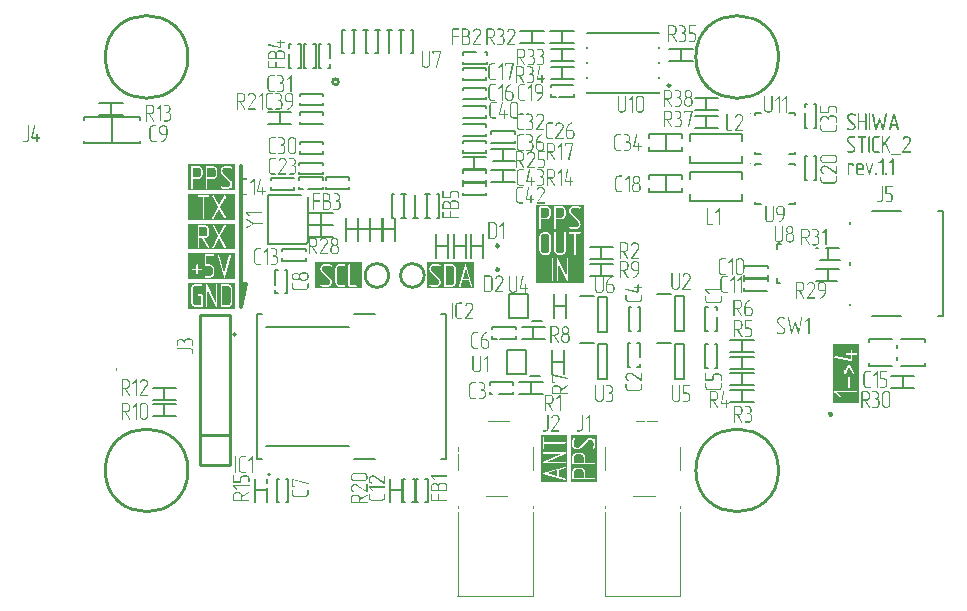
<source format=gto>
G04*
G04 #@! TF.GenerationSoftware,Altium Limited,Altium Designer,24.4.1 (13)*
G04*
G04 Layer_Color=65535*
%FSLAX44Y44*%
%MOMM*%
G71*
G04*
G04 #@! TF.SameCoordinates,BB8F2AFE-483E-42EE-87DF-432BFCC133BD*
G04*
G04*
G04 #@! TF.FilePolarity,Positive*
G04*
G01*
G75*
%ADD10C,0.1000*%
%ADD11C,0.2500*%
%ADD12C,0.2000*%
%ADD13C,0.2540*%
%ADD14C,0.1500*%
%ADD15C,0.3000*%
G36*
X920000Y616000D02*
Y594000D01*
X880000D01*
Y616000D01*
Y638000D01*
X920000D01*
Y616000D01*
D02*
G37*
G36*
X625000Y622000D02*
X585000D01*
Y644000D01*
X625000D01*
Y622000D01*
D02*
G37*
G36*
X906000Y425000D02*
X884000D01*
Y465000D01*
X906000D01*
Y425000D01*
D02*
G37*
G36*
X732500Y589000D02*
X692500D01*
Y611000D01*
X732500D01*
Y589000D01*
D02*
G37*
G36*
X625000Y672000D02*
X585000D01*
Y694000D01*
X625000D01*
Y672000D01*
D02*
G37*
G36*
X920000Y638000D02*
X880000D01*
Y660000D01*
X920000D01*
Y638000D01*
D02*
G37*
G36*
X1153000Y492000D02*
X1131000D01*
Y542000D01*
X1153000D01*
Y492000D01*
D02*
G37*
G36*
X931000Y465000D02*
Y425000D01*
X909000D01*
Y465000D01*
X931000D01*
D02*
G37*
G36*
X625000Y597000D02*
X585000D01*
Y619000D01*
X625000D01*
Y597000D01*
D02*
G37*
G36*
X625000Y647000D02*
X585000D01*
Y669000D01*
X625000D01*
Y647000D01*
D02*
G37*
G36*
X625000Y572000D02*
X585000D01*
Y594000D01*
X625000D01*
Y572000D01*
D02*
G37*
G36*
X827500Y589000D02*
X787500D01*
Y611000D01*
X827500D01*
Y589000D01*
D02*
G37*
G36*
X1147551Y718198D02*
X1147616D01*
X1147762Y718179D01*
X1147935Y718161D01*
X1148146Y718124D01*
X1148365Y718079D01*
X1148612Y718015D01*
X1148621D01*
X1148640Y718006D01*
X1148676Y717996D01*
X1148722Y717978D01*
X1148786Y717960D01*
X1148850Y717932D01*
X1149015Y717878D01*
X1149206Y717795D01*
X1149408Y717704D01*
X1149609Y717594D01*
X1149810Y717466D01*
X1149819D01*
X1149828Y717457D01*
X1149874Y717430D01*
X1149929Y717375D01*
X1149993Y717292D01*
Y717283D01*
X1150011Y717265D01*
X1150020Y717237D01*
X1150039Y717201D01*
X1150066Y717146D01*
X1150094Y717073D01*
X1150112Y717000D01*
X1150139Y716908D01*
Y716899D01*
Y716863D01*
X1150130Y716808D01*
X1150112Y716735D01*
X1150084Y716652D01*
X1150048Y716561D01*
X1149993Y716479D01*
X1149920Y716387D01*
X1149911Y716378D01*
X1149883Y716350D01*
X1149837Y716314D01*
X1149773Y716277D01*
X1149691Y716232D01*
X1149600Y716195D01*
X1149499Y716168D01*
X1149389Y716159D01*
X1149042Y716268D01*
X1149033Y716277D01*
X1149005Y716286D01*
X1148969Y716314D01*
X1148914Y716350D01*
X1148841Y716387D01*
X1148758Y716433D01*
X1148667Y716479D01*
X1148557Y716533D01*
X1148448Y716579D01*
X1148320Y716625D01*
X1148036Y716707D01*
X1147890Y716744D01*
X1147734Y716771D01*
X1147570Y716780D01*
X1147405Y716789D01*
X1145860D01*
X1145805Y716780D01*
X1145732Y716771D01*
X1145659Y716762D01*
X1145476Y716725D01*
X1145275Y716661D01*
X1145165Y716616D01*
X1145055Y716561D01*
X1144945Y716497D01*
X1144845Y716433D01*
X1144744Y716341D01*
X1144644Y716250D01*
X1144634Y716241D01*
X1144625Y716223D01*
X1144598Y716195D01*
X1144561Y716159D01*
X1144525Y716104D01*
X1144488Y716040D01*
X1144443Y715966D01*
X1144397Y715893D01*
X1144296Y715701D01*
X1144223Y715482D01*
X1144159Y715235D01*
X1144150Y715098D01*
X1144141Y714961D01*
X1144159Y714622D01*
X1144196Y714458D01*
X1144260Y714311D01*
X1144269Y714302D01*
X1144287Y714266D01*
X1144314Y714211D01*
X1144360Y714147D01*
X1144415Y714055D01*
X1144488Y713955D01*
X1144570Y713845D01*
X1144671Y713717D01*
X1149197Y709118D01*
X1149206D01*
X1149216Y709099D01*
X1149261Y709054D01*
X1149344Y708980D01*
X1149435Y708871D01*
X1149536Y708734D01*
X1149645Y708569D01*
X1149755Y708377D01*
X1149847Y708167D01*
X1149920Y707965D01*
X1150039Y707517D01*
X1150084Y707289D01*
Y706987D01*
Y706969D01*
Y706932D01*
X1150075Y706859D01*
X1150066Y706768D01*
X1150057Y706658D01*
X1150030Y706521D01*
X1149993Y706374D01*
X1149956Y706219D01*
X1149902Y706045D01*
X1149828Y705862D01*
X1149746Y705670D01*
X1149645Y705478D01*
X1149517Y705277D01*
X1149380Y705085D01*
X1149216Y704893D01*
X1149033Y704701D01*
X1149024Y704692D01*
X1148996Y704665D01*
X1148951Y704619D01*
X1148896Y704555D01*
X1148813Y704491D01*
X1148722Y704408D01*
X1148603Y704326D01*
X1148475Y704244D01*
X1148329Y704152D01*
X1148173Y704070D01*
X1147990Y703988D01*
X1147798Y703924D01*
X1147588Y703860D01*
X1147359Y703814D01*
X1147122Y703787D01*
X1146866Y703777D01*
X1145357D01*
X1145284Y703787D01*
X1145183D01*
X1145073Y703805D01*
X1144936Y703814D01*
X1144781Y703841D01*
X1144607Y703869D01*
X1144433Y703915D01*
X1144241Y703960D01*
X1144040Y704024D01*
X1143830Y704098D01*
X1143629Y704180D01*
X1143418Y704280D01*
X1143208Y704399D01*
X1143007Y704527D01*
X1142778Y704774D01*
X1142714Y705058D01*
Y705067D01*
Y705103D01*
X1142723Y705149D01*
X1142742Y705213D01*
X1142760Y705295D01*
X1142797Y705378D01*
X1142842Y705469D01*
X1142906Y705561D01*
X1142915Y705570D01*
X1142943Y705597D01*
X1142989Y705643D01*
X1143044Y705689D01*
X1143117Y705725D01*
X1143208Y705771D01*
X1143309Y705798D01*
X1143418Y705807D01*
X1143775Y705698D01*
X1143784Y705689D01*
X1143812Y705679D01*
X1143848Y705652D01*
X1143903Y705615D01*
X1143976Y705579D01*
X1144059Y705542D01*
X1144159Y705497D01*
X1144260Y705451D01*
X1144379Y705396D01*
X1144507Y705350D01*
X1144781Y705277D01*
X1145083Y705213D01*
X1145238Y705204D01*
X1145403Y705195D01*
X1146939D01*
X1146984Y705204D01*
X1147049Y705213D01*
X1147122Y705222D01*
X1147295Y705259D01*
X1147487Y705323D01*
X1147597Y705369D01*
X1147707Y705423D01*
X1147807Y705487D01*
X1147917Y705561D01*
X1148027Y705643D01*
X1148128Y705734D01*
X1148137Y705743D01*
X1148155Y705762D01*
X1148182Y705789D01*
X1148210Y705826D01*
X1148256Y705881D01*
X1148301Y705945D01*
X1148347Y706009D01*
X1148402Y706091D01*
X1148503Y706274D01*
X1148594Y706484D01*
X1148621Y706603D01*
X1148649Y706722D01*
X1148667Y706850D01*
X1148676Y706978D01*
X1148649Y707289D01*
Y707298D01*
X1148640Y707335D01*
X1148621Y707389D01*
X1148603Y707453D01*
Y707472D01*
X1148585Y707508D01*
X1148567Y707554D01*
X1148548Y707609D01*
X1148539Y707627D01*
X1148530Y707664D01*
X1148503Y707728D01*
X1148457Y707810D01*
X1148402Y707911D01*
X1148329Y708020D01*
X1148246Y708139D01*
X1148137Y708267D01*
X1143665Y712739D01*
X1143647Y712757D01*
X1143601Y712803D01*
X1143528Y712894D01*
X1143437Y713004D01*
X1143318Y713150D01*
X1143199Y713333D01*
X1143071Y713543D01*
X1142934Y713781D01*
Y713790D01*
X1142925Y713809D01*
X1142915Y713836D01*
X1142897Y713882D01*
X1142879Y713936D01*
X1142861Y714000D01*
X1142824Y714156D01*
X1142787Y714339D01*
X1142751Y714540D01*
X1142723Y714769D01*
X1142714Y714997D01*
Y715015D01*
Y715052D01*
X1142723Y715125D01*
X1142733Y715217D01*
X1142742Y715326D01*
X1142769Y715454D01*
X1142797Y715610D01*
X1142842Y715765D01*
X1142897Y715939D01*
X1142970Y716122D01*
X1143053Y716314D01*
X1143153Y716506D01*
X1143272Y716698D01*
X1143409Y716899D01*
X1143565Y717091D01*
X1143748Y717283D01*
X1143757Y717292D01*
X1143784Y717320D01*
X1143830Y717365D01*
X1143894Y717430D01*
X1143967Y717494D01*
X1144068Y717576D01*
X1144186Y717658D01*
X1144314Y717749D01*
X1144461Y717832D01*
X1144625Y717914D01*
X1144799Y717996D01*
X1145000Y718060D01*
X1145211Y718124D01*
X1145439Y718170D01*
X1145677Y718198D01*
X1145933Y718207D01*
X1147497D01*
X1147551Y718198D01*
D02*
G37*
G36*
X1179199Y718216D02*
X1179263Y718198D01*
X1179336Y718170D01*
X1179418Y718134D01*
X1179510Y718079D01*
X1179592Y718006D01*
X1179601Y717996D01*
X1179629Y717969D01*
X1179665Y717923D01*
X1179711Y717868D01*
X1179757Y717795D01*
X1179793Y717713D01*
X1179821Y717612D01*
X1179830Y717512D01*
Y717503D01*
Y717475D01*
X1179821Y717430D01*
X1179811Y717375D01*
X1179793Y717311D01*
X1179775Y717237D01*
X1179738Y717164D01*
X1179693Y717100D01*
X1176163Y712437D01*
X1179766Y704756D01*
X1179802Y704582D01*
Y704573D01*
Y704564D01*
X1179821Y704518D01*
Y704500D01*
Y704463D01*
X1179811Y704399D01*
X1179793Y704326D01*
X1179766Y704235D01*
X1179720Y704143D01*
X1179665Y704052D01*
X1179592Y703960D01*
X1179583Y703951D01*
X1179556Y703933D01*
X1179510Y703905D01*
X1179446Y703869D01*
X1179363Y703832D01*
X1179272Y703805D01*
X1179171Y703787D01*
X1179062Y703777D01*
X1178742Y703851D01*
X1178476Y704162D01*
X1175221Y711349D01*
X1173813Y709255D01*
Y704482D01*
Y704463D01*
Y704427D01*
X1173804Y704372D01*
X1173786Y704290D01*
X1173767Y704207D01*
X1173731Y704125D01*
X1173676Y704043D01*
X1173612Y703960D01*
X1173603Y703951D01*
X1173575Y703933D01*
X1173530Y703905D01*
X1173466Y703869D01*
X1173392Y703832D01*
X1173301Y703805D01*
X1173210Y703787D01*
X1173100Y703777D01*
X1173072D01*
X1173036Y703787D01*
X1172990Y703796D01*
X1172926Y703814D01*
X1172844Y703832D01*
X1172743Y703869D01*
X1172634Y703915D01*
X1172624Y703924D01*
X1172597Y703951D01*
X1172551Y703997D01*
X1172515Y704061D01*
X1172469Y704143D01*
X1172423Y704235D01*
X1172396Y704354D01*
X1172387Y704482D01*
Y717521D01*
Y717530D01*
Y717558D01*
X1172396Y717603D01*
X1172414Y717667D01*
X1172432Y717731D01*
X1172469Y717814D01*
X1172524Y717896D01*
X1172588Y717987D01*
X1172597Y717996D01*
X1172624Y718024D01*
X1172670Y718060D01*
X1172734Y718106D01*
X1172807Y718152D01*
X1172889Y718188D01*
X1172990Y718216D01*
X1173100Y718225D01*
X1173146D01*
X1173191Y718216D01*
X1173255Y718198D01*
X1173328Y718179D01*
X1173402Y718143D01*
X1173493Y718097D01*
X1173575Y718033D01*
X1173584Y718024D01*
X1173612Y717996D01*
X1173649Y717960D01*
X1173694Y717905D01*
X1173740Y717832D01*
X1173776Y717740D01*
X1173804Y717640D01*
X1173813Y717521D01*
Y711212D01*
X1178522Y717905D01*
X1178531Y717923D01*
X1178568Y717960D01*
X1178614Y718006D01*
X1178678Y718070D01*
X1178760Y718124D01*
X1178860Y718179D01*
X1178970Y718216D01*
X1179098Y718225D01*
X1179144D01*
X1179199Y718216D01*
D02*
G37*
G36*
X1193473Y718207D02*
X1193582Y718198D01*
X1193719Y718170D01*
X1193875Y718143D01*
X1194049Y718097D01*
X1194241Y718042D01*
X1194442Y717969D01*
X1194670Y717878D01*
X1194899Y717759D01*
X1195128Y717622D01*
X1195375Y717466D01*
X1195612Y717283D01*
X1195859Y717064D01*
X1196097Y716817D01*
X1196106Y716808D01*
X1196152Y716780D01*
X1196207Y716744D01*
X1196280Y716680D01*
X1196371Y716597D01*
X1196472Y716506D01*
X1196582Y716396D01*
X1196691Y716259D01*
X1196801Y716113D01*
X1196911Y715948D01*
X1197011Y715765D01*
X1197103Y715564D01*
X1197176Y715335D01*
X1197231Y715098D01*
X1197277Y714842D01*
X1197286Y714567D01*
Y714558D01*
Y714549D01*
Y714513D01*
Y714476D01*
X1197277Y714375D01*
X1197267Y714247D01*
X1197249Y714092D01*
X1197213Y713918D01*
X1197176Y713735D01*
X1197121Y713543D01*
Y713534D01*
X1197112Y713525D01*
X1197103Y713488D01*
X1197094Y713452D01*
X1197075Y713406D01*
X1197048Y713351D01*
X1196993Y713214D01*
X1196911Y713040D01*
X1196819Y712848D01*
X1196701Y712629D01*
X1196563Y712391D01*
X1191635Y705195D01*
X1196518D01*
X1196563Y705186D01*
X1196637Y705167D01*
X1196710Y705140D01*
X1196792Y705094D01*
X1196874Y705039D01*
X1196956Y704966D01*
X1196966Y704957D01*
X1196993Y704930D01*
X1197030Y704884D01*
X1197066Y704829D01*
X1197103Y704756D01*
X1197139Y704674D01*
X1197167Y704582D01*
X1197176Y704491D01*
Y704482D01*
Y704445D01*
X1197167Y704399D01*
X1197158Y704335D01*
X1197130Y704262D01*
X1197103Y704180D01*
X1197057Y704088D01*
X1196993Y704006D01*
X1196984Y703997D01*
X1196956Y703969D01*
X1196920Y703933D01*
X1196856Y703896D01*
X1196783Y703851D01*
X1196701Y703814D01*
X1196591Y703787D01*
X1196472Y703777D01*
X1190437D01*
X1190382Y703787D01*
X1190318Y703805D01*
X1190245Y703832D01*
X1190153Y703878D01*
X1190062Y703933D01*
X1189970Y704006D01*
X1189961Y704015D01*
X1189943Y704043D01*
X1189906Y704098D01*
X1189879Y704162D01*
X1189843Y704235D01*
X1189806Y704326D01*
X1189788Y704418D01*
X1189779Y704527D01*
Y704537D01*
Y704564D01*
X1189788Y704601D01*
Y704646D01*
X1189815Y704747D01*
X1189861Y704847D01*
X1195375Y713177D01*
X1195585Y713571D01*
X1195722Y713891D01*
X1195731Y713909D01*
X1195740Y713946D01*
X1195759Y714010D01*
X1195777Y714101D01*
X1195795Y714202D01*
X1195814Y714311D01*
X1195832Y714439D01*
Y714567D01*
Y714577D01*
Y714604D01*
X1195823Y714659D01*
Y714723D01*
X1195814Y714796D01*
X1195795Y714887D01*
X1195768Y714988D01*
X1195740Y715098D01*
X1195704Y715217D01*
X1195649Y715345D01*
X1195594Y715463D01*
X1195521Y715601D01*
X1195439Y715729D01*
X1195338Y715857D01*
X1195219Y715985D01*
X1195091Y716104D01*
X1195073Y716122D01*
X1195027Y716159D01*
X1194954Y716213D01*
X1194863Y716286D01*
X1194744Y716360D01*
X1194606Y716442D01*
X1194451Y716524D01*
X1194286Y716597D01*
X1194277D01*
X1194268Y716607D01*
X1194241Y716616D01*
X1194204Y716625D01*
X1194122Y716652D01*
X1194003Y716689D01*
X1193866Y716725D01*
X1193710Y716753D01*
X1193546Y716771D01*
X1193372Y716780D01*
X1193308D01*
X1193262Y716771D01*
X1193207D01*
X1193143Y716762D01*
X1192988Y716735D01*
X1192805Y716698D01*
X1192613Y716634D01*
X1192403Y716543D01*
X1192202Y716424D01*
X1192193D01*
X1192174Y716405D01*
X1192147Y716387D01*
X1192110Y716360D01*
X1192065Y716314D01*
X1192010Y716268D01*
X1191955Y716204D01*
X1191891Y716131D01*
X1191818Y716058D01*
X1191744Y715957D01*
X1191671Y715857D01*
X1191589Y715738D01*
X1191516Y715610D01*
X1191443Y715473D01*
X1191369Y715317D01*
X1191296Y715153D01*
Y715144D01*
X1191287Y715125D01*
X1191269Y715098D01*
X1191242Y715061D01*
X1191205Y715015D01*
X1191168Y714961D01*
X1191114Y714915D01*
X1191049Y714860D01*
X1191040D01*
X1191022Y714851D01*
X1190995Y714833D01*
X1190949Y714824D01*
X1190848Y714787D01*
X1190711Y714750D01*
X1190656D01*
X1190592Y714760D01*
X1190519Y714778D01*
X1190428Y714796D01*
X1190336Y714824D01*
X1190245Y714869D01*
X1190153Y714933D01*
X1190144Y714942D01*
X1190117Y714970D01*
X1190089Y715015D01*
X1190053Y715070D01*
X1190007Y715153D01*
X1189980Y715244D01*
X1189952Y715354D01*
X1189943Y715482D01*
X1189970Y715665D01*
X1189980Y715683D01*
X1189989Y715720D01*
X1190016Y715793D01*
X1190053Y715875D01*
X1190108Y715985D01*
X1190163Y716113D01*
X1190236Y716250D01*
X1190318Y716396D01*
X1190409Y716561D01*
X1190510Y716716D01*
X1190620Y716881D01*
X1190748Y717046D01*
X1190885Y717201D01*
X1191040Y717347D01*
X1191196Y717494D01*
X1191369Y717622D01*
X1191379Y717631D01*
X1191406Y717649D01*
X1191452Y717676D01*
X1191516Y717713D01*
X1191598Y717759D01*
X1191699Y717814D01*
X1191808Y717859D01*
X1191936Y717923D01*
X1192074Y717978D01*
X1192220Y718024D01*
X1192384Y718079D01*
X1192558Y718124D01*
X1192732Y718161D01*
X1192924Y718188D01*
X1193125Y718207D01*
X1193326Y718216D01*
X1193390D01*
X1193473Y718207D01*
D02*
G37*
G36*
X1170009Y718198D02*
X1170073Y718179D01*
X1170146Y718152D01*
X1170229Y718106D01*
X1170320Y718051D01*
X1170402Y717978D01*
X1170412Y717969D01*
X1170439Y717942D01*
X1170475Y717896D01*
X1170512Y717841D01*
X1170549Y717768D01*
X1170585Y717685D01*
X1170613Y717594D01*
X1170622Y717503D01*
Y717494D01*
Y717457D01*
X1170613Y717411D01*
X1170603Y717347D01*
X1170576Y717274D01*
X1170549Y717192D01*
X1170503Y717100D01*
X1170439Y717018D01*
X1170430Y717009D01*
X1170402Y716981D01*
X1170366Y716945D01*
X1170302Y716908D01*
X1170229Y716863D01*
X1170137Y716826D01*
X1170027Y716799D01*
X1169909Y716789D01*
X1167348D01*
X1167293Y716780D01*
X1167229Y716771D01*
X1167156Y716762D01*
X1166982Y716725D01*
X1166790Y716661D01*
X1166681Y716625D01*
X1166571Y716570D01*
X1166461Y716506D01*
X1166361Y716442D01*
X1166251Y716360D01*
X1166150Y716268D01*
X1166141Y716259D01*
X1166132Y716241D01*
X1166105Y716213D01*
X1166068Y716177D01*
X1166031Y716131D01*
X1165986Y716067D01*
X1165940Y715994D01*
X1165894Y715921D01*
X1165794Y715729D01*
X1165712Y715518D01*
X1165675Y715399D01*
X1165648Y715272D01*
X1165638Y715134D01*
X1165629Y714997D01*
Y706987D01*
Y706978D01*
Y706951D01*
Y706914D01*
X1165638Y706859D01*
X1165648Y706795D01*
X1165657Y706722D01*
X1165693Y706548D01*
X1165757Y706356D01*
X1165803Y706246D01*
X1165849Y706137D01*
X1165913Y706027D01*
X1165977Y705926D01*
X1166059Y705817D01*
X1166150Y705716D01*
X1166160Y705707D01*
X1166178Y705698D01*
X1166205Y705670D01*
X1166242Y705634D01*
X1166297Y705597D01*
X1166361Y705551D01*
X1166425Y705506D01*
X1166507Y705460D01*
X1166690Y705359D01*
X1166909Y705277D01*
X1167028Y705241D01*
X1167156Y705213D01*
X1167284Y705204D01*
X1167421Y705195D01*
X1169954D01*
X1170009Y705186D01*
X1170073Y705167D01*
X1170146Y705140D01*
X1170229Y705094D01*
X1170320Y705039D01*
X1170402Y704966D01*
X1170412Y704957D01*
X1170439Y704930D01*
X1170475Y704884D01*
X1170512Y704829D01*
X1170549Y704756D01*
X1170585Y704674D01*
X1170613Y704582D01*
X1170622Y704491D01*
Y704482D01*
Y704445D01*
X1170613Y704399D01*
X1170603Y704335D01*
X1170576Y704262D01*
X1170549Y704180D01*
X1170503Y704088D01*
X1170439Y704006D01*
X1170430Y703997D01*
X1170402Y703969D01*
X1170366Y703933D01*
X1170302Y703896D01*
X1170229Y703851D01*
X1170137Y703814D01*
X1170027Y703787D01*
X1169909Y703777D01*
X1167366D01*
X1167302Y703787D01*
X1167211Y703796D01*
X1167101Y703805D01*
X1166973Y703823D01*
X1166827Y703860D01*
X1166672Y703896D01*
X1166498Y703942D01*
X1166324Y704006D01*
X1166132Y704079D01*
X1165940Y704171D01*
X1165748Y704280D01*
X1165556Y704399D01*
X1165364Y704546D01*
X1165181Y704710D01*
X1165172Y704719D01*
X1165135Y704756D01*
X1165090Y704802D01*
X1165026Y704875D01*
X1164952Y704966D01*
X1164870Y705076D01*
X1164788Y705204D01*
X1164697Y705341D01*
X1164605Y705506D01*
X1164514Y705679D01*
X1164431Y705862D01*
X1164358Y706064D01*
X1164294Y706274D01*
X1164248Y706502D01*
X1164212Y706740D01*
X1164203Y706987D01*
Y714997D01*
Y715015D01*
Y715052D01*
X1164212Y715125D01*
X1164221Y715217D01*
X1164230Y715326D01*
X1164248Y715454D01*
X1164276Y715601D01*
X1164322Y715756D01*
X1164367Y715930D01*
X1164431Y716104D01*
X1164504Y716296D01*
X1164596Y716479D01*
X1164697Y716671D01*
X1164825Y716863D01*
X1164962Y717055D01*
X1165126Y717237D01*
X1165135Y717247D01*
X1165172Y717283D01*
X1165218Y717329D01*
X1165291Y717393D01*
X1165382Y717466D01*
X1165492Y717548D01*
X1165620Y717631D01*
X1165766Y717722D01*
X1165922Y717814D01*
X1166096Y717896D01*
X1166288Y717978D01*
X1166489Y718051D01*
X1166708Y718115D01*
X1166928Y718161D01*
X1167175Y718198D01*
X1167421Y718207D01*
X1169954D01*
X1170009Y718198D01*
D02*
G37*
G36*
X1161935D02*
X1161999Y718179D01*
X1162072Y718161D01*
X1162145Y718124D01*
X1162237Y718079D01*
X1162319Y718015D01*
X1162328Y718006D01*
X1162356Y717978D01*
X1162392Y717942D01*
X1162438Y717887D01*
X1162484Y717814D01*
X1162520Y717722D01*
X1162548Y717622D01*
X1162557Y717503D01*
Y704482D01*
Y704463D01*
Y704427D01*
X1162548Y704372D01*
X1162529Y704290D01*
X1162511Y704207D01*
X1162475Y704125D01*
X1162420Y704043D01*
X1162356Y703960D01*
X1162346Y703951D01*
X1162319Y703933D01*
X1162273Y703905D01*
X1162209Y703869D01*
X1162136Y703832D01*
X1162045Y703805D01*
X1161953Y703787D01*
X1161843Y703777D01*
X1161816D01*
X1161779Y703787D01*
X1161734Y703796D01*
X1161670Y703814D01*
X1161588Y703832D01*
X1161487Y703869D01*
X1161377Y703915D01*
X1161368Y703924D01*
X1161341Y703951D01*
X1161295Y703997D01*
X1161258Y704061D01*
X1161213Y704143D01*
X1161167Y704235D01*
X1161140Y704354D01*
X1161130Y704482D01*
Y717503D01*
Y717512D01*
Y717539D01*
X1161140Y717585D01*
X1161158Y717649D01*
X1161176Y717713D01*
X1161213Y717795D01*
X1161267Y717878D01*
X1161331Y717969D01*
X1161341Y717978D01*
X1161368Y718006D01*
X1161414Y718042D01*
X1161478Y718088D01*
X1161551Y718134D01*
X1161633Y718170D01*
X1161734Y718198D01*
X1161843Y718207D01*
X1161889D01*
X1161935Y718198D01*
D02*
G37*
G36*
X1158753D02*
X1158826Y718179D01*
X1158899Y718152D01*
X1158981Y718106D01*
X1159064Y718051D01*
X1159146Y717978D01*
X1159155Y717969D01*
X1159183Y717942D01*
X1159219Y717896D01*
X1159265Y717841D01*
X1159302Y717768D01*
X1159338Y717685D01*
X1159365Y717594D01*
X1159375Y717503D01*
Y717494D01*
Y717457D01*
X1159365Y717411D01*
X1159347Y717347D01*
X1159329Y717274D01*
X1159292Y717192D01*
X1159247Y717100D01*
X1159183Y717018D01*
X1159174Y717009D01*
X1159146Y716981D01*
X1159109Y716945D01*
X1159045Y716908D01*
X1158972Y716863D01*
X1158890Y716826D01*
X1158780Y716799D01*
X1158661Y716789D01*
X1156357D01*
Y704482D01*
Y704463D01*
Y704427D01*
X1156348Y704372D01*
X1156330Y704290D01*
X1156311Y704207D01*
X1156275Y704125D01*
X1156220Y704043D01*
X1156156Y703960D01*
X1156147Y703951D01*
X1156119Y703933D01*
X1156074Y703905D01*
X1156010Y703869D01*
X1155937Y703832D01*
X1155845Y703805D01*
X1155754Y703787D01*
X1155644Y703777D01*
X1155617D01*
X1155580Y703787D01*
X1155534Y703796D01*
X1155470Y703814D01*
X1155388Y703832D01*
X1155287Y703869D01*
X1155178Y703915D01*
X1155168Y703924D01*
X1155141Y703951D01*
X1155095Y703997D01*
X1155059Y704061D01*
X1155013Y704143D01*
X1154967Y704235D01*
X1154940Y704354D01*
X1154931Y704482D01*
Y716789D01*
X1152571D01*
X1152517Y716799D01*
X1152443Y716817D01*
X1152361Y716835D01*
X1152270Y716872D01*
X1152188Y716917D01*
X1152105Y716981D01*
X1152096Y716991D01*
X1152078Y717027D01*
X1152050Y717073D01*
X1152014Y717137D01*
X1151977Y717210D01*
X1151950Y717301D01*
X1151932Y717402D01*
X1151922Y717503D01*
Y717512D01*
Y717530D01*
X1151932Y717567D01*
X1151941Y717622D01*
X1151959Y717676D01*
X1151995Y717749D01*
X1152032Y717841D01*
X1152087Y717932D01*
X1152096Y717942D01*
X1152123Y717978D01*
X1152160Y718024D01*
X1152224Y718070D01*
X1152297Y718124D01*
X1152389Y718161D01*
X1152498Y718198D01*
X1152626Y718207D01*
X1158707D01*
X1158753Y718198D01*
D02*
G37*
G36*
X1189029Y701775D02*
X1180598D01*
Y703192D01*
X1189029D01*
Y701775D01*
D02*
G37*
G36*
X1147732Y737206D02*
X1147796D01*
X1147942Y737187D01*
X1148116Y737169D01*
X1148326Y737132D01*
X1148545Y737087D01*
X1148792Y737023D01*
X1148801D01*
X1148820Y737013D01*
X1148856Y737004D01*
X1148902Y736986D01*
X1148966Y736968D01*
X1149030Y736940D01*
X1149195Y736885D01*
X1149387Y736803D01*
X1149588Y736712D01*
X1149789Y736602D01*
X1149990Y736474D01*
X1149999D01*
X1150008Y736465D01*
X1150054Y736437D01*
X1150109Y736383D01*
X1150173Y736300D01*
Y736291D01*
X1150191Y736273D01*
X1150200Y736245D01*
X1150219Y736209D01*
X1150246Y736154D01*
X1150274Y736081D01*
X1150292Y736008D01*
X1150319Y735916D01*
Y735907D01*
Y735870D01*
X1150310Y735816D01*
X1150292Y735742D01*
X1150265Y735660D01*
X1150228Y735569D01*
X1150173Y735486D01*
X1150100Y735395D01*
X1150091Y735386D01*
X1150063Y735358D01*
X1150018Y735322D01*
X1149954Y735285D01*
X1149871Y735239D01*
X1149780Y735203D01*
X1149679Y735175D01*
X1149569Y735166D01*
X1149222Y735276D01*
X1149213Y735285D01*
X1149185Y735294D01*
X1149149Y735322D01*
X1149094Y735358D01*
X1149021Y735395D01*
X1148939Y735441D01*
X1148847Y735486D01*
X1148737Y735541D01*
X1148628Y735587D01*
X1148500Y735633D01*
X1148216Y735715D01*
X1148070Y735752D01*
X1147914Y735779D01*
X1147750Y735788D01*
X1147585Y735797D01*
X1146040D01*
X1145985Y735788D01*
X1145912Y735779D01*
X1145839Y735770D01*
X1145656Y735733D01*
X1145455Y735669D01*
X1145345Y735623D01*
X1145235Y735569D01*
X1145126Y735505D01*
X1145025Y735441D01*
X1144924Y735349D01*
X1144824Y735258D01*
X1144815Y735249D01*
X1144806Y735230D01*
X1144778Y735203D01*
X1144742Y735166D01*
X1144705Y735111D01*
X1144668Y735048D01*
X1144623Y734974D01*
X1144577Y734901D01*
X1144476Y734709D01*
X1144403Y734490D01*
X1144339Y734243D01*
X1144330Y734106D01*
X1144321Y733969D01*
X1144339Y733630D01*
X1144376Y733466D01*
X1144440Y733319D01*
X1144449Y733310D01*
X1144467Y733273D01*
X1144495Y733219D01*
X1144540Y733155D01*
X1144595Y733063D01*
X1144668Y732963D01*
X1144751Y732853D01*
X1144851Y732725D01*
X1149378Y728126D01*
X1149387D01*
X1149396Y728107D01*
X1149442Y728062D01*
X1149524Y727988D01*
X1149615Y727879D01*
X1149716Y727741D01*
X1149826Y727577D01*
X1149935Y727385D01*
X1150027Y727175D01*
X1150100Y726973D01*
X1150219Y726525D01*
X1150265Y726297D01*
Y725995D01*
Y725977D01*
Y725940D01*
X1150255Y725867D01*
X1150246Y725776D01*
X1150237Y725666D01*
X1150210Y725529D01*
X1150173Y725382D01*
X1150136Y725227D01*
X1150082Y725053D01*
X1150008Y724870D01*
X1149926Y724678D01*
X1149826Y724486D01*
X1149697Y724285D01*
X1149560Y724093D01*
X1149396Y723901D01*
X1149213Y723709D01*
X1149204Y723700D01*
X1149176Y723672D01*
X1149131Y723627D01*
X1149076Y723563D01*
X1148993Y723499D01*
X1148902Y723416D01*
X1148783Y723334D01*
X1148655Y723252D01*
X1148509Y723160D01*
X1148353Y723078D01*
X1148170Y722996D01*
X1147979Y722932D01*
X1147768Y722868D01*
X1147540Y722822D01*
X1147302Y722794D01*
X1147046Y722785D01*
X1145537D01*
X1145464Y722794D01*
X1145363D01*
X1145254Y722813D01*
X1145116Y722822D01*
X1144961Y722849D01*
X1144787Y722877D01*
X1144613Y722923D01*
X1144421Y722968D01*
X1144220Y723032D01*
X1144010Y723105D01*
X1143809Y723188D01*
X1143598Y723288D01*
X1143388Y723407D01*
X1143187Y723535D01*
X1142958Y723782D01*
X1142894Y724065D01*
Y724075D01*
Y724111D01*
X1142904Y724157D01*
X1142922Y724221D01*
X1142940Y724303D01*
X1142977Y724386D01*
X1143022Y724477D01*
X1143086Y724568D01*
X1143096Y724578D01*
X1143123Y724605D01*
X1143169Y724651D01*
X1143224Y724697D01*
X1143297Y724733D01*
X1143388Y724779D01*
X1143489Y724806D01*
X1143598Y724815D01*
X1143955Y724706D01*
X1143964Y724697D01*
X1143992Y724687D01*
X1144028Y724660D01*
X1144083Y724623D01*
X1144156Y724587D01*
X1144239Y724550D01*
X1144339Y724504D01*
X1144440Y724459D01*
X1144559Y724404D01*
X1144687Y724358D01*
X1144961Y724285D01*
X1145263Y724221D01*
X1145418Y724212D01*
X1145583Y724203D01*
X1147119D01*
X1147165Y724212D01*
X1147229Y724221D01*
X1147302Y724230D01*
X1147476Y724267D01*
X1147668Y724331D01*
X1147777Y724376D01*
X1147887Y724431D01*
X1147988Y724495D01*
X1148097Y724568D01*
X1148207Y724651D01*
X1148308Y724742D01*
X1148317Y724751D01*
X1148335Y724770D01*
X1148363Y724797D01*
X1148390Y724834D01*
X1148436Y724889D01*
X1148481Y724952D01*
X1148527Y725016D01*
X1148582Y725099D01*
X1148682Y725282D01*
X1148774Y725492D01*
X1148801Y725611D01*
X1148829Y725730D01*
X1148847Y725858D01*
X1148856Y725986D01*
X1148829Y726297D01*
Y726306D01*
X1148820Y726342D01*
X1148801Y726397D01*
X1148783Y726461D01*
Y726479D01*
X1148765Y726516D01*
X1148746Y726562D01*
X1148728Y726617D01*
X1148719Y726635D01*
X1148710Y726672D01*
X1148682Y726736D01*
X1148637Y726818D01*
X1148582Y726918D01*
X1148509Y727028D01*
X1148427Y727147D01*
X1148317Y727275D01*
X1143845Y731747D01*
X1143827Y731765D01*
X1143781Y731811D01*
X1143708Y731902D01*
X1143617Y732012D01*
X1143498Y732158D01*
X1143379Y732341D01*
X1143251Y732551D01*
X1143114Y732789D01*
Y732798D01*
X1143105Y732816D01*
X1143096Y732844D01*
X1143077Y732889D01*
X1143059Y732944D01*
X1143041Y733008D01*
X1143004Y733164D01*
X1142968Y733347D01*
X1142931Y733548D01*
X1142904Y733776D01*
X1142894Y734005D01*
Y734023D01*
Y734060D01*
X1142904Y734133D01*
X1142913Y734224D01*
X1142922Y734334D01*
X1142949Y734462D01*
X1142977Y734618D01*
X1143022Y734773D01*
X1143077Y734947D01*
X1143150Y735130D01*
X1143233Y735322D01*
X1143333Y735514D01*
X1143452Y735706D01*
X1143589Y735907D01*
X1143745Y736099D01*
X1143928Y736291D01*
X1143937Y736300D01*
X1143964Y736328D01*
X1144010Y736373D01*
X1144074Y736437D01*
X1144147Y736501D01*
X1144248Y736584D01*
X1144367Y736666D01*
X1144495Y736757D01*
X1144641Y736840D01*
X1144806Y736922D01*
X1144979Y737004D01*
X1145180Y737068D01*
X1145391Y737132D01*
X1145619Y737178D01*
X1145857Y737206D01*
X1146113Y737215D01*
X1147677D01*
X1147732Y737206D01*
D02*
G37*
G36*
X1158924D02*
X1158988Y737187D01*
X1159061Y737169D01*
X1159134Y737132D01*
X1159226Y737087D01*
X1159308Y737023D01*
X1159317Y737013D01*
X1159344Y736986D01*
X1159381Y736949D01*
X1159427Y736895D01*
X1159473Y736821D01*
X1159509Y736730D01*
X1159537Y736629D01*
X1159546Y736510D01*
Y723490D01*
Y723471D01*
Y723435D01*
X1159537Y723380D01*
X1159518Y723297D01*
X1159500Y723215D01*
X1159463Y723133D01*
X1159408Y723051D01*
X1159344Y722968D01*
X1159335Y722959D01*
X1159308Y722941D01*
X1159262Y722913D01*
X1159198Y722877D01*
X1159125Y722840D01*
X1159034Y722813D01*
X1158942Y722794D01*
X1158832Y722785D01*
X1158805D01*
X1158768Y722794D01*
X1158723Y722804D01*
X1158659Y722822D01*
X1158576Y722840D01*
X1158476Y722877D01*
X1158366Y722923D01*
X1158357Y722932D01*
X1158329Y722959D01*
X1158284Y723005D01*
X1158247Y723069D01*
X1158201Y723151D01*
X1158156Y723243D01*
X1158128Y723361D01*
X1158119Y723490D01*
Y729781D01*
X1153529D01*
Y723490D01*
Y723471D01*
Y723435D01*
X1153520Y723380D01*
X1153501Y723297D01*
X1153483Y723215D01*
X1153447Y723133D01*
X1153392Y723051D01*
X1153328Y722968D01*
X1153318Y722959D01*
X1153291Y722941D01*
X1153245Y722913D01*
X1153181Y722877D01*
X1153108Y722840D01*
X1153017Y722813D01*
X1152925Y722794D01*
X1152816Y722785D01*
X1152788D01*
X1152752Y722794D01*
X1152706Y722804D01*
X1152642Y722822D01*
X1152560Y722840D01*
X1152459Y722877D01*
X1152349Y722923D01*
X1152340Y722932D01*
X1152313Y722959D01*
X1152267Y723005D01*
X1152230Y723069D01*
X1152185Y723151D01*
X1152139Y723243D01*
X1152112Y723361D01*
X1152102Y723490D01*
Y736510D01*
Y736520D01*
Y736547D01*
X1152112Y736593D01*
X1152130Y736657D01*
X1152148Y736721D01*
X1152185Y736803D01*
X1152240Y736885D01*
X1152304Y736977D01*
X1152313Y736986D01*
X1152340Y737013D01*
X1152386Y737050D01*
X1152450Y737096D01*
X1152523Y737141D01*
X1152605Y737178D01*
X1152706Y737206D01*
X1152816Y737215D01*
X1152861D01*
X1152907Y737206D01*
X1152971Y737187D01*
X1153044Y737169D01*
X1153117Y737132D01*
X1153209Y737087D01*
X1153291Y737023D01*
X1153300Y737013D01*
X1153328Y736986D01*
X1153364Y736949D01*
X1153410Y736895D01*
X1153456Y736821D01*
X1153492Y736730D01*
X1153520Y736629D01*
X1153529Y736510D01*
Y731198D01*
X1158119D01*
Y736510D01*
Y736520D01*
Y736547D01*
X1158128Y736593D01*
X1158147Y736657D01*
X1158165Y736721D01*
X1158201Y736803D01*
X1158256Y736885D01*
X1158320Y736977D01*
X1158329Y736986D01*
X1158357Y737013D01*
X1158403Y737050D01*
X1158467Y737096D01*
X1158540Y737141D01*
X1158622Y737178D01*
X1158723Y737206D01*
X1158832Y737215D01*
X1158878D01*
X1158924Y737206D01*
D02*
G37*
G36*
X1176188D02*
X1176252Y737196D01*
X1176334Y737169D01*
X1176425Y737141D01*
X1176508Y737096D01*
X1176590Y737032D01*
X1176599Y737023D01*
X1176627Y736995D01*
X1176654Y736959D01*
X1176700Y736904D01*
X1176736Y736831D01*
X1176764Y736748D01*
X1176791Y736657D01*
X1176800Y736547D01*
X1176791Y736383D01*
X1174295Y723480D01*
Y723471D01*
X1174286Y723426D01*
X1174277Y723371D01*
X1174258Y723307D01*
X1174222Y723224D01*
X1174185Y723142D01*
X1174139Y723069D01*
X1174075Y722996D01*
X1174066Y722987D01*
X1174048Y722968D01*
X1174002Y722941D01*
X1173957Y722904D01*
X1173893Y722868D01*
X1173819Y722831D01*
X1173728Y722804D01*
X1173636Y722785D01*
X1173591D01*
X1173554Y722794D01*
X1173463Y722813D01*
X1173362Y722849D01*
X1173243Y722913D01*
X1173124Y723005D01*
X1173070Y723060D01*
X1173024Y723133D01*
X1172978Y723206D01*
X1172942Y723297D01*
X1170592Y730805D01*
X1168251Y723297D01*
Y723288D01*
X1168242Y723279D01*
X1168214Y723215D01*
X1168168Y723133D01*
X1168095Y723041D01*
X1168004Y722950D01*
X1167894Y722868D01*
X1167748Y722804D01*
X1167675Y722794D01*
X1167583Y722785D01*
X1167565D01*
X1167528Y722794D01*
X1167492Y722804D01*
X1167428Y722831D01*
X1167355Y722859D01*
X1167254Y722904D01*
X1167144Y722959D01*
X1166907Y723407D01*
X1164383Y736392D01*
X1164374Y736520D01*
Y736529D01*
Y736556D01*
X1164383Y736611D01*
X1164401Y736666D01*
X1164428Y736739D01*
X1164465Y736821D01*
X1164511Y736904D01*
X1164584Y736986D01*
X1164593Y736995D01*
X1164621Y737023D01*
X1164666Y737059D01*
X1164730Y737105D01*
X1164803Y737141D01*
X1164886Y737178D01*
X1164986Y737206D01*
X1165087Y737215D01*
X1165142D01*
X1165178Y737206D01*
X1165270Y737187D01*
X1165379Y737151D01*
X1165498Y737087D01*
X1165553Y737041D01*
X1165608Y736995D01*
X1165663Y736931D01*
X1165709Y736858D01*
X1165745Y736776D01*
X1165773Y736684D01*
X1167775Y725748D01*
X1169942Y732871D01*
Y732880D01*
X1169951Y732889D01*
X1169979Y732953D01*
X1170025Y733036D01*
X1170089Y733127D01*
X1170180Y733219D01*
X1170290Y733301D01*
X1170427Y733365D01*
X1170509Y733374D01*
X1170592Y733383D01*
X1170610D01*
X1170656Y733374D01*
X1170720Y733356D01*
X1170811Y733310D01*
X1170912Y733246D01*
X1170966Y733200D01*
X1171021Y733146D01*
X1171085Y733082D01*
X1171140Y733008D01*
X1171204Y732926D01*
X1171259Y732825D01*
X1173408Y725748D01*
X1175392Y736593D01*
Y736611D01*
X1175401Y736648D01*
X1175411Y736702D01*
X1175438Y736767D01*
X1175465Y736840D01*
X1175511Y736922D01*
X1175566Y736995D01*
X1175630Y737059D01*
X1175639Y737068D01*
X1175667Y737087D01*
X1175712Y737105D01*
X1175767Y737141D01*
X1175831Y737169D01*
X1175904Y737187D01*
X1175986Y737206D01*
X1176078Y737215D01*
X1176133D01*
X1176188Y737206D01*
D02*
G37*
G36*
X1182972Y737196D02*
X1183064Y737178D01*
X1183174Y737132D01*
X1183283Y737059D01*
X1183338Y737013D01*
X1183393Y736949D01*
X1183448Y736885D01*
X1183494Y736803D01*
X1183530Y736712D01*
X1183567Y736602D01*
X1187078Y723663D01*
X1187106Y723480D01*
Y723471D01*
Y723435D01*
X1187096Y723389D01*
X1187078Y723325D01*
X1187051Y723243D01*
X1187005Y723160D01*
X1186950Y723060D01*
X1186868Y722968D01*
X1186859Y722959D01*
X1186831Y722941D01*
X1186786Y722913D01*
X1186722Y722886D01*
X1186658Y722849D01*
X1186575Y722822D01*
X1186484Y722804D01*
X1186383Y722794D01*
X1186347D01*
X1186301Y722804D01*
X1186246Y722813D01*
X1186118Y722849D01*
X1186045Y722877D01*
X1185972Y722913D01*
X1185963Y722923D01*
X1185944Y722941D01*
X1185908Y722968D01*
X1185871Y723005D01*
X1185835Y723051D01*
X1185789Y723115D01*
X1185752Y723179D01*
X1185725Y723252D01*
X1184774Y726800D01*
X1181007D01*
X1180074Y723352D01*
Y723343D01*
X1180065Y723307D01*
X1180046Y723261D01*
X1180028Y723197D01*
X1179992Y723133D01*
X1179955Y723060D01*
X1179900Y722996D01*
X1179827Y722932D01*
X1179818Y722923D01*
X1179790Y722913D01*
X1179754Y722886D01*
X1179699Y722868D01*
X1179635Y722840D01*
X1179562Y722813D01*
X1179489Y722804D01*
X1179397Y722794D01*
X1179352D01*
X1179297Y722804D01*
X1179233Y722822D01*
X1179150Y722840D01*
X1179068Y722868D01*
X1178977Y722913D01*
X1178894Y722977D01*
X1178885Y722987D01*
X1178858Y723014D01*
X1178821Y723060D01*
X1178785Y723115D01*
X1178748Y723197D01*
X1178711Y723288D01*
X1178684Y723398D01*
X1178675Y723517D01*
X1178693Y723654D01*
X1182204Y736602D01*
Y736611D01*
X1182214Y736629D01*
X1182223Y736657D01*
X1182241Y736693D01*
X1182287Y736794D01*
X1182351Y736904D01*
X1182442Y737013D01*
X1182561Y737114D01*
X1182634Y737151D01*
X1182707Y737178D01*
X1182799Y737196D01*
X1182890Y737206D01*
X1182936D01*
X1182972Y737196D01*
D02*
G37*
G36*
X1162115Y737206D02*
X1162179Y737187D01*
X1162252Y737169D01*
X1162325Y737132D01*
X1162417Y737087D01*
X1162499Y737023D01*
X1162508Y737013D01*
X1162536Y736986D01*
X1162572Y736949D01*
X1162618Y736895D01*
X1162664Y736821D01*
X1162700Y736730D01*
X1162728Y736629D01*
X1162737Y736510D01*
Y723490D01*
Y723471D01*
Y723435D01*
X1162728Y723380D01*
X1162709Y723297D01*
X1162691Y723215D01*
X1162655Y723133D01*
X1162600Y723051D01*
X1162536Y722968D01*
X1162527Y722959D01*
X1162499Y722941D01*
X1162453Y722913D01*
X1162389Y722877D01*
X1162316Y722840D01*
X1162225Y722813D01*
X1162133Y722794D01*
X1162024Y722785D01*
X1161996D01*
X1161960Y722794D01*
X1161914Y722804D01*
X1161850Y722822D01*
X1161768Y722840D01*
X1161667Y722877D01*
X1161557Y722923D01*
X1161548Y722932D01*
X1161521Y722959D01*
X1161475Y723005D01*
X1161438Y723069D01*
X1161393Y723151D01*
X1161347Y723243D01*
X1161320Y723361D01*
X1161310Y723490D01*
Y736510D01*
Y736520D01*
Y736547D01*
X1161320Y736593D01*
X1161338Y736657D01*
X1161356Y736721D01*
X1161393Y736803D01*
X1161448Y736885D01*
X1161512Y736977D01*
X1161521Y736986D01*
X1161548Y737013D01*
X1161594Y737050D01*
X1161658Y737096D01*
X1161731Y737141D01*
X1161813Y737178D01*
X1161914Y737206D01*
X1162024Y737215D01*
X1162069D01*
X1162115Y737206D01*
D02*
G37*
G36*
X1146733Y695210D02*
X1146797D01*
X1146870Y695200D01*
X1146952Y695182D01*
X1147053Y695164D01*
X1147254Y695118D01*
X1147474Y695045D01*
X1147702Y694935D01*
X1147821Y694871D01*
X1147931Y694798D01*
X1147940Y694789D01*
X1147958Y694780D01*
X1147986Y694752D01*
X1148022Y694725D01*
X1148132Y694624D01*
X1148251Y694496D01*
X1148388Y694341D01*
X1148525Y694149D01*
X1148653Y693920D01*
X1148763Y693673D01*
X1148790Y693463D01*
Y693454D01*
Y693417D01*
X1148781Y693362D01*
X1148763Y693298D01*
X1148735Y693216D01*
X1148690Y693125D01*
X1148635Y693033D01*
X1148562Y692942D01*
X1148552Y692933D01*
X1148525Y692914D01*
X1148479Y692887D01*
X1148415Y692850D01*
X1148342Y692814D01*
X1148260Y692786D01*
X1148168Y692768D01*
X1148068Y692759D01*
X1148050D01*
X1148004Y692768D01*
X1147940Y692786D01*
X1147848Y692814D01*
X1147748Y692869D01*
X1147638Y692951D01*
X1147583Y693006D01*
X1147519Y693070D01*
X1147464Y693134D01*
X1147410Y693216D01*
Y693225D01*
X1147391Y693262D01*
X1147373Y693308D01*
X1147346Y693372D01*
X1147300Y693436D01*
X1147245Y693509D01*
X1147181Y693573D01*
X1147099Y693637D01*
X1147089Y693646D01*
X1147062Y693664D01*
X1147007Y693692D01*
X1146952Y693719D01*
X1146870Y693746D01*
X1146788Y693774D01*
X1146696Y693792D01*
X1146605Y693801D01*
X1144822D01*
Y685499D01*
Y685480D01*
Y685444D01*
X1144813Y685389D01*
X1144794Y685307D01*
X1144776Y685224D01*
X1144739Y685142D01*
X1144685Y685060D01*
X1144621Y684977D01*
X1144611Y684968D01*
X1144584Y684950D01*
X1144538Y684922D01*
X1144474Y684886D01*
X1144401Y684849D01*
X1144310Y684822D01*
X1144218Y684804D01*
X1144109Y684794D01*
X1144081D01*
X1144044Y684804D01*
X1143999Y684813D01*
X1143935Y684831D01*
X1143852Y684858D01*
X1143752Y684895D01*
X1143642Y684941D01*
X1143633Y684950D01*
X1143606Y684977D01*
X1143560Y685023D01*
X1143523Y685087D01*
X1143478Y685160D01*
X1143432Y685261D01*
X1143404Y685371D01*
X1143395Y685499D01*
Y694515D01*
Y694524D01*
Y694542D01*
X1143404Y694579D01*
Y694624D01*
X1143432Y694734D01*
X1143487Y694871D01*
X1143523Y694935D01*
X1143569Y694999D01*
X1143624Y695054D01*
X1143697Y695109D01*
X1143770Y695155D01*
X1143871Y695191D01*
X1143971Y695210D01*
X1144099Y695219D01*
X1146678D01*
X1146733Y695210D01*
D02*
G37*
G36*
X1164536D02*
X1164609Y695200D01*
X1164692Y695173D01*
X1164774Y695145D01*
X1164865Y695100D01*
X1164948Y695036D01*
X1164957Y695027D01*
X1164984Y694999D01*
X1165012Y694963D01*
X1165057Y694908D01*
X1165094Y694835D01*
X1165121Y694743D01*
X1165149Y694643D01*
X1165158Y694533D01*
Y694524D01*
Y694496D01*
Y694460D01*
X1165149Y694414D01*
X1165140Y694332D01*
X1165131Y694295D01*
X1165112Y694268D01*
X1162589Y685243D01*
Y685233D01*
X1162579Y685224D01*
X1162561Y685169D01*
X1162524Y685096D01*
X1162460Y685014D01*
X1162378Y684922D01*
X1162269Y684849D01*
X1162122Y684794D01*
X1162040Y684785D01*
X1161948Y684776D01*
X1161912D01*
X1161866Y684785D01*
X1161811Y684794D01*
X1161683Y684831D01*
X1161610Y684858D01*
X1161546Y684904D01*
X1161537Y684913D01*
X1161519Y684932D01*
X1161482Y684959D01*
X1161445Y685014D01*
X1161400Y685069D01*
X1161354Y685151D01*
X1161308Y685252D01*
X1161263Y685361D01*
X1158748Y694341D01*
X1158730Y694515D01*
Y694524D01*
Y694551D01*
X1158739Y694597D01*
X1158757Y694652D01*
X1158775Y694725D01*
X1158812Y694798D01*
X1158867Y694880D01*
X1158931Y694972D01*
X1158940Y694981D01*
X1158968Y695008D01*
X1159013Y695054D01*
X1159077Y695100D01*
X1159150Y695136D01*
X1159242Y695182D01*
X1159342Y695210D01*
X1159452Y695219D01*
X1159480D01*
X1159516Y695210D01*
X1159562D01*
X1159672Y695173D01*
X1159726Y695145D01*
X1159781Y695109D01*
X1159790D01*
X1159809Y695091D01*
X1159845Y695063D01*
X1159891Y695027D01*
X1159946Y694972D01*
X1160001Y694908D01*
X1160065Y694816D01*
X1160120Y694707D01*
X1161939Y687629D01*
X1163759Y694670D01*
Y694679D01*
X1163768Y694707D01*
X1163786Y694743D01*
X1163805Y694789D01*
X1163832Y694853D01*
X1163869Y694917D01*
X1163914Y694981D01*
X1163969Y695045D01*
X1163978Y695054D01*
X1164006Y695063D01*
X1164042Y695091D01*
X1164097Y695118D01*
X1164161Y695145D01*
X1164244Y695173D01*
X1164326Y695200D01*
X1164426Y695219D01*
X1164481D01*
X1164536Y695210D01*
D02*
G37*
G36*
X1181983Y699215D02*
X1182047Y699196D01*
X1182120Y699178D01*
X1182202Y699141D01*
X1182294Y699096D01*
X1182376Y699032D01*
X1182385Y699023D01*
X1182413Y698995D01*
X1182449Y698959D01*
X1182495Y698895D01*
X1182532Y698821D01*
X1182568Y698739D01*
X1182596Y698639D01*
X1182605Y698529D01*
Y685499D01*
Y685480D01*
Y685444D01*
X1182596Y685389D01*
X1182577Y685307D01*
X1182559Y685224D01*
X1182523Y685142D01*
X1182468Y685060D01*
X1182404Y684977D01*
X1182394Y684968D01*
X1182367Y684950D01*
X1182321Y684922D01*
X1182257Y684886D01*
X1182184Y684849D01*
X1182093Y684822D01*
X1182001Y684804D01*
X1181891Y684794D01*
X1181864D01*
X1181827Y684804D01*
X1181782Y684813D01*
X1181718Y684831D01*
X1181636Y684849D01*
X1181535Y684886D01*
X1181425Y684932D01*
X1181416Y684941D01*
X1181389Y684968D01*
X1181343Y685014D01*
X1181306Y685078D01*
X1181261Y685160D01*
X1181215Y685252D01*
X1181187Y685371D01*
X1181178Y685499D01*
Y697112D01*
X1179395Y695017D01*
X1179386Y695008D01*
X1179359Y694981D01*
X1179313Y694954D01*
X1179258Y694917D01*
X1179185Y694871D01*
X1179103Y694844D01*
X1179002Y694816D01*
X1178901Y694807D01*
X1178856D01*
X1178792Y694816D01*
X1178728Y694835D01*
X1178645Y694862D01*
X1178554Y694899D01*
X1178472Y694944D01*
X1178389Y695017D01*
X1178380Y695027D01*
X1178362Y695054D01*
X1178325Y695100D01*
X1178289Y695164D01*
X1178252Y695237D01*
X1178216Y695319D01*
X1178197Y695420D01*
X1178188Y695530D01*
Y695539D01*
Y695557D01*
X1178197Y695584D01*
X1178216Y695639D01*
X1178234Y695703D01*
X1178261Y695777D01*
X1178307Y695877D01*
X1178371Y695996D01*
X1181389Y699023D01*
X1181398Y699032D01*
X1181425Y699050D01*
X1181471Y699087D01*
X1181526Y699123D01*
X1181599Y699160D01*
X1181681Y699196D01*
X1181782Y699215D01*
X1181882Y699224D01*
X1181928D01*
X1181983Y699215D01*
D02*
G37*
G36*
X1176204Y686687D02*
X1176295Y686669D01*
X1176396Y686633D01*
X1176515Y686578D01*
X1176625Y686504D01*
X1176743Y686404D01*
X1176753Y686395D01*
X1176789Y686349D01*
X1176835Y686294D01*
X1176899Y686212D01*
X1176954Y686111D01*
X1177000Y686002D01*
X1177036Y685883D01*
X1177045Y685755D01*
Y685736D01*
Y685700D01*
X1177036Y685627D01*
X1177018Y685544D01*
X1176981Y685444D01*
X1176936Y685334D01*
X1176871Y685215D01*
X1176789Y685096D01*
X1176780Y685087D01*
X1176743Y685051D01*
X1176689Y685005D01*
X1176606Y684950D01*
X1176506Y684886D01*
X1176387Y684840D01*
X1176240Y684804D01*
X1176076Y684794D01*
X1176003D01*
X1175920Y684813D01*
X1175829Y684831D01*
X1175710Y684858D01*
X1175600Y684904D01*
X1175482Y684968D01*
X1175381Y685051D01*
X1175372Y685069D01*
X1175344Y685105D01*
X1175299Y685169D01*
X1175253Y685261D01*
X1175198Y685361D01*
X1175162Y685480D01*
X1175125Y685618D01*
X1175116Y685755D01*
Y685764D01*
Y685800D01*
X1175125Y685846D01*
X1175143Y685910D01*
X1175171Y686002D01*
X1175216Y686102D01*
X1175271Y686212D01*
X1175354Y686340D01*
X1175363Y686358D01*
X1175399Y686395D01*
X1175454Y686459D01*
X1175536Y686523D01*
X1175637Y686587D01*
X1175756Y686651D01*
X1175902Y686687D01*
X1176076Y686706D01*
X1176140D01*
X1176204Y686687D01*
D02*
G37*
G36*
X1173287Y699215D02*
X1173351Y699196D01*
X1173424Y699178D01*
X1173506Y699141D01*
X1173598Y699096D01*
X1173680Y699032D01*
X1173689Y699023D01*
X1173717Y698995D01*
X1173753Y698959D01*
X1173799Y698895D01*
X1173836Y698821D01*
X1173872Y698739D01*
X1173900Y698639D01*
X1173909Y698529D01*
Y685499D01*
Y685480D01*
Y685444D01*
X1173900Y685389D01*
X1173881Y685307D01*
X1173863Y685224D01*
X1173827Y685142D01*
X1173772Y685060D01*
X1173708Y684977D01*
X1173699Y684968D01*
X1173671Y684950D01*
X1173625Y684922D01*
X1173561Y684886D01*
X1173488Y684849D01*
X1173397Y684822D01*
X1173305Y684804D01*
X1173196Y684794D01*
X1173168D01*
X1173132Y684804D01*
X1173086Y684813D01*
X1173022Y684831D01*
X1172940Y684849D01*
X1172839Y684886D01*
X1172729Y684932D01*
X1172720Y684941D01*
X1172693Y684968D01*
X1172647Y685014D01*
X1172610Y685078D01*
X1172565Y685160D01*
X1172519Y685252D01*
X1172492Y685371D01*
X1172482Y685499D01*
Y697112D01*
X1170699Y695017D01*
X1170690Y695008D01*
X1170663Y694981D01*
X1170617Y694954D01*
X1170562Y694917D01*
X1170489Y694871D01*
X1170407Y694844D01*
X1170306Y694816D01*
X1170206Y694807D01*
X1170160D01*
X1170096Y694816D01*
X1170032Y694835D01*
X1169949Y694862D01*
X1169858Y694899D01*
X1169776Y694944D01*
X1169693Y695017D01*
X1169684Y695027D01*
X1169666Y695054D01*
X1169629Y695100D01*
X1169593Y695164D01*
X1169556Y695237D01*
X1169520Y695319D01*
X1169501Y695420D01*
X1169492Y695530D01*
Y695539D01*
Y695557D01*
X1169501Y695584D01*
X1169520Y695639D01*
X1169538Y695703D01*
X1169565Y695777D01*
X1169611Y695877D01*
X1169675Y695996D01*
X1172693Y699023D01*
X1172702Y699032D01*
X1172729Y699050D01*
X1172775Y699087D01*
X1172830Y699123D01*
X1172903Y699160D01*
X1172985Y699196D01*
X1173086Y699215D01*
X1173186Y699224D01*
X1173232D01*
X1173287Y699215D01*
D02*
G37*
G36*
X1167508Y686687D02*
X1167599Y686669D01*
X1167700Y686633D01*
X1167819Y686578D01*
X1167929Y686504D01*
X1168047Y686404D01*
X1168057Y686395D01*
X1168093Y686349D01*
X1168139Y686294D01*
X1168203Y686212D01*
X1168258Y686111D01*
X1168304Y686002D01*
X1168340Y685883D01*
X1168349Y685755D01*
Y685736D01*
Y685700D01*
X1168340Y685627D01*
X1168322Y685544D01*
X1168285Y685444D01*
X1168240Y685334D01*
X1168176Y685215D01*
X1168093Y685096D01*
X1168084Y685087D01*
X1168047Y685051D01*
X1167993Y685005D01*
X1167910Y684950D01*
X1167810Y684886D01*
X1167691Y684840D01*
X1167545Y684804D01*
X1167380Y684794D01*
X1167307D01*
X1167225Y684813D01*
X1167133Y684831D01*
X1167014Y684858D01*
X1166905Y684904D01*
X1166786Y684968D01*
X1166685Y685051D01*
X1166676Y685069D01*
X1166648Y685105D01*
X1166603Y685169D01*
X1166557Y685261D01*
X1166502Y685361D01*
X1166466Y685480D01*
X1166429Y685618D01*
X1166420Y685755D01*
Y685764D01*
Y685800D01*
X1166429Y685846D01*
X1166447Y685910D01*
X1166475Y686002D01*
X1166520Y686102D01*
X1166575Y686212D01*
X1166658Y686340D01*
X1166667Y686358D01*
X1166703Y686395D01*
X1166758Y686459D01*
X1166841Y686523D01*
X1166941Y686587D01*
X1167060Y686651D01*
X1167206Y686687D01*
X1167380Y686706D01*
X1167444D01*
X1167508Y686687D01*
D02*
G37*
G36*
X1154926Y695210D02*
X1155008Y695200D01*
X1155100Y695182D01*
X1155200Y695164D01*
X1155310Y695136D01*
X1155429Y695100D01*
X1155557Y695063D01*
X1155685Y695008D01*
X1155822Y694944D01*
X1155950Y694871D01*
X1156087Y694780D01*
X1156215Y694688D01*
X1156334Y694569D01*
X1156343Y694560D01*
X1156361Y694542D01*
X1156398Y694505D01*
X1156435Y694460D01*
X1156480Y694396D01*
X1156535Y694323D01*
X1156599Y694231D01*
X1156663Y694130D01*
X1156718Y694030D01*
X1156782Y693911D01*
X1156837Y693774D01*
X1156883Y693637D01*
X1156919Y693491D01*
X1156956Y693335D01*
X1156974Y693180D01*
X1156983Y693006D01*
Y690007D01*
Y689997D01*
Y689979D01*
Y689943D01*
X1156974Y689897D01*
X1156947Y689787D01*
X1156892Y689659D01*
X1156855Y689586D01*
X1156809Y689522D01*
X1156746Y689467D01*
X1156682Y689412D01*
X1156599Y689367D01*
X1156499Y689330D01*
X1156389Y689312D01*
X1156261Y689303D01*
X1151982D01*
Y687007D01*
Y686989D01*
Y686953D01*
X1151991Y686889D01*
X1152009Y686806D01*
X1152036Y686724D01*
X1152082Y686623D01*
X1152137Y686532D01*
X1152210Y686440D01*
X1152219Y686431D01*
X1152247Y686404D01*
X1152301Y686367D01*
X1152365Y686331D01*
X1152448Y686285D01*
X1152539Y686248D01*
X1152640Y686221D01*
X1152759Y686212D01*
X1156316D01*
X1156361Y686203D01*
X1156435Y686184D01*
X1156508Y686157D01*
X1156590Y686111D01*
X1156672Y686056D01*
X1156755Y685983D01*
X1156764Y685974D01*
X1156791Y685947D01*
X1156828Y685901D01*
X1156873Y685846D01*
X1156910Y685773D01*
X1156947Y685691D01*
X1156974Y685599D01*
X1156983Y685508D01*
Y685499D01*
Y685462D01*
X1156974Y685416D01*
X1156956Y685352D01*
X1156937Y685279D01*
X1156901Y685197D01*
X1156855Y685105D01*
X1156791Y685023D01*
X1156782Y685014D01*
X1156755Y684986D01*
X1156718Y684950D01*
X1156654Y684913D01*
X1156581Y684868D01*
X1156499Y684831D01*
X1156389Y684804D01*
X1156270Y684794D01*
X1152667D01*
X1152603Y684804D01*
X1152521Y684813D01*
X1152430Y684831D01*
X1152329Y684849D01*
X1152219Y684877D01*
X1152100Y684904D01*
X1151972Y684950D01*
X1151844Y685005D01*
X1151707Y685069D01*
X1151579Y685142D01*
X1151442Y685224D01*
X1151314Y685325D01*
X1151195Y685435D01*
X1151186Y685444D01*
X1151168Y685462D01*
X1151140Y685499D01*
X1151095Y685554D01*
X1151049Y685608D01*
X1150994Y685691D01*
X1150939Y685773D01*
X1150875Y685873D01*
X1150820Y685983D01*
X1150756Y686102D01*
X1150701Y686230D01*
X1150656Y686367D01*
X1150610Y686514D01*
X1150583Y686669D01*
X1150564Y686834D01*
X1150555Y687007D01*
Y693006D01*
Y693015D01*
Y693042D01*
Y693088D01*
X1150564Y693143D01*
X1150573Y693216D01*
X1150592Y693308D01*
X1150610Y693399D01*
X1150637Y693509D01*
X1150711Y693746D01*
X1150756Y693865D01*
X1150820Y693993D01*
X1150893Y694130D01*
X1150976Y694259D01*
X1151067Y694396D01*
X1151177Y694524D01*
X1151186Y694533D01*
X1151204Y694551D01*
X1151241Y694588D01*
X1151286Y694633D01*
X1151351Y694688D01*
X1151424Y694743D01*
X1151515Y694807D01*
X1151607Y694871D01*
X1151716Y694935D01*
X1151835Y694999D01*
X1151963Y695054D01*
X1152110Y695109D01*
X1152256Y695155D01*
X1152411Y695191D01*
X1152576Y695210D01*
X1152750Y695219D01*
X1154862D01*
X1154926Y695210D01*
D02*
G37*
G36*
X684215Y602654D02*
X684298D01*
X684407Y602635D01*
X684535Y602617D01*
X684682Y602589D01*
X684837Y602553D01*
X685002Y602507D01*
X685185Y602443D01*
X685358Y602370D01*
X685541Y602288D01*
X685733Y602178D01*
X685916Y602059D01*
X686090Y601922D01*
X686264Y601767D01*
X686273Y601757D01*
X686300Y601730D01*
X686346Y601675D01*
X686401Y601611D01*
X686465Y601520D01*
X686547Y601419D01*
X686620Y601291D01*
X686702Y601163D01*
X686794Y601008D01*
X686867Y600843D01*
X686940Y600660D01*
X687013Y600468D01*
X687068Y600267D01*
X687114Y600047D01*
X687141Y599828D01*
X687151Y599590D01*
Y598521D01*
X687141Y598456D01*
X687132Y598374D01*
X687123Y598274D01*
X687105Y598155D01*
X687077Y598018D01*
X687041Y597871D01*
X686995Y597707D01*
X686931Y597542D01*
X686858Y597359D01*
X686776Y597185D01*
X686675Y597003D01*
X686556Y596820D01*
X686419Y596637D01*
X686264Y596454D01*
X686255Y596445D01*
X686227Y596417D01*
X686172Y596372D01*
X686108Y596308D01*
X686017Y596235D01*
X685916Y596152D01*
X685797Y596070D01*
X685660Y595988D01*
X685505Y595896D01*
X685340Y595814D01*
X685166Y595732D01*
X684974Y595658D01*
X684764Y595603D01*
X684554Y595549D01*
X684325Y595521D01*
X684087Y595512D01*
X682048D01*
X682039D01*
X682012D01*
X681975D01*
X681911Y595521D01*
X681847D01*
X681765Y595530D01*
X681664Y595549D01*
X681564Y595567D01*
X681335Y595613D01*
X681079Y595686D01*
X680814Y595796D01*
X680686Y595860D01*
X680549Y595933D01*
X680539Y595942D01*
X680512Y595951D01*
X680475Y595978D01*
X680430Y596015D01*
X680366Y596061D01*
X680293Y596106D01*
X680210Y596171D01*
X680128Y596244D01*
X680027Y596326D01*
X679936Y596417D01*
X679735Y596628D01*
X679525Y596875D01*
X679333Y597158D01*
X679323Y597149D01*
X679314Y597140D01*
X679287Y597112D01*
X679259Y597076D01*
X679168Y596975D01*
X679040Y596856D01*
X678884Y596728D01*
X678711Y596591D01*
X678510Y596454D01*
X678290Y596326D01*
X678281D01*
X678263Y596317D01*
X678226Y596298D01*
X678180Y596280D01*
X678126Y596253D01*
X678052Y596235D01*
X677979Y596207D01*
X677888Y596180D01*
X677687Y596116D01*
X677458Y596070D01*
X677211Y596033D01*
X676946Y596024D01*
X675894D01*
X675876D01*
X675839D01*
X675776Y596033D01*
X675693Y596042D01*
X675593Y596052D01*
X675474Y596070D01*
X675337Y596097D01*
X675181Y596134D01*
X675016Y596180D01*
X674852Y596244D01*
X674669Y596317D01*
X674486Y596399D01*
X674294Y596500D01*
X674111Y596618D01*
X673919Y596756D01*
X673736Y596911D01*
X673727Y596920D01*
X673718Y596929D01*
X673691Y596957D01*
X673663Y596993D01*
X673581Y597085D01*
X673480Y597204D01*
X673371Y597350D01*
X673261Y597515D01*
X673151Y597697D01*
X673060Y597890D01*
X672904Y598429D01*
X672849Y598758D01*
Y599124D01*
X672859Y599197D01*
Y599279D01*
X672877Y599389D01*
X672895Y599517D01*
X672923Y599664D01*
X672959Y599819D01*
X673005Y599983D01*
X673069Y600166D01*
X673142Y600349D01*
X673224Y600532D01*
X673334Y600715D01*
X673453Y600907D01*
X673590Y601090D01*
X673745Y601264D01*
X673755Y601273D01*
X673764Y601282D01*
X673791Y601309D01*
X673819Y601337D01*
X673910Y601419D01*
X674029Y601520D01*
X674175Y601629D01*
X674340Y601739D01*
X674523Y601849D01*
X674724Y601940D01*
X675263Y602096D01*
X675593Y602151D01*
X675913D01*
X676946D01*
X676955D01*
X676982D01*
X677019D01*
X677074D01*
X677138Y602141D01*
X677211Y602132D01*
X677302Y602123D01*
X677394Y602114D01*
X677595Y602077D01*
X677824Y602032D01*
X678052Y601959D01*
X678272Y601867D01*
X678281D01*
X678299Y601858D01*
X678327Y601840D01*
X678372Y601812D01*
X678418Y601785D01*
X678482Y601748D01*
X678619Y601657D01*
X678784Y601538D01*
X678958Y601392D01*
X679150Y601218D01*
X679333Y601017D01*
Y601026D01*
X679351Y601044D01*
X679369Y601081D01*
X679397Y601136D01*
X679433Y601190D01*
X679479Y601264D01*
X679598Y601428D01*
X679753Y601611D01*
X679835Y601703D01*
X679936Y601803D01*
X680046Y601904D01*
X680165Y602004D01*
X680293Y602096D01*
X680430Y602187D01*
X680439Y602196D01*
X680466Y602206D01*
X680503Y602233D01*
X680558Y602260D01*
X680631Y602297D01*
X680713Y602333D01*
X680814Y602379D01*
X680914Y602425D01*
X681033Y602471D01*
X681161Y602516D01*
X681436Y602589D01*
X681728Y602644D01*
X681884Y602654D01*
X682048Y602663D01*
X684087D01*
X684106D01*
X684142D01*
X684215Y602654D01*
D02*
G37*
G36*
X686712Y593455D02*
X686757Y593446D01*
X686812Y593427D01*
X686867Y593409D01*
X686931Y593372D01*
X686995Y593327D01*
X687004Y593317D01*
X687023Y593299D01*
X687041Y593272D01*
X687068Y593235D01*
X687105Y593180D01*
X687123Y593116D01*
X687141Y593043D01*
X687151Y592952D01*
Y590355D01*
X687141Y590291D01*
X687132Y590209D01*
X687123Y590108D01*
X687105Y589980D01*
X687077Y589843D01*
X687041Y589697D01*
X686995Y589532D01*
X686931Y589358D01*
X686858Y589184D01*
X686776Y589002D01*
X686675Y588819D01*
X686556Y588636D01*
X686419Y588453D01*
X686264Y588270D01*
X686255Y588261D01*
X686218Y588233D01*
X686172Y588188D01*
X686099Y588124D01*
X686017Y588051D01*
X685916Y587977D01*
X685788Y587895D01*
X685651Y587804D01*
X685505Y587721D01*
X685340Y587630D01*
X685157Y587557D01*
X684965Y587484D01*
X684764Y587420D01*
X684545Y587374D01*
X684325Y587346D01*
X684087Y587337D01*
X675922D01*
X675903D01*
X675867D01*
X675803Y587346D01*
X675712Y587356D01*
X675611Y587365D01*
X675483Y587383D01*
X675346Y587411D01*
X675190Y587447D01*
X675026Y587493D01*
X674861Y587557D01*
X674678Y587630D01*
X674495Y587712D01*
X674312Y587813D01*
X674129Y587932D01*
X673947Y588069D01*
X673773Y588224D01*
X673764Y588233D01*
X673736Y588261D01*
X673691Y588316D01*
X673627Y588380D01*
X673563Y588471D01*
X673480Y588572D01*
X673398Y588691D01*
X673307Y588828D01*
X673224Y588983D01*
X673142Y589148D01*
X673060Y589331D01*
X672996Y589523D01*
X672932Y589724D01*
X672886Y589943D01*
X672859Y590172D01*
X672849Y590410D01*
Y592979D01*
X672859Y593016D01*
X672868Y593061D01*
X672886Y593116D01*
X672923Y593180D01*
X672959Y593235D01*
X673014Y593299D01*
X673023Y593308D01*
X673041Y593327D01*
X673078Y593354D01*
X673115Y593382D01*
X673233Y593436D01*
X673297Y593455D01*
X673361Y593464D01*
X673371D01*
X673398D01*
X673435Y593455D01*
X673480Y593446D01*
X673535Y593427D01*
X673590Y593409D01*
X673654Y593372D01*
X673718Y593327D01*
X673727Y593317D01*
X673745Y593299D01*
X673764Y593272D01*
X673791Y593235D01*
X673828Y593180D01*
X673846Y593116D01*
X673864Y593043D01*
X673874Y592952D01*
Y590327D01*
X673883Y590263D01*
X673892Y590190D01*
X673901Y590108D01*
X673919Y590017D01*
X673947Y589907D01*
X674020Y589678D01*
X674065Y589559D01*
X674120Y589440D01*
X674193Y589313D01*
X674276Y589194D01*
X674367Y589075D01*
X674468Y588956D01*
X674477Y588947D01*
X674495Y588928D01*
X674532Y588901D01*
X674568Y588864D01*
X674632Y588819D01*
X674697Y588764D01*
X674779Y588718D01*
X674870Y588663D01*
X674971Y588599D01*
X675080Y588554D01*
X675199Y588499D01*
X675327Y588453D01*
X675465Y588416D01*
X675611Y588389D01*
X675766Y588371D01*
X675922Y588362D01*
X684087D01*
X684097D01*
X684124D01*
X684170D01*
X684224Y588371D01*
X684298Y588380D01*
X684389Y588389D01*
X684481Y588407D01*
X684581Y588435D01*
X684810Y588508D01*
X684929Y588554D01*
X685048Y588608D01*
X685175Y588681D01*
X685294Y588764D01*
X685413Y588855D01*
X685532Y588956D01*
X685541Y588965D01*
X685559Y588983D01*
X685587Y589020D01*
X685623Y589066D01*
X685669Y589120D01*
X685724Y589194D01*
X685770Y589276D01*
X685825Y589367D01*
X685889Y589468D01*
X685934Y589578D01*
X686035Y589824D01*
X686072Y589962D01*
X686099Y590099D01*
X686117Y590254D01*
X686126Y590410D01*
Y592979D01*
X686136Y593016D01*
X686145Y593061D01*
X686163Y593116D01*
X686200Y593180D01*
X686236Y593235D01*
X686291Y593299D01*
X686300Y593308D01*
X686319Y593327D01*
X686355Y593354D01*
X686392Y593382D01*
X686510Y593436D01*
X686574Y593455D01*
X686638Y593464D01*
X686648D01*
X686675D01*
X686712Y593455D01*
D02*
G37*
G36*
X673480Y427649D02*
X686757Y424577D01*
X686776Y424567D01*
X686794Y424558D01*
X686821Y424549D01*
X686858Y424522D01*
X686913Y424494D01*
X686977Y424449D01*
X687050Y424394D01*
X687151Y424083D01*
Y424055D01*
X687141Y424019D01*
X687132Y423973D01*
X687096Y423854D01*
X687068Y423781D01*
X687032Y423717D01*
X687023Y423708D01*
X687004Y423690D01*
X686977Y423662D01*
X686940Y423635D01*
X686885Y423607D01*
X686821Y423580D01*
X686748Y423562D01*
X686666Y423553D01*
X686529Y423580D01*
X673874Y426506D01*
Y421532D01*
X674889D01*
X674898D01*
X674925D01*
X674971Y421522D01*
X675026Y421513D01*
X675090Y421495D01*
X675154Y421468D01*
X675218Y421431D01*
X675273Y421385D01*
X675282Y421376D01*
X675291Y421358D01*
X675309Y421330D01*
X675327Y421285D01*
X675355Y421230D01*
X675373Y421166D01*
X675382Y421102D01*
X675391Y421020D01*
Y421001D01*
X675382Y420974D01*
X675373Y420937D01*
X675364Y420882D01*
X675337Y420828D01*
X675309Y420745D01*
X675273Y420654D01*
X675263Y420645D01*
X675245Y420635D01*
X675218Y420608D01*
X675181Y420581D01*
X675126Y420553D01*
X675062Y420535D01*
X674980Y420517D01*
X674889Y420508D01*
X673361D01*
X673352D01*
X673343D01*
X673279Y420517D01*
X673197Y420535D01*
X673105Y420572D01*
X673014Y420626D01*
X672932Y420718D01*
X672895Y420782D01*
X672868Y420846D01*
X672859Y420919D01*
X672849Y421010D01*
Y427192D01*
X672859Y427238D01*
X672868Y427283D01*
X672904Y427402D01*
X672932Y427466D01*
X672977Y427521D01*
X672987Y427530D01*
X673005Y427548D01*
X673032Y427567D01*
X673069Y427594D01*
X673115Y427621D01*
X673179Y427649D01*
X673243Y427658D01*
X673325Y427667D01*
X673480Y427649D01*
D02*
G37*
G36*
X686712Y418450D02*
X686757Y418441D01*
X686812Y418423D01*
X686867Y418404D01*
X686931Y418368D01*
X686995Y418322D01*
X687004Y418313D01*
X687023Y418295D01*
X687041Y418267D01*
X687068Y418231D01*
X687105Y418176D01*
X687123Y418112D01*
X687141Y418039D01*
X687151Y417947D01*
Y415350D01*
X687141Y415286D01*
X687132Y415204D01*
X687123Y415103D01*
X687105Y414975D01*
X687077Y414838D01*
X687041Y414692D01*
X686995Y414527D01*
X686931Y414354D01*
X686858Y414180D01*
X686776Y413997D01*
X686675Y413814D01*
X686556Y413631D01*
X686419Y413448D01*
X686264Y413265D01*
X686255Y413256D01*
X686218Y413229D01*
X686172Y413183D01*
X686099Y413119D01*
X686017Y413046D01*
X685916Y412973D01*
X685788Y412891D01*
X685651Y412799D01*
X685505Y412717D01*
X685340Y412625D01*
X685157Y412552D01*
X684965Y412479D01*
X684764Y412415D01*
X684545Y412369D01*
X684325Y412342D01*
X684087Y412333D01*
X675922D01*
X675903D01*
X675867D01*
X675803Y412342D01*
X675712Y412351D01*
X675611Y412360D01*
X675483Y412379D01*
X675346Y412406D01*
X675190Y412443D01*
X675026Y412488D01*
X674861Y412552D01*
X674678Y412625D01*
X674495Y412708D01*
X674312Y412808D01*
X674129Y412927D01*
X673947Y413064D01*
X673773Y413220D01*
X673764Y413229D01*
X673736Y413256D01*
X673691Y413311D01*
X673627Y413375D01*
X673563Y413467D01*
X673480Y413567D01*
X673398Y413686D01*
X673307Y413823D01*
X673224Y413979D01*
X673142Y414143D01*
X673060Y414326D01*
X672996Y414518D01*
X672932Y414719D01*
X672886Y414939D01*
X672859Y415167D01*
X672849Y415405D01*
Y417975D01*
X672859Y418011D01*
X672868Y418057D01*
X672886Y418112D01*
X672923Y418176D01*
X672959Y418231D01*
X673014Y418295D01*
X673023Y418304D01*
X673041Y418322D01*
X673078Y418349D01*
X673115Y418377D01*
X673233Y418432D01*
X673297Y418450D01*
X673361Y418459D01*
X673371D01*
X673398D01*
X673435Y418450D01*
X673480Y418441D01*
X673535Y418423D01*
X673590Y418404D01*
X673654Y418368D01*
X673718Y418322D01*
X673727Y418313D01*
X673745Y418295D01*
X673764Y418267D01*
X673791Y418231D01*
X673828Y418176D01*
X673846Y418112D01*
X673864Y418039D01*
X673874Y417947D01*
Y415323D01*
X673883Y415259D01*
X673892Y415186D01*
X673901Y415103D01*
X673919Y415012D01*
X673947Y414902D01*
X674020Y414674D01*
X674065Y414555D01*
X674120Y414436D01*
X674193Y414308D01*
X674276Y414189D01*
X674367Y414070D01*
X674468Y413951D01*
X674477Y413942D01*
X674495Y413924D01*
X674532Y413896D01*
X674568Y413860D01*
X674632Y413814D01*
X674697Y413759D01*
X674779Y413713D01*
X674870Y413659D01*
X674971Y413595D01*
X675080Y413549D01*
X675199Y413494D01*
X675327Y413448D01*
X675465Y413412D01*
X675611Y413384D01*
X675766Y413366D01*
X675922Y413357D01*
X684087D01*
X684097D01*
X684124D01*
X684170D01*
X684224Y413366D01*
X684298Y413375D01*
X684389Y413384D01*
X684481Y413403D01*
X684581Y413430D01*
X684810Y413503D01*
X684929Y413549D01*
X685048Y413604D01*
X685175Y413677D01*
X685294Y413759D01*
X685413Y413851D01*
X685532Y413951D01*
X685541Y413960D01*
X685559Y413979D01*
X685587Y414015D01*
X685623Y414061D01*
X685669Y414116D01*
X685724Y414189D01*
X685770Y414271D01*
X685825Y414363D01*
X685889Y414463D01*
X685934Y414573D01*
X686035Y414820D01*
X686072Y414957D01*
X686099Y415094D01*
X686117Y415250D01*
X686126Y415405D01*
Y417975D01*
X686136Y418011D01*
X686145Y418057D01*
X686163Y418112D01*
X686200Y418176D01*
X686236Y418231D01*
X686291Y418295D01*
X686300Y418304D01*
X686319Y418322D01*
X686355Y418349D01*
X686392Y418377D01*
X686510Y418432D01*
X686574Y418450D01*
X686638Y418459D01*
X686648D01*
X686675D01*
X686712Y418450D01*
D02*
G37*
G36*
X734211Y432770D02*
X734302Y432761D01*
X734412Y432751D01*
X734540Y432733D01*
X734677Y432706D01*
X734833Y432669D01*
X734997Y432614D01*
X735171Y432559D01*
X735354Y432486D01*
X735537Y432395D01*
X735720Y432294D01*
X735902Y432175D01*
X736085Y432029D01*
X736259Y431874D01*
X736268Y431864D01*
X736296Y431837D01*
X736341Y431782D01*
X736396Y431718D01*
X736469Y431627D01*
X736543Y431526D01*
X736625Y431398D01*
X736707Y431270D01*
X736789Y431115D01*
X736872Y430950D01*
X736945Y430767D01*
X737018Y430575D01*
X737073Y430374D01*
X737119Y430154D01*
X737146Y429935D01*
X737155Y429697D01*
Y428627D01*
X737146Y428563D01*
X737137Y428481D01*
X737128Y428381D01*
X737109Y428262D01*
X737082Y428124D01*
X737045Y427978D01*
X737000Y427813D01*
X736936Y427649D01*
X736862Y427466D01*
X736780Y427292D01*
X736680Y427109D01*
X736561Y426927D01*
X736424Y426744D01*
X736268Y426561D01*
X736259Y426552D01*
X736232Y426524D01*
X736177Y426479D01*
X736113Y426414D01*
X736021Y426341D01*
X735921Y426259D01*
X735802Y426177D01*
X735665Y426095D01*
X735509Y426003D01*
X735345Y425921D01*
X735171Y425838D01*
X734979Y425765D01*
X734769Y425710D01*
X734558Y425656D01*
X734330Y425628D01*
X734092Y425619D01*
X725926D01*
X725908D01*
X725871D01*
X725807Y425628D01*
X725716Y425637D01*
X725615Y425646D01*
X725487Y425665D01*
X725350Y425692D01*
X725195Y425729D01*
X725030Y425774D01*
X724866Y425838D01*
X724683Y425912D01*
X724500Y425994D01*
X724317Y426095D01*
X724134Y426213D01*
X723951Y426351D01*
X723777Y426506D01*
X723768Y426515D01*
X723741Y426543D01*
X723695Y426597D01*
X723631Y426661D01*
X723567Y426753D01*
X723485Y426853D01*
X723402Y426972D01*
X723311Y427109D01*
X723229Y427265D01*
X723147Y427430D01*
X723064Y427603D01*
X723000Y427795D01*
X722936Y428006D01*
X722890Y428216D01*
X722863Y428445D01*
X722854Y428682D01*
Y429752D01*
X722863Y429816D01*
Y429907D01*
X722881Y430017D01*
X722900Y430145D01*
X722927Y430282D01*
X722964Y430438D01*
X723009Y430612D01*
X723073Y430785D01*
X723147Y430959D01*
X723229Y431142D01*
X723338Y431325D01*
X723457Y431508D01*
X723595Y431691D01*
X723750Y431864D01*
X723759Y431874D01*
X723787Y431901D01*
X723841Y431947D01*
X723905Y432011D01*
X723997Y432075D01*
X724098Y432157D01*
X724225Y432239D01*
X724353Y432322D01*
X724509Y432404D01*
X724674Y432486D01*
X724856Y432568D01*
X725049Y432632D01*
X725250Y432696D01*
X725469Y432742D01*
X725688Y432770D01*
X725926Y432779D01*
X734092D01*
X734110D01*
X734147D01*
X734211Y432770D01*
D02*
G37*
G36*
X726548Y423653D02*
X726676Y423644D01*
X726822Y423626D01*
X726987Y423598D01*
X727161Y423562D01*
X727344Y423507D01*
X727353D01*
X727362Y423498D01*
X727389Y423488D01*
X727426Y423479D01*
X727472Y423461D01*
X727526Y423434D01*
X727664Y423379D01*
X727819Y423306D01*
X728011Y423214D01*
X728221Y423104D01*
X728450Y422976D01*
X736131Y417892D01*
Y423068D01*
X736140Y423104D01*
X736149Y423150D01*
X736168Y423205D01*
X736204Y423269D01*
X736241Y423324D01*
X736296Y423388D01*
X736305Y423397D01*
X736323Y423415D01*
X736360Y423443D01*
X736396Y423470D01*
X736515Y423525D01*
X736579Y423543D01*
X736643Y423552D01*
X736652D01*
X736680D01*
X736716Y423543D01*
X736762Y423534D01*
X736817Y423516D01*
X736872Y423498D01*
X736936Y423461D01*
X737000Y423415D01*
X737009Y423406D01*
X737027Y423388D01*
X737045Y423360D01*
X737073Y423324D01*
X737109Y423269D01*
X737128Y423205D01*
X737146Y423132D01*
X737155Y423040D01*
Y416905D01*
X737146Y416868D01*
X737137Y416823D01*
X737119Y416768D01*
X737091Y416704D01*
X737055Y416640D01*
X737000Y416576D01*
X736991Y416566D01*
X736972Y416557D01*
X736936Y416530D01*
X736881Y416502D01*
X736826Y416475D01*
X736762Y416457D01*
X736689Y416438D01*
X736607Y416429D01*
X736597D01*
X736579D01*
X736524Y416438D01*
X736442Y416457D01*
X736360Y416502D01*
X727874Y422117D01*
X727481Y422327D01*
X727115Y422483D01*
X727097Y422492D01*
X727051Y422501D01*
X726978Y422519D01*
X726886Y422547D01*
X726768Y422574D01*
X726639Y422592D01*
X726512Y422602D01*
X726365Y422611D01*
X726356D01*
X726320D01*
X726265Y422602D01*
X726191D01*
X726100Y422583D01*
X725999Y422565D01*
X725881Y422537D01*
X725762Y422510D01*
X725624Y422464D01*
X725487Y422409D01*
X725341Y422336D01*
X725195Y422254D01*
X725049Y422163D01*
X724902Y422044D01*
X724756Y421916D01*
X724619Y421769D01*
X724600Y421751D01*
X724564Y421705D01*
X724500Y421623D01*
X724427Y421522D01*
X724344Y421395D01*
X724253Y421248D01*
X724171Y421084D01*
X724088Y420901D01*
Y420891D01*
X724079Y420882D01*
X724070Y420855D01*
X724061Y420818D01*
X724024Y420718D01*
X723988Y420590D01*
X723951Y420434D01*
X723915Y420261D01*
X723896Y420078D01*
X723887Y419886D01*
Y419813D01*
X723896Y419767D01*
Y419703D01*
X723905Y419630D01*
X723924Y419547D01*
X723933Y419456D01*
X723979Y419255D01*
X724052Y419035D01*
X724152Y418798D01*
X724207Y418688D01*
X724280Y418569D01*
Y418560D01*
X724299Y418541D01*
X724326Y418514D01*
X724353Y418468D01*
X724399Y418414D01*
X724454Y418359D01*
X724518Y418295D01*
X724591Y418222D01*
X724683Y418148D01*
X724783Y418066D01*
X724893Y417984D01*
X725012Y417901D01*
X725149Y417819D01*
X725295Y417737D01*
X725451Y417664D01*
X725624Y417591D01*
X725634D01*
X725652Y417581D01*
X725679Y417563D01*
X725716Y417545D01*
X725798Y417490D01*
X725871Y417417D01*
Y417408D01*
X725881Y417398D01*
X725890Y417371D01*
X725908Y417335D01*
X725935Y417243D01*
X725963Y417124D01*
Y417088D01*
X725954Y417051D01*
X725945Y416996D01*
X725926Y416941D01*
X725908Y416877D01*
X725871Y416813D01*
X725826Y416749D01*
X725817Y416740D01*
X725798Y416722D01*
X725771Y416704D01*
X725725Y416676D01*
X725679Y416640D01*
X725615Y416621D01*
X725542Y416603D01*
X725460Y416594D01*
X725277Y416630D01*
X725259Y416640D01*
X725222Y416649D01*
X725158Y416676D01*
X725076Y416713D01*
X724966Y416758D01*
X724847Y416813D01*
X724719Y416877D01*
X724573Y416960D01*
X724427Y417051D01*
X724271Y417142D01*
X724116Y417252D01*
X723969Y417371D01*
X723814Y417508D01*
X723668Y417645D01*
X723531Y417801D01*
X723412Y417966D01*
X723402Y417975D01*
X723384Y418002D01*
X723357Y418048D01*
X723320Y418112D01*
X723284Y418185D01*
X723229Y418276D01*
X723183Y418386D01*
X723128Y418505D01*
X723073Y418633D01*
X723028Y418779D01*
X722973Y418935D01*
X722936Y419099D01*
X722900Y419273D01*
X722872Y419456D01*
X722854Y419639D01*
X722845Y419840D01*
Y419904D01*
X722854Y419986D01*
X722863Y420087D01*
X722872Y420215D01*
X722900Y420361D01*
X722927Y420526D01*
X722973Y420709D01*
X723028Y420910D01*
X723092Y421120D01*
X723174Y421330D01*
X723265Y421559D01*
X723384Y421778D01*
X723521Y422007D01*
X723677Y422236D01*
X723851Y422455D01*
X723860Y422473D01*
X723896Y422510D01*
X723960Y422565D01*
X724034Y422647D01*
X724143Y422739D01*
X724262Y422839D01*
X724399Y422949D01*
X724555Y423059D01*
X724738Y423168D01*
X724930Y423278D01*
X725131Y423379D01*
X725350Y423470D01*
X725588Y423552D01*
X725835Y423607D01*
X726100Y423653D01*
X726365Y423662D01*
X726374D01*
X726384D01*
X726411D01*
X726448D01*
X726548Y423653D01*
D02*
G37*
G36*
X736725Y414372D02*
X736771Y414363D01*
X736826Y414344D01*
X736890Y414308D01*
X736954Y414271D01*
X737018Y414216D01*
X737027Y414207D01*
X737036Y414189D01*
X737064Y414152D01*
X737082Y414107D01*
X737109Y414052D01*
X737137Y413988D01*
X737146Y413915D01*
X737155Y413842D01*
Y413823D01*
X737146Y413768D01*
X737137Y413695D01*
X737109Y413613D01*
X737091Y413595D01*
X737055Y413549D01*
X736991Y413494D01*
X736908Y413430D01*
X731020Y410001D01*
Y408245D01*
X736652D01*
X736661D01*
X736689D01*
X736734Y408236D01*
X736789Y408227D01*
X736853Y408209D01*
X736917Y408181D01*
X736981Y408145D01*
X737036Y408099D01*
X737045Y408090D01*
X737055Y408072D01*
X737073Y408044D01*
X737091Y407999D01*
X737119Y407944D01*
X737137Y407880D01*
X737146Y407816D01*
X737155Y407733D01*
Y407715D01*
X737146Y407688D01*
X737137Y407651D01*
X737128Y407596D01*
X737100Y407541D01*
X737073Y407459D01*
X737036Y407368D01*
X737027Y407358D01*
X737009Y407349D01*
X736981Y407322D01*
X736945Y407294D01*
X736890Y407267D01*
X736826Y407249D01*
X736744Y407230D01*
X736652Y407221D01*
X723366D01*
X723357D01*
X723348D01*
X723284Y407230D01*
X723201Y407249D01*
X723110Y407285D01*
X723018Y407340D01*
X722936Y407432D01*
X722900Y407496D01*
X722872Y407560D01*
X722863Y407633D01*
X722854Y407724D01*
Y411354D01*
X722863Y411418D01*
Y411510D01*
X722881Y411619D01*
X722900Y411748D01*
X722927Y411885D01*
X722964Y412040D01*
X723009Y412214D01*
X723073Y412388D01*
X723147Y412561D01*
X723229Y412744D01*
X723338Y412927D01*
X723457Y413110D01*
X723595Y413293D01*
X723750Y413467D01*
X723759Y413476D01*
X723787Y413503D01*
X723841Y413549D01*
X723905Y413613D01*
X723997Y413677D01*
X724098Y413759D01*
X724225Y413842D01*
X724353Y413924D01*
X724509Y414006D01*
X724674Y414088D01*
X724856Y414171D01*
X725049Y414235D01*
X725250Y414299D01*
X725469Y414344D01*
X725688Y414372D01*
X725926Y414381D01*
X727965D01*
X727984D01*
X728020D01*
X728084Y414372D01*
X728176Y414363D01*
X728285Y414354D01*
X728413Y414335D01*
X728551Y414308D01*
X728706Y414271D01*
X728871Y414216D01*
X729044Y414162D01*
X729227Y414088D01*
X729410Y413997D01*
X729593Y413896D01*
X729776Y413778D01*
X729950Y413631D01*
X730123Y413476D01*
X730133Y413467D01*
X730160Y413439D01*
X730206Y413384D01*
X730260Y413320D01*
X730334Y413229D01*
X730407Y413128D01*
X730489Y413000D01*
X730571Y412872D01*
X730654Y412717D01*
X730736Y412552D01*
X730809Y412369D01*
X730882Y412177D01*
X730937Y411976D01*
X730983Y411757D01*
X731010Y411537D01*
X731020Y411300D01*
Y411171D01*
X736396Y414308D01*
X736405D01*
X736414Y414317D01*
X736469Y414344D01*
X736552Y414372D01*
X736661Y414381D01*
X736671D01*
X736689D01*
X736725Y414372D01*
D02*
G37*
G36*
X804230Y430726D02*
X804285Y430717D01*
X804349Y430699D01*
X804413Y430671D01*
X804477Y430634D01*
X804532Y430589D01*
X804541Y430580D01*
X804550Y430561D01*
X804568Y430534D01*
X804587Y430488D01*
X804614Y430433D01*
X804632Y430369D01*
X804641Y430305D01*
X804651Y430223D01*
Y430205D01*
X804641Y430177D01*
X804632Y430141D01*
X804623Y430086D01*
X804596Y430031D01*
X804568Y429949D01*
X804532Y429857D01*
X804523Y429848D01*
X804504Y429839D01*
X804477Y429812D01*
X804440Y429784D01*
X804385Y429757D01*
X804321Y429738D01*
X804239Y429720D01*
X804148Y429711D01*
X792087D01*
X794290Y427516D01*
X794300Y427507D01*
X794309Y427489D01*
X794336Y427462D01*
X794364Y427416D01*
X794391Y427370D01*
X794409Y427306D01*
X794428Y427242D01*
X794437Y427169D01*
Y427132D01*
X794428Y427096D01*
X794418Y427041D01*
X794400Y426986D01*
X794373Y426922D01*
X794336Y426867D01*
X794290Y426803D01*
X794281Y426794D01*
X794263Y426785D01*
X794226Y426757D01*
X794181Y426730D01*
X794126Y426703D01*
X794062Y426684D01*
X793998Y426666D01*
X793915Y426657D01*
X793897D01*
X793879Y426666D01*
X793842Y426675D01*
X793797Y426693D01*
X793733Y426721D01*
X793660Y426757D01*
X793568Y426803D01*
X790496Y429857D01*
X790487Y429866D01*
X790468Y429885D01*
X790450Y429912D01*
X790423Y429958D01*
X790395Y430013D01*
X790368Y430068D01*
X790359Y430141D01*
X790349Y430214D01*
Y430250D01*
X790359Y430287D01*
X790368Y430333D01*
X790386Y430388D01*
X790404Y430452D01*
X790441Y430507D01*
X790487Y430570D01*
X790496Y430580D01*
X790514Y430598D01*
X790541Y430625D01*
X790587Y430653D01*
X790633Y430680D01*
X790697Y430708D01*
X790770Y430726D01*
X790852Y430735D01*
X804148D01*
X804157D01*
X804184D01*
X804230Y430726D01*
D02*
G37*
G36*
X801706Y424590D02*
X801788Y424581D01*
X801898Y424572D01*
X802026Y424545D01*
X802163Y424517D01*
X802319Y424481D01*
X802474Y424426D01*
X802648Y424362D01*
X802831Y424289D01*
X803014Y424197D01*
X803197Y424087D01*
X803380Y423959D01*
X803562Y423813D01*
X803736Y423639D01*
X803745Y423630D01*
X803773Y423594D01*
X803819Y423548D01*
X803883Y423475D01*
X803947Y423383D01*
X804029Y423274D01*
X804111Y423155D01*
X804193Y423018D01*
X804276Y422871D01*
X804358Y422707D01*
X804440Y422533D01*
X804504Y422341D01*
X804568Y422149D01*
X804614Y421948D01*
X804641Y421737D01*
X804651Y421518D01*
Y417924D01*
X804641Y417860D01*
X804623Y417787D01*
X804587Y417696D01*
X804532Y417595D01*
X804440Y417522D01*
X804376Y417485D01*
X804312Y417458D01*
X804239Y417449D01*
X804148Y417440D01*
X790861D01*
X790852D01*
X790843D01*
X790779Y417449D01*
X790697Y417467D01*
X790605Y417504D01*
X790514Y417568D01*
X790432Y417659D01*
X790395Y417714D01*
X790368Y417787D01*
X790359Y417860D01*
X790349Y417952D01*
Y421079D01*
X790359Y421143D01*
X790368Y421235D01*
X790377Y421344D01*
X790395Y421472D01*
X790423Y421609D01*
X790459Y421765D01*
X790514Y421929D01*
X790569Y422103D01*
X790642Y422286D01*
X790733Y422469D01*
X790834Y422652D01*
X790953Y422835D01*
X791099Y423018D01*
X791255Y423191D01*
X791264Y423200D01*
X791273Y423210D01*
X791300Y423237D01*
X791328Y423264D01*
X791419Y423347D01*
X791538Y423447D01*
X791684Y423557D01*
X791849Y423667D01*
X792032Y423777D01*
X792233Y423868D01*
X792773Y424023D01*
X793102Y424078D01*
X793413D01*
X794437D01*
X794446D01*
X794473D01*
X794510D01*
X794565D01*
X794629Y424069D01*
X794702Y424060D01*
X794793Y424051D01*
X794885Y424042D01*
X795086Y424005D01*
X795315Y423959D01*
X795543Y423886D01*
X795763Y423795D01*
X795772D01*
X795790Y423786D01*
X795817Y423767D01*
X795854Y423740D01*
X795909Y423713D01*
X795964Y423676D01*
X796110Y423585D01*
X796275Y423466D01*
X796448Y423310D01*
X796631Y423136D01*
X796823Y422926D01*
Y422935D01*
X796842Y422963D01*
X796860Y422999D01*
X796897Y423045D01*
X796933Y423109D01*
X796979Y423182D01*
X797107Y423347D01*
X797271Y423539D01*
X797463Y423740D01*
X797573Y423840D01*
X797692Y423941D01*
X797829Y424033D01*
X797966Y424124D01*
X797975Y424133D01*
X798003Y424142D01*
X798039Y424170D01*
X798094Y424197D01*
X798167Y424234D01*
X798250Y424270D01*
X798341Y424316D01*
X798451Y424362D01*
X798561Y424407D01*
X798689Y424453D01*
X798954Y424526D01*
X799247Y424581D01*
X799393Y424590D01*
X799548Y424599D01*
X801587D01*
X801597D01*
X801642D01*
X801706Y424590D01*
D02*
G37*
G36*
X797070Y415382D02*
X797116Y415373D01*
X797171Y415355D01*
X797226Y415337D01*
X797290Y415300D01*
X797354Y415254D01*
X797363Y415245D01*
X797381Y415227D01*
X797399Y415199D01*
X797427Y415163D01*
X797463Y415108D01*
X797482Y415044D01*
X797500Y414971D01*
X797509Y414879D01*
Y410289D01*
X804148D01*
X804157D01*
X804184D01*
X804230Y410280D01*
X804285Y410271D01*
X804349Y410252D01*
X804413Y410225D01*
X804477Y410188D01*
X804532Y410143D01*
X804541Y410134D01*
X804550Y410115D01*
X804568Y410088D01*
X804587Y410042D01*
X804614Y409987D01*
X804632Y409923D01*
X804641Y409859D01*
X804651Y409777D01*
Y409759D01*
X804641Y409731D01*
X804632Y409695D01*
X804623Y409640D01*
X804596Y409585D01*
X804568Y409503D01*
X804532Y409411D01*
X804523Y409402D01*
X804504Y409393D01*
X804477Y409366D01*
X804440Y409338D01*
X804385Y409311D01*
X804321Y409292D01*
X804239Y409274D01*
X804148Y409265D01*
X790861D01*
X790852D01*
X790843D01*
X790779Y409274D01*
X790697Y409292D01*
X790605Y409329D01*
X790514Y409384D01*
X790432Y409475D01*
X790395Y409539D01*
X790368Y409603D01*
X790359Y409676D01*
X790349Y409768D01*
Y414907D01*
X790359Y414943D01*
X790368Y414989D01*
X790386Y415044D01*
X790423Y415108D01*
X790459Y415163D01*
X790514Y415227D01*
X790523Y415236D01*
X790541Y415254D01*
X790578Y415282D01*
X790614Y415309D01*
X790733Y415364D01*
X790797Y415382D01*
X790861Y415391D01*
X790871D01*
X790898D01*
X790935Y415382D01*
X790980Y415373D01*
X791035Y415355D01*
X791090Y415337D01*
X791154Y415300D01*
X791218Y415254D01*
X791227Y415245D01*
X791245Y415227D01*
X791264Y415199D01*
X791291Y415163D01*
X791328Y415108D01*
X791346Y415044D01*
X791364Y414971D01*
X791374Y414879D01*
Y410289D01*
X796485D01*
Y414907D01*
X796494Y414943D01*
X796503Y414989D01*
X796522Y415044D01*
X796558Y415108D01*
X796595Y415163D01*
X796650Y415227D01*
X796659Y415236D01*
X796677Y415254D01*
X796714Y415282D01*
X796750Y415309D01*
X796869Y415364D01*
X796933Y415382D01*
X796997Y415391D01*
X797006D01*
X797034D01*
X797070Y415382D01*
D02*
G37*
G36*
X741548Y430762D02*
X741676Y430753D01*
X741822Y430735D01*
X741987Y430708D01*
X742161Y430671D01*
X742344Y430616D01*
X742353D01*
X742362Y430607D01*
X742389Y430598D01*
X742426Y430589D01*
X742472Y430570D01*
X742526Y430543D01*
X742664Y430488D01*
X742819Y430415D01*
X743011Y430324D01*
X743221Y430214D01*
X743450Y430086D01*
X751131Y425002D01*
Y430177D01*
X751140Y430214D01*
X751149Y430260D01*
X751168Y430314D01*
X751204Y430378D01*
X751241Y430433D01*
X751296Y430497D01*
X751305Y430507D01*
X751323Y430525D01*
X751360Y430552D01*
X751396Y430580D01*
X751515Y430634D01*
X751579Y430653D01*
X751643Y430662D01*
X751652D01*
X751680D01*
X751716Y430653D01*
X751762Y430644D01*
X751817Y430625D01*
X751872Y430607D01*
X751936Y430570D01*
X752000Y430525D01*
X752009Y430516D01*
X752027Y430497D01*
X752045Y430470D01*
X752073Y430433D01*
X752109Y430378D01*
X752128Y430314D01*
X752146Y430241D01*
X752155Y430150D01*
Y424014D01*
X752146Y423978D01*
X752137Y423932D01*
X752119Y423877D01*
X752091Y423813D01*
X752055Y423749D01*
X752000Y423685D01*
X751991Y423676D01*
X751972Y423667D01*
X751936Y423639D01*
X751881Y423612D01*
X751826Y423584D01*
X751762Y423566D01*
X751689Y423548D01*
X751607Y423539D01*
X751597D01*
X751579D01*
X751524Y423548D01*
X751442Y423566D01*
X751360Y423612D01*
X742874Y429226D01*
X742481Y429437D01*
X742115Y429592D01*
X742097Y429601D01*
X742051Y429610D01*
X741978Y429629D01*
X741886Y429656D01*
X741768Y429683D01*
X741639Y429702D01*
X741512Y429711D01*
X741365Y429720D01*
X741356D01*
X741320D01*
X741265Y429711D01*
X741191D01*
X741100Y429693D01*
X741000Y429674D01*
X740881Y429647D01*
X740762Y429619D01*
X740625Y429574D01*
X740487Y429519D01*
X740341Y429446D01*
X740195Y429364D01*
X740049Y429272D01*
X739902Y429153D01*
X739756Y429025D01*
X739619Y428879D01*
X739600Y428861D01*
X739564Y428815D01*
X739500Y428732D01*
X739427Y428632D01*
X739344Y428504D01*
X739253Y428358D01*
X739171Y428193D01*
X739088Y428010D01*
Y428001D01*
X739079Y427992D01*
X739070Y427964D01*
X739061Y427928D01*
X739024Y427827D01*
X738988Y427699D01*
X738951Y427544D01*
X738915Y427370D01*
X738896Y427187D01*
X738887Y426995D01*
Y426922D01*
X738896Y426876D01*
Y426812D01*
X738905Y426739D01*
X738924Y426657D01*
X738933Y426565D01*
X738979Y426364D01*
X739052Y426145D01*
X739152Y425907D01*
X739207Y425797D01*
X739280Y425678D01*
Y425669D01*
X739299Y425651D01*
X739326Y425624D01*
X739353Y425578D01*
X739399Y425523D01*
X739454Y425468D01*
X739518Y425404D01*
X739591Y425331D01*
X739683Y425258D01*
X739783Y425176D01*
X739893Y425093D01*
X740012Y425011D01*
X740149Y424929D01*
X740295Y424846D01*
X740451Y424773D01*
X740625Y424700D01*
X740634D01*
X740652Y424691D01*
X740679Y424673D01*
X740716Y424654D01*
X740798Y424599D01*
X740871Y424526D01*
Y424517D01*
X740881Y424508D01*
X740890Y424481D01*
X740908Y424444D01*
X740935Y424352D01*
X740963Y424234D01*
Y424197D01*
X740954Y424160D01*
X740945Y424106D01*
X740926Y424051D01*
X740908Y423987D01*
X740871Y423923D01*
X740826Y423859D01*
X740817Y423850D01*
X740798Y423831D01*
X740771Y423813D01*
X740725Y423786D01*
X740679Y423749D01*
X740615Y423731D01*
X740542Y423713D01*
X740460Y423703D01*
X740277Y423740D01*
X740259Y423749D01*
X740222Y423758D01*
X740158Y423786D01*
X740076Y423822D01*
X739966Y423868D01*
X739847Y423923D01*
X739719Y423987D01*
X739573Y424069D01*
X739427Y424160D01*
X739271Y424252D01*
X739116Y424362D01*
X738969Y424481D01*
X738814Y424618D01*
X738668Y424755D01*
X738531Y424910D01*
X738412Y425075D01*
X738403Y425084D01*
X738384Y425112D01*
X738357Y425157D01*
X738320Y425221D01*
X738284Y425294D01*
X738229Y425386D01*
X738183Y425495D01*
X738128Y425614D01*
X738073Y425742D01*
X738028Y425889D01*
X737973Y426044D01*
X737936Y426209D01*
X737900Y426382D01*
X737872Y426565D01*
X737854Y426748D01*
X737845Y426949D01*
Y427013D01*
X737854Y427096D01*
X737863Y427196D01*
X737872Y427324D01*
X737900Y427471D01*
X737927Y427635D01*
X737973Y427818D01*
X738028Y428019D01*
X738092Y428230D01*
X738174Y428440D01*
X738265Y428669D01*
X738384Y428888D01*
X738521Y429117D01*
X738677Y429345D01*
X738851Y429565D01*
X738860Y429583D01*
X738896Y429619D01*
X738960Y429674D01*
X739034Y429757D01*
X739143Y429848D01*
X739262Y429949D01*
X739399Y430058D01*
X739555Y430168D01*
X739738Y430278D01*
X739930Y430388D01*
X740131Y430488D01*
X740350Y430580D01*
X740588Y430662D01*
X740835Y430717D01*
X741100Y430762D01*
X741365Y430772D01*
X741374D01*
X741384D01*
X741411D01*
X741448D01*
X741548Y430762D01*
D02*
G37*
G36*
X751734Y421491D02*
X751789Y421481D01*
X751853Y421463D01*
X751917Y421436D01*
X751981Y421399D01*
X752036Y421353D01*
X752045Y421344D01*
X752055Y421326D01*
X752073Y421298D01*
X752091Y421253D01*
X752119Y421198D01*
X752137Y421134D01*
X752146Y421070D01*
X752155Y420988D01*
Y420969D01*
X752146Y420942D01*
X752137Y420905D01*
X752128Y420850D01*
X752100Y420796D01*
X752073Y420713D01*
X752036Y420622D01*
X752027Y420613D01*
X752009Y420603D01*
X751981Y420576D01*
X751945Y420549D01*
X751890Y420521D01*
X751826Y420503D01*
X751744Y420485D01*
X751652Y420476D01*
X739591D01*
X741795Y418281D01*
X741804Y418272D01*
X741813Y418254D01*
X741841Y418226D01*
X741868Y418180D01*
X741896Y418135D01*
X741914Y418071D01*
X741932Y418007D01*
X741941Y417934D01*
Y417897D01*
X741932Y417860D01*
X741923Y417805D01*
X741905Y417751D01*
X741877Y417687D01*
X741841Y417632D01*
X741795Y417568D01*
X741786Y417559D01*
X741768Y417549D01*
X741731Y417522D01*
X741685Y417495D01*
X741630Y417467D01*
X741566Y417449D01*
X741502Y417430D01*
X741420Y417421D01*
X741402D01*
X741384Y417430D01*
X741347Y417440D01*
X741301Y417458D01*
X741237Y417485D01*
X741164Y417522D01*
X741073Y417568D01*
X738000Y420622D01*
X737991Y420631D01*
X737973Y420649D01*
X737954Y420677D01*
X737927Y420722D01*
X737900Y420777D01*
X737872Y420832D01*
X737863Y420905D01*
X737854Y420978D01*
Y421015D01*
X737863Y421052D01*
X737872Y421097D01*
X737890Y421152D01*
X737909Y421216D01*
X737945Y421271D01*
X737991Y421335D01*
X738000Y421344D01*
X738018Y421362D01*
X738046Y421390D01*
X738092Y421417D01*
X738137Y421445D01*
X738201Y421472D01*
X738275Y421491D01*
X738357Y421500D01*
X751652D01*
X751661D01*
X751689D01*
X751734Y421491D01*
D02*
G37*
G36*
X751716Y415346D02*
X751762Y415337D01*
X751817Y415318D01*
X751872Y415300D01*
X751936Y415263D01*
X752000Y415218D01*
X752009Y415209D01*
X752027Y415190D01*
X752045Y415163D01*
X752073Y415126D01*
X752109Y415071D01*
X752128Y415007D01*
X752146Y414934D01*
X752155Y414843D01*
Y412246D01*
X752146Y412182D01*
X752137Y412100D01*
X752128Y411999D01*
X752109Y411871D01*
X752082Y411734D01*
X752045Y411587D01*
X752000Y411423D01*
X751936Y411249D01*
X751862Y411076D01*
X751780Y410893D01*
X751680Y410710D01*
X751561Y410527D01*
X751424Y410344D01*
X751268Y410161D01*
X751259Y410152D01*
X751222Y410125D01*
X751177Y410079D01*
X751104Y410015D01*
X751021Y409942D01*
X750921Y409868D01*
X750793Y409786D01*
X750656Y409695D01*
X750509Y409612D01*
X750345Y409521D01*
X750162Y409448D01*
X749970Y409375D01*
X749769Y409311D01*
X749549Y409265D01*
X749330Y409238D01*
X749092Y409228D01*
X740926D01*
X740908D01*
X740871D01*
X740807Y409238D01*
X740716Y409247D01*
X740615Y409256D01*
X740487Y409274D01*
X740350Y409301D01*
X740195Y409338D01*
X740030Y409384D01*
X739866Y409448D01*
X739683Y409521D01*
X739500Y409603D01*
X739317Y409704D01*
X739134Y409823D01*
X738951Y409960D01*
X738777Y410115D01*
X738768Y410125D01*
X738741Y410152D01*
X738695Y410207D01*
X738631Y410271D01*
X738567Y410362D01*
X738485Y410463D01*
X738403Y410582D01*
X738311Y410719D01*
X738229Y410874D01*
X738147Y411039D01*
X738064Y411222D01*
X738000Y411414D01*
X737936Y411615D01*
X737890Y411834D01*
X737863Y412063D01*
X737854Y412301D01*
Y414870D01*
X737863Y414907D01*
X737872Y414953D01*
X737890Y415007D01*
X737927Y415071D01*
X737964Y415126D01*
X738018Y415190D01*
X738028Y415199D01*
X738046Y415218D01*
X738083Y415245D01*
X738119Y415273D01*
X738238Y415327D01*
X738302Y415346D01*
X738366Y415355D01*
X738375D01*
X738403D01*
X738439Y415346D01*
X738485Y415337D01*
X738540Y415318D01*
X738595Y415300D01*
X738659Y415263D01*
X738723Y415218D01*
X738732Y415209D01*
X738750Y415190D01*
X738768Y415163D01*
X738796Y415126D01*
X738832Y415071D01*
X738851Y415007D01*
X738869Y414934D01*
X738878Y414843D01*
Y412219D01*
X738887Y412154D01*
X738896Y412081D01*
X738905Y411999D01*
X738924Y411908D01*
X738951Y411798D01*
X739024Y411569D01*
X739070Y411450D01*
X739125Y411331D01*
X739198Y411203D01*
X739280Y411085D01*
X739372Y410966D01*
X739472Y410847D01*
X739482Y410838D01*
X739500Y410819D01*
X739536Y410792D01*
X739573Y410755D01*
X739637Y410710D01*
X739701Y410655D01*
X739783Y410609D01*
X739875Y410554D01*
X739975Y410490D01*
X740085Y410444D01*
X740204Y410390D01*
X740332Y410344D01*
X740469Y410307D01*
X740615Y410280D01*
X740771Y410262D01*
X740926Y410252D01*
X749092D01*
X749101D01*
X749128D01*
X749174D01*
X749229Y410262D01*
X749302Y410271D01*
X749394Y410280D01*
X749485Y410298D01*
X749586Y410326D01*
X749814Y410399D01*
X749933Y410444D01*
X750052Y410499D01*
X750180Y410573D01*
X750299Y410655D01*
X750418Y410746D01*
X750537Y410847D01*
X750546Y410856D01*
X750564Y410874D01*
X750592Y410911D01*
X750628Y410957D01*
X750674Y411011D01*
X750729Y411085D01*
X750774Y411167D01*
X750829Y411258D01*
X750893Y411359D01*
X750939Y411469D01*
X751040Y411716D01*
X751076Y411853D01*
X751104Y411990D01*
X751122Y412145D01*
X751131Y412301D01*
Y414870D01*
X751140Y414907D01*
X751149Y414953D01*
X751168Y415007D01*
X751204Y415071D01*
X751241Y415126D01*
X751296Y415190D01*
X751305Y415199D01*
X751323Y415218D01*
X751360Y415245D01*
X751396Y415273D01*
X751515Y415327D01*
X751579Y415346D01*
X751643Y415355D01*
X751652D01*
X751680D01*
X751716Y415346D01*
D02*
G37*
G36*
X1053751Y599641D02*
X1053796Y599632D01*
X1053851Y599614D01*
X1053915Y599596D01*
X1053970Y599559D01*
X1054034Y599514D01*
X1054043Y599504D01*
X1054062Y599486D01*
X1054089Y599459D01*
X1054117Y599413D01*
X1054144Y599367D01*
X1054171Y599303D01*
X1054190Y599230D01*
X1054199Y599148D01*
Y585852D01*
Y585843D01*
Y585816D01*
X1054190Y585770D01*
X1054181Y585715D01*
X1054162Y585651D01*
X1054135Y585587D01*
X1054098Y585523D01*
X1054053Y585468D01*
X1054043Y585459D01*
X1054025Y585450D01*
X1053998Y585432D01*
X1053952Y585413D01*
X1053897Y585386D01*
X1053833Y585368D01*
X1053769Y585359D01*
X1053687Y585349D01*
X1053669D01*
X1053641Y585359D01*
X1053605Y585368D01*
X1053550Y585377D01*
X1053495Y585404D01*
X1053412Y585432D01*
X1053321Y585468D01*
X1053312Y585477D01*
X1053303Y585496D01*
X1053275Y585523D01*
X1053248Y585560D01*
X1053220Y585615D01*
X1053202Y585679D01*
X1053184Y585761D01*
X1053175Y585852D01*
Y597913D01*
X1050980Y595710D01*
X1050971Y595700D01*
X1050953Y595691D01*
X1050925Y595664D01*
X1050880Y595636D01*
X1050834Y595609D01*
X1050770Y595591D01*
X1050706Y595572D01*
X1050633Y595563D01*
X1050596D01*
X1050559Y595572D01*
X1050505Y595582D01*
X1050450Y595600D01*
X1050386Y595627D01*
X1050331Y595664D01*
X1050267Y595710D01*
X1050258Y595719D01*
X1050249Y595737D01*
X1050221Y595774D01*
X1050194Y595819D01*
X1050166Y595874D01*
X1050148Y595938D01*
X1050130Y596002D01*
X1050121Y596085D01*
Y596103D01*
X1050130Y596121D01*
X1050139Y596158D01*
X1050157Y596203D01*
X1050185Y596267D01*
X1050221Y596340D01*
X1050267Y596432D01*
X1053321Y599504D01*
X1053330Y599514D01*
X1053348Y599532D01*
X1053376Y599550D01*
X1053422Y599577D01*
X1053476Y599605D01*
X1053531Y599632D01*
X1053605Y599641D01*
X1053678Y599651D01*
X1053714D01*
X1053751Y599641D01*
D02*
G37*
G36*
X1047624D02*
X1047670Y599632D01*
X1047725Y599614D01*
X1047789Y599596D01*
X1047844Y599559D01*
X1047908Y599514D01*
X1047917Y599504D01*
X1047935Y599486D01*
X1047963Y599459D01*
X1047990Y599413D01*
X1048018Y599367D01*
X1048045Y599303D01*
X1048063Y599230D01*
X1048072Y599148D01*
Y585852D01*
Y585843D01*
Y585816D01*
X1048063Y585770D01*
X1048054Y585715D01*
X1048036Y585651D01*
X1048008Y585587D01*
X1047972Y585523D01*
X1047926Y585468D01*
X1047917Y585459D01*
X1047899Y585450D01*
X1047871Y585432D01*
X1047825Y585413D01*
X1047771Y585386D01*
X1047707Y585368D01*
X1047643Y585359D01*
X1047560Y585349D01*
X1047542D01*
X1047515Y585359D01*
X1047478Y585368D01*
X1047423Y585377D01*
X1047368Y585404D01*
X1047286Y585432D01*
X1047195Y585468D01*
X1047185Y585477D01*
X1047176Y585496D01*
X1047149Y585523D01*
X1047121Y585560D01*
X1047094Y585615D01*
X1047076Y585679D01*
X1047057Y585761D01*
X1047048Y585852D01*
Y597913D01*
X1044854Y595710D01*
X1044845Y595700D01*
X1044826Y595691D01*
X1044799Y595664D01*
X1044753Y595636D01*
X1044707Y595609D01*
X1044643Y595591D01*
X1044579Y595572D01*
X1044506Y595563D01*
X1044470D01*
X1044433Y595572D01*
X1044378Y595582D01*
X1044323Y595600D01*
X1044259Y595627D01*
X1044204Y595664D01*
X1044140Y595710D01*
X1044131Y595719D01*
X1044122Y595737D01*
X1044095Y595774D01*
X1044067Y595819D01*
X1044040Y595874D01*
X1044022Y595938D01*
X1044003Y596002D01*
X1043994Y596085D01*
Y596103D01*
X1044003Y596121D01*
X1044012Y596158D01*
X1044031Y596203D01*
X1044058Y596267D01*
X1044095Y596340D01*
X1044140Y596432D01*
X1047195Y599504D01*
X1047204Y599514D01*
X1047222Y599532D01*
X1047249Y599550D01*
X1047295Y599577D01*
X1047350Y599605D01*
X1047405Y599632D01*
X1047478Y599641D01*
X1047551Y599651D01*
X1047588D01*
X1047624Y599641D01*
D02*
G37*
G36*
X1041480D02*
X1041525Y599632D01*
X1041580Y599614D01*
X1041644Y599577D01*
X1041699Y599541D01*
X1041763Y599486D01*
X1041772Y599477D01*
X1041790Y599459D01*
X1041818Y599422D01*
X1041845Y599385D01*
X1041900Y599267D01*
X1041918Y599203D01*
X1041928Y599139D01*
Y599129D01*
Y599102D01*
X1041918Y599065D01*
X1041909Y599020D01*
X1041891Y598965D01*
X1041873Y598910D01*
X1041836Y598846D01*
X1041790Y598782D01*
X1041781Y598773D01*
X1041763Y598755D01*
X1041736Y598736D01*
X1041699Y598709D01*
X1041644Y598672D01*
X1041580Y598654D01*
X1041507Y598636D01*
X1041415Y598627D01*
X1038791D01*
X1038727Y598617D01*
X1038654Y598608D01*
X1038572Y598599D01*
X1038480Y598581D01*
X1038371Y598553D01*
X1038142Y598480D01*
X1038023Y598434D01*
X1037904Y598380D01*
X1037776Y598306D01*
X1037657Y598224D01*
X1037539Y598133D01*
X1037420Y598032D01*
X1037411Y598023D01*
X1037392Y598005D01*
X1037365Y597968D01*
X1037328Y597932D01*
X1037282Y597868D01*
X1037228Y597803D01*
X1037182Y597721D01*
X1037127Y597630D01*
X1037063Y597529D01*
X1037017Y597420D01*
X1036962Y597301D01*
X1036917Y597173D01*
X1036880Y597035D01*
X1036853Y596889D01*
X1036834Y596734D01*
X1036825Y596578D01*
Y588606D01*
X1036849Y588599D01*
X1036913Y588572D01*
X1036977Y588535D01*
X1037032Y588489D01*
X1037041Y588480D01*
X1037050Y588462D01*
X1037068Y588434D01*
X1037086Y588389D01*
X1037114Y588334D01*
X1037132Y588270D01*
X1037141Y588206D01*
X1037151Y588124D01*
Y588105D01*
X1037141Y588078D01*
X1037132Y588041D01*
X1037123Y587986D01*
X1037096Y587932D01*
X1037068Y587849D01*
X1037032Y587758D01*
X1037022Y587749D01*
X1037004Y587739D01*
X1036977Y587712D01*
X1036967Y587705D01*
X1036972Y587690D01*
X1037017Y587571D01*
X1037072Y587453D01*
X1037145Y587324D01*
X1037228Y587206D01*
X1037319Y587087D01*
X1037420Y586968D01*
X1037429Y586959D01*
X1037447Y586940D01*
X1037484Y586913D01*
X1037529Y586876D01*
X1037584Y586831D01*
X1037657Y586776D01*
X1037740Y586730D01*
X1037831Y586675D01*
X1037932Y586611D01*
X1038041Y586566D01*
X1038288Y586465D01*
X1038426Y586428D01*
X1038563Y586401D01*
X1038718Y586383D01*
X1038874Y586373D01*
X1041443D01*
X1041480Y586364D01*
X1041525Y586355D01*
X1041580Y586337D01*
X1041644Y586300D01*
X1041699Y586264D01*
X1041763Y586209D01*
X1041772Y586200D01*
X1041790Y586181D01*
X1041818Y586145D01*
X1041845Y586108D01*
X1041900Y585989D01*
X1041918Y585925D01*
X1041928Y585862D01*
Y585852D01*
Y585825D01*
X1041918Y585788D01*
X1041909Y585743D01*
X1041891Y585688D01*
X1041873Y585633D01*
X1041836Y585569D01*
X1041790Y585505D01*
X1041781Y585496D01*
X1041763Y585477D01*
X1041736Y585459D01*
X1041699Y585432D01*
X1041644Y585395D01*
X1041580Y585377D01*
X1041507Y585359D01*
X1041415Y585349D01*
X1038819D01*
X1038755Y585359D01*
X1038672Y585368D01*
X1038572Y585377D01*
X1038444Y585395D01*
X1038307Y585423D01*
X1038160Y585459D01*
X1037996Y585505D01*
X1037822Y585569D01*
X1037648Y585642D01*
X1037465Y585724D01*
X1037282Y585825D01*
X1037100Y585944D01*
X1036917Y586081D01*
X1036734Y586236D01*
X1036725Y586245D01*
X1036697Y586282D01*
X1036652Y586328D01*
X1036588Y586401D01*
X1036514Y586483D01*
X1036441Y586584D01*
X1036359Y586712D01*
X1036267Y586849D01*
X1036185Y586995D01*
X1036094Y587160D01*
X1036021Y587343D01*
X1035947Y587535D01*
X1035923Y587612D01*
X1024587D01*
X1026790Y585417D01*
X1026799Y585408D01*
X1026809Y585390D01*
X1026836Y585362D01*
X1026864Y585316D01*
X1026891Y585271D01*
X1026909Y585207D01*
X1026928Y585143D01*
X1026937Y585070D01*
Y585033D01*
X1026928Y584996D01*
X1026918Y584941D01*
X1026900Y584887D01*
X1026873Y584823D01*
X1026836Y584768D01*
X1026790Y584704D01*
X1026781Y584695D01*
X1026763Y584685D01*
X1026726Y584658D01*
X1026681Y584631D01*
X1026626Y584603D01*
X1026562Y584585D01*
X1026498Y584566D01*
X1026415Y584557D01*
X1026397D01*
X1026379Y584566D01*
X1026342Y584576D01*
X1026297Y584594D01*
X1026233Y584621D01*
X1026160Y584658D01*
X1026068Y584704D01*
X1022996Y587758D01*
X1022987Y587767D01*
X1022968Y587785D01*
X1022950Y587813D01*
X1022923Y587858D01*
X1022895Y587913D01*
X1022868Y587968D01*
X1022859Y588041D01*
X1022849Y588114D01*
Y588151D01*
X1022859Y588188D01*
X1022868Y588233D01*
X1022886Y588288D01*
X1022904Y588352D01*
X1022941Y588407D01*
X1022987Y588471D01*
X1022996Y588480D01*
X1023014Y588498D01*
X1023041Y588526D01*
X1023087Y588553D01*
X1023133Y588581D01*
X1023197Y588608D01*
X1023270Y588627D01*
X1023352Y588636D01*
X1035801D01*
Y596578D01*
Y596596D01*
Y596633D01*
X1035810Y596697D01*
X1035819Y596788D01*
X1035829Y596889D01*
X1035847Y597017D01*
X1035874Y597154D01*
X1035911Y597310D01*
X1035957Y597474D01*
X1036021Y597639D01*
X1036094Y597822D01*
X1036176Y598005D01*
X1036277Y598188D01*
X1036395Y598371D01*
X1036533Y598553D01*
X1036688Y598727D01*
X1036697Y598736D01*
X1036725Y598764D01*
X1036779Y598809D01*
X1036843Y598873D01*
X1036935Y598937D01*
X1037036Y599020D01*
X1037154Y599102D01*
X1037292Y599193D01*
X1037447Y599276D01*
X1037612Y599358D01*
X1037794Y599440D01*
X1037987Y599504D01*
X1038188Y599568D01*
X1038407Y599614D01*
X1038636Y599641D01*
X1038874Y599651D01*
X1041443D01*
X1041480Y599641D01*
D02*
G37*
G36*
X1036712Y582482D02*
X1036757Y582473D01*
X1036812Y582454D01*
X1036867Y582436D01*
X1036931Y582399D01*
X1036995Y582354D01*
X1037004Y582345D01*
X1037022Y582326D01*
X1037041Y582299D01*
X1037068Y582262D01*
X1037105Y582207D01*
X1037123Y582143D01*
X1037141Y582070D01*
X1037151Y581979D01*
Y579382D01*
X1037141Y579318D01*
X1037132Y579236D01*
X1037123Y579135D01*
X1037105Y579007D01*
X1037077Y578870D01*
X1037041Y578723D01*
X1036995Y578559D01*
X1036931Y578385D01*
X1036858Y578212D01*
X1036776Y578029D01*
X1036675Y577846D01*
X1036556Y577663D01*
X1036419Y577480D01*
X1036264Y577297D01*
X1036254Y577288D01*
X1036218Y577261D01*
X1036172Y577215D01*
X1036099Y577151D01*
X1036017Y577078D01*
X1035916Y577005D01*
X1035788Y576922D01*
X1035651Y576831D01*
X1035505Y576748D01*
X1035340Y576657D01*
X1035157Y576584D01*
X1034965Y576511D01*
X1034764Y576447D01*
X1034545Y576401D01*
X1034325Y576373D01*
X1034087Y576364D01*
X1025922D01*
X1025903D01*
X1025867D01*
X1025803Y576373D01*
X1025711Y576383D01*
X1025611Y576392D01*
X1025483Y576410D01*
X1025346Y576437D01*
X1025190Y576474D01*
X1025026Y576520D01*
X1024861Y576584D01*
X1024678Y576657D01*
X1024495Y576739D01*
X1024312Y576840D01*
X1024129Y576959D01*
X1023947Y577096D01*
X1023773Y577251D01*
X1023764Y577261D01*
X1023736Y577288D01*
X1023691Y577343D01*
X1023627Y577407D01*
X1023563Y577498D01*
X1023480Y577599D01*
X1023398Y577718D01*
X1023307Y577855D01*
X1023224Y578010D01*
X1023142Y578175D01*
X1023060Y578358D01*
X1022996Y578550D01*
X1022932Y578751D01*
X1022886Y578970D01*
X1022859Y579199D01*
X1022849Y579437D01*
Y582006D01*
X1022859Y582043D01*
X1022868Y582089D01*
X1022886Y582143D01*
X1022923Y582207D01*
X1022959Y582262D01*
X1023014Y582326D01*
X1023023Y582335D01*
X1023041Y582354D01*
X1023078Y582381D01*
X1023114Y582409D01*
X1023233Y582463D01*
X1023297Y582482D01*
X1023361Y582491D01*
X1023371D01*
X1023398D01*
X1023435Y582482D01*
X1023480Y582473D01*
X1023535Y582454D01*
X1023590Y582436D01*
X1023654Y582399D01*
X1023718Y582354D01*
X1023727Y582345D01*
X1023745Y582326D01*
X1023764Y582299D01*
X1023791Y582262D01*
X1023828Y582207D01*
X1023846Y582143D01*
X1023864Y582070D01*
X1023874Y581979D01*
Y579355D01*
X1023883Y579291D01*
X1023892Y579217D01*
X1023901Y579135D01*
X1023919Y579044D01*
X1023947Y578934D01*
X1024020Y578705D01*
X1024065Y578586D01*
X1024120Y578467D01*
X1024193Y578340D01*
X1024276Y578221D01*
X1024367Y578102D01*
X1024468Y577983D01*
X1024477Y577974D01*
X1024495Y577955D01*
X1024532Y577928D01*
X1024568Y577891D01*
X1024632Y577846D01*
X1024696Y577791D01*
X1024779Y577745D01*
X1024870Y577690D01*
X1024971Y577626D01*
X1025080Y577580D01*
X1025199Y577526D01*
X1025327Y577480D01*
X1025464Y577443D01*
X1025611Y577416D01*
X1025766Y577398D01*
X1025922Y577388D01*
X1034087D01*
X1034097D01*
X1034124D01*
X1034170D01*
X1034224Y577398D01*
X1034298Y577407D01*
X1034389Y577416D01*
X1034481Y577434D01*
X1034581Y577462D01*
X1034810Y577535D01*
X1034929Y577580D01*
X1035047Y577635D01*
X1035175Y577709D01*
X1035294Y577791D01*
X1035413Y577882D01*
X1035532Y577983D01*
X1035541Y577992D01*
X1035559Y578010D01*
X1035587Y578047D01*
X1035623Y578093D01*
X1035669Y578148D01*
X1035724Y578221D01*
X1035770Y578303D01*
X1035825Y578394D01*
X1035889Y578495D01*
X1035934Y578605D01*
X1036035Y578852D01*
X1036072Y578989D01*
X1036099Y579126D01*
X1036117Y579281D01*
X1036126Y579437D01*
Y582006D01*
X1036136Y582043D01*
X1036145Y582089D01*
X1036163Y582143D01*
X1036200Y582207D01*
X1036236Y582262D01*
X1036291Y582326D01*
X1036300Y582335D01*
X1036319Y582354D01*
X1036355Y582381D01*
X1036392Y582409D01*
X1036510Y582463D01*
X1036574Y582482D01*
X1036638Y582491D01*
X1036648D01*
X1036675D01*
X1036712Y582482D01*
D02*
G37*
G36*
X657757Y623142D02*
X657849D01*
X657959Y623123D01*
X658087Y623105D01*
X658233Y623078D01*
X658388Y623041D01*
X658553Y622995D01*
X658727Y622931D01*
X658910Y622858D01*
X659092Y622776D01*
X659275Y622666D01*
X659458Y622547D01*
X659632Y622410D01*
X659806Y622254D01*
X659815Y622245D01*
X659842Y622218D01*
X659888Y622163D01*
X659943Y622099D01*
X660016Y622008D01*
X660089Y621907D01*
X660171Y621788D01*
X660254Y621651D01*
X660336Y621496D01*
X660418Y621331D01*
X660491Y621157D01*
X660565Y620965D01*
X660620Y620755D01*
X660665Y620545D01*
X660693Y620316D01*
X660702Y620078D01*
Y619063D01*
Y618725D01*
Y618524D01*
X660638Y618313D01*
Y618304D01*
X660629Y618268D01*
X660620Y618213D01*
X660601Y618140D01*
X660565Y618048D01*
X660528Y617957D01*
X660482Y617847D01*
X660418Y617737D01*
Y617728D01*
X660409Y617710D01*
X660391Y617682D01*
X660363Y617646D01*
X660336Y617591D01*
X660299Y617536D01*
X660208Y617399D01*
X660089Y617234D01*
X659943Y617052D01*
X659769Y616860D01*
X659568Y616668D01*
X659577D01*
X659595Y616649D01*
X659632Y616631D01*
X659687Y616604D01*
X659742Y616567D01*
X659815Y616521D01*
X659979Y616412D01*
X660062Y616338D01*
X660162Y616256D01*
X660254Y616165D01*
X660354Y616064D01*
X660455Y615954D01*
X660555Y615835D01*
X660647Y615707D01*
X660738Y615570D01*
X660748Y615561D01*
X660757Y615534D01*
X660784Y615497D01*
X660811Y615442D01*
X660848Y615369D01*
X660885Y615287D01*
X660930Y615186D01*
X660976Y615086D01*
X661022Y614967D01*
X661068Y614839D01*
X661141Y614564D01*
X661196Y614272D01*
X661205Y614116D01*
X661214Y613952D01*
Y611913D01*
Y611894D01*
Y611858D01*
X661205Y611785D01*
Y611702D01*
X661186Y611593D01*
X661168Y611465D01*
X661141Y611318D01*
X661104Y611163D01*
X661058Y610998D01*
X660994Y610815D01*
X660921Y610642D01*
X660839Y610459D01*
X660729Y610267D01*
X660610Y610084D01*
X660473Y609910D01*
X660318Y609736D01*
X660309Y609727D01*
X660281Y609700D01*
X660226Y609654D01*
X660162Y609599D01*
X660071Y609535D01*
X659970Y609453D01*
X659851Y609380D01*
X659714Y609297D01*
X659559Y609206D01*
X659394Y609133D01*
X659220Y609060D01*
X659028Y608987D01*
X658827Y608932D01*
X658608Y608886D01*
X658388Y608858D01*
X658151Y608849D01*
X655554D01*
X655508Y608858D01*
X655462Y608868D01*
X655398Y608886D01*
X655334Y608904D01*
X655270Y608941D01*
X655215Y608987D01*
X655206Y608996D01*
X655197Y609014D01*
X655179Y609051D01*
X655151Y609096D01*
X655124Y609151D01*
X655106Y609215D01*
X655097Y609288D01*
X655087Y609361D01*
Y609371D01*
Y609380D01*
X655097Y609407D01*
X655106Y609444D01*
X655115Y609490D01*
X655142Y609535D01*
X655170Y609599D01*
X655206Y609672D01*
X655215Y609682D01*
X655234Y609700D01*
X655261Y609736D01*
X655307Y609773D01*
X655352Y609809D01*
X655426Y609846D01*
X655499Y609864D01*
X655590Y609874D01*
X658224D01*
X658288Y609883D01*
X658361Y609892D01*
X658443Y609901D01*
X658544Y609919D01*
X658644Y609947D01*
X658873Y610020D01*
X658992Y610066D01*
X659120Y610120D01*
X659239Y610184D01*
X659367Y610267D01*
X659486Y610358D01*
X659595Y610459D01*
X659604Y610468D01*
X659623Y610486D01*
X659650Y610523D01*
X659687Y610569D01*
X659733Y610623D01*
X659787Y610696D01*
X659833Y610770D01*
X659897Y610861D01*
X659952Y610962D01*
X659998Y611071D01*
X660098Y611327D01*
X660135Y611455D01*
X660162Y611602D01*
X660181Y611757D01*
X660190Y611913D01*
Y613952D01*
Y613961D01*
Y613988D01*
Y614034D01*
X660181Y614098D01*
X660171Y614171D01*
X660162Y614254D01*
X660144Y614345D01*
X660117Y614455D01*
X660043Y614674D01*
X659998Y614802D01*
X659943Y614921D01*
X659870Y615040D01*
X659787Y615168D01*
X659696Y615287D01*
X659595Y615396D01*
X659586Y615406D01*
X659568Y615424D01*
X659531Y615451D01*
X659495Y615488D01*
X659431Y615534D01*
X659367Y615588D01*
X659285Y615643D01*
X659193Y615698D01*
X659092Y615753D01*
X658983Y615808D01*
X658864Y615863D01*
X658736Y615909D01*
X658599Y615945D01*
X658452Y615973D01*
X658297Y615991D01*
X658141Y616000D01*
X657593D01*
X657547Y616009D01*
X657501Y616018D01*
X657437Y616037D01*
X657373Y616055D01*
X657309Y616091D01*
X657254Y616137D01*
X657245Y616146D01*
X657236Y616165D01*
X657218Y616201D01*
X657190Y616247D01*
X657163Y616302D01*
X657145Y616366D01*
X657136Y616439D01*
X657126Y616512D01*
Y616521D01*
Y616530D01*
X657136Y616558D01*
X657145Y616594D01*
X657154Y616640D01*
X657181Y616686D01*
X657209Y616750D01*
X657245Y616823D01*
X657254Y616832D01*
X657273Y616850D01*
X657300Y616887D01*
X657346Y616924D01*
X657392Y616960D01*
X657465Y616997D01*
X657538Y617015D01*
X657629Y617024D01*
X657712D01*
X657776Y617033D01*
X657849Y617042D01*
X657931Y617052D01*
X658032Y617070D01*
X658132Y617097D01*
X658361Y617170D01*
X658480Y617216D01*
X658608Y617271D01*
X658727Y617335D01*
X658855Y617417D01*
X658974Y617509D01*
X659083Y617609D01*
X659092Y617618D01*
X659111Y617637D01*
X659138Y617673D01*
X659175Y617719D01*
X659220Y617774D01*
X659275Y617847D01*
X659321Y617920D01*
X659385Y618012D01*
X659440Y618112D01*
X659486Y618222D01*
X659586Y618478D01*
X659623Y618606D01*
X659650Y618752D01*
X659669Y618908D01*
X659678Y619063D01*
Y620078D01*
Y620087D01*
Y620115D01*
Y620160D01*
X659669Y620224D01*
X659659Y620298D01*
X659650Y620380D01*
X659632Y620471D01*
X659604Y620581D01*
X659531Y620801D01*
X659486Y620929D01*
X659431Y621048D01*
X659358Y621166D01*
X659275Y621294D01*
X659184Y621413D01*
X659083Y621523D01*
X659074Y621532D01*
X659056Y621550D01*
X659019Y621578D01*
X658983Y621614D01*
X658919Y621660D01*
X658855Y621715D01*
X658772Y621770D01*
X658681Y621825D01*
X658580Y621880D01*
X658471Y621935D01*
X658352Y621989D01*
X658224Y622035D01*
X658087Y622072D01*
X657940Y622099D01*
X657785Y622117D01*
X657629Y622127D01*
X655554D01*
X655508Y622136D01*
X655462Y622145D01*
X655398Y622163D01*
X655334Y622181D01*
X655270Y622218D01*
X655215Y622264D01*
X655206Y622273D01*
X655197Y622291D01*
X655179Y622328D01*
X655151Y622373D01*
X655124Y622428D01*
X655106Y622492D01*
X655097Y622565D01*
X655087Y622639D01*
Y622648D01*
Y622657D01*
X655097Y622684D01*
X655106Y622721D01*
X655115Y622767D01*
X655142Y622812D01*
X655170Y622876D01*
X655206Y622949D01*
X655215Y622959D01*
X655234Y622977D01*
X655261Y623013D01*
X655307Y623050D01*
X655352Y623087D01*
X655426Y623123D01*
X655499Y623142D01*
X655590Y623151D01*
X657684D01*
X657757Y623142D01*
D02*
G37*
G36*
X652609D02*
X652655Y623132D01*
X652710Y623114D01*
X652774Y623096D01*
X652829Y623059D01*
X652893Y623013D01*
X652902Y623004D01*
X652920Y622986D01*
X652948Y622959D01*
X652975Y622913D01*
X653002Y622867D01*
X653030Y622803D01*
X653048Y622730D01*
X653057Y622648D01*
Y609352D01*
Y609343D01*
Y609316D01*
X653048Y609270D01*
X653039Y609215D01*
X653021Y609151D01*
X652993Y609087D01*
X652957Y609023D01*
X652911Y608968D01*
X652902Y608959D01*
X652884Y608950D01*
X652856Y608932D01*
X652811Y608913D01*
X652756Y608886D01*
X652692Y608868D01*
X652628Y608858D01*
X652545Y608849D01*
X652527D01*
X652500Y608858D01*
X652463Y608868D01*
X652408Y608877D01*
X652353Y608904D01*
X652271Y608932D01*
X652180Y608968D01*
X652170Y608977D01*
X652161Y608996D01*
X652134Y609023D01*
X652106Y609060D01*
X652079Y609115D01*
X652061Y609179D01*
X652042Y609261D01*
X652033Y609352D01*
Y621413D01*
X649839Y619210D01*
X649830Y619200D01*
X649811Y619191D01*
X649784Y619164D01*
X649738Y619136D01*
X649692Y619109D01*
X649628Y619091D01*
X649564Y619072D01*
X649491Y619063D01*
X649455D01*
X649418Y619072D01*
X649363Y619081D01*
X649308Y619100D01*
X649244Y619127D01*
X649190Y619164D01*
X649126Y619210D01*
X649116Y619219D01*
X649107Y619237D01*
X649080Y619274D01*
X649052Y619319D01*
X649025Y619374D01*
X649007Y619438D01*
X648988Y619502D01*
X648979Y619585D01*
Y619603D01*
X648988Y619621D01*
X648997Y619658D01*
X649016Y619703D01*
X649043Y619767D01*
X649080Y619841D01*
X649126Y619932D01*
X652180Y623004D01*
X652189Y623013D01*
X652207Y623032D01*
X652234Y623050D01*
X652280Y623078D01*
X652335Y623105D01*
X652390Y623132D01*
X652463Y623142D01*
X652536Y623151D01*
X652573D01*
X652609Y623142D01*
D02*
G37*
G36*
X646465D02*
X646510Y623132D01*
X646565Y623114D01*
X646629Y623078D01*
X646684Y623041D01*
X646748Y622986D01*
X646757Y622977D01*
X646776Y622959D01*
X646803Y622922D01*
X646830Y622885D01*
X646885Y622767D01*
X646904Y622703D01*
X646913Y622639D01*
Y622629D01*
Y622602D01*
X646904Y622565D01*
X646894Y622520D01*
X646876Y622465D01*
X646858Y622410D01*
X646821Y622346D01*
X646776Y622282D01*
X646766Y622273D01*
X646748Y622254D01*
X646721Y622236D01*
X646684Y622209D01*
X646629Y622172D01*
X646565Y622154D01*
X646492Y622136D01*
X646401Y622127D01*
X643776D01*
X643712Y622117D01*
X643639Y622108D01*
X643557Y622099D01*
X643465Y622081D01*
X643356Y622053D01*
X643127Y621980D01*
X643008Y621935D01*
X642889Y621880D01*
X642761Y621806D01*
X642642Y621724D01*
X642523Y621633D01*
X642405Y621532D01*
X642395Y621523D01*
X642377Y621505D01*
X642350Y621468D01*
X642313Y621432D01*
X642268Y621367D01*
X642213Y621303D01*
X642167Y621221D01*
X642112Y621130D01*
X642048Y621029D01*
X642002Y620919D01*
X641947Y620801D01*
X641902Y620673D01*
X641865Y620535D01*
X641838Y620389D01*
X641819Y620234D01*
X641810Y620078D01*
Y611913D01*
Y611903D01*
Y611876D01*
Y611830D01*
X641819Y611776D01*
X641829Y611702D01*
X641838Y611611D01*
X641856Y611520D01*
X641883Y611419D01*
X641957Y611190D01*
X642002Y611071D01*
X642057Y610952D01*
X642130Y610825D01*
X642213Y610706D01*
X642304Y610587D01*
X642405Y610468D01*
X642414Y610459D01*
X642432Y610440D01*
X642469Y610413D01*
X642514Y610377D01*
X642569Y610331D01*
X642642Y610276D01*
X642725Y610230D01*
X642816Y610175D01*
X642917Y610111D01*
X643026Y610066D01*
X643273Y609965D01*
X643410Y609928D01*
X643548Y609901D01*
X643703Y609883D01*
X643858Y609874D01*
X646428D01*
X646465Y609864D01*
X646510Y609855D01*
X646565Y609837D01*
X646629Y609800D01*
X646684Y609764D01*
X646748Y609709D01*
X646757Y609700D01*
X646776Y609682D01*
X646803Y609645D01*
X646830Y609608D01*
X646885Y609490D01*
X646904Y609426D01*
X646913Y609361D01*
Y609352D01*
Y609325D01*
X646904Y609288D01*
X646894Y609243D01*
X646876Y609188D01*
X646858Y609133D01*
X646821Y609069D01*
X646776Y609005D01*
X646766Y608996D01*
X646748Y608977D01*
X646721Y608959D01*
X646684Y608932D01*
X646629Y608895D01*
X646565Y608877D01*
X646492Y608858D01*
X646401Y608849D01*
X643804D01*
X643740Y608858D01*
X643657Y608868D01*
X643557Y608877D01*
X643429Y608895D01*
X643292Y608923D01*
X643145Y608959D01*
X642981Y609005D01*
X642807Y609069D01*
X642633Y609142D01*
X642450Y609224D01*
X642268Y609325D01*
X642085Y609444D01*
X641902Y609581D01*
X641719Y609736D01*
X641710Y609745D01*
X641682Y609782D01*
X641637Y609828D01*
X641572Y609901D01*
X641499Y609983D01*
X641426Y610084D01*
X641344Y610212D01*
X641253Y610349D01*
X641170Y610495D01*
X641079Y610660D01*
X641006Y610843D01*
X640932Y611035D01*
X640868Y611236D01*
X640823Y611455D01*
X640795Y611675D01*
X640786Y611913D01*
Y620078D01*
Y620097D01*
Y620133D01*
X640795Y620197D01*
X640804Y620289D01*
X640814Y620389D01*
X640832Y620517D01*
X640859Y620654D01*
X640896Y620810D01*
X640942Y620974D01*
X641006Y621139D01*
X641079Y621322D01*
X641161Y621505D01*
X641262Y621688D01*
X641380Y621870D01*
X641518Y622053D01*
X641673Y622227D01*
X641682Y622236D01*
X641710Y622264D01*
X641765Y622309D01*
X641829Y622373D01*
X641920Y622437D01*
X642021Y622520D01*
X642140Y622602D01*
X642277Y622693D01*
X642432Y622776D01*
X642597Y622858D01*
X642779Y622940D01*
X642972Y623004D01*
X643173Y623068D01*
X643392Y623114D01*
X643621Y623142D01*
X643858Y623151D01*
X646428D01*
X646465Y623142D01*
D02*
G37*
G36*
X1088537Y642141D02*
X1088583Y642132D01*
X1088637Y642114D01*
X1088702Y642096D01*
X1088756Y642059D01*
X1088820Y642013D01*
X1088830Y642004D01*
X1088848Y641986D01*
X1088875Y641959D01*
X1088903Y641922D01*
X1088930Y641867D01*
X1088958Y641803D01*
X1088976Y641730D01*
X1088985Y641638D01*
Y630913D01*
Y630894D01*
Y630858D01*
X1088976Y630794D01*
X1088967Y630702D01*
X1088958Y630593D01*
X1088939Y630465D01*
X1088912Y630327D01*
X1088875Y630172D01*
X1088820Y630007D01*
X1088766Y629834D01*
X1088692Y629651D01*
X1088601Y629468D01*
X1088500Y629285D01*
X1088382Y629102D01*
X1088235Y628919D01*
X1088080Y628745D01*
X1088071Y628736D01*
X1088043Y628709D01*
X1087988Y628663D01*
X1087924Y628608D01*
X1087833Y628535D01*
X1087732Y628462D01*
X1087604Y628380D01*
X1087476Y628297D01*
X1087321Y628215D01*
X1087156Y628133D01*
X1086973Y628060D01*
X1086781Y627987D01*
X1086580Y627932D01*
X1086361Y627886D01*
X1086141Y627859D01*
X1085903Y627849D01*
X1084834D01*
X1084770Y627859D01*
X1084687Y627868D01*
X1084587Y627877D01*
X1084468Y627895D01*
X1084331Y627923D01*
X1084184Y627959D01*
X1084020Y628005D01*
X1083855Y628069D01*
X1083672Y628142D01*
X1083499Y628224D01*
X1083316Y628325D01*
X1083133Y628444D01*
X1082950Y628581D01*
X1082767Y628736D01*
X1082758Y628745D01*
X1082730Y628773D01*
X1082685Y628828D01*
X1082621Y628892D01*
X1082548Y628983D01*
X1082465Y629084D01*
X1082383Y629203D01*
X1082301Y629340D01*
X1082209Y629495D01*
X1082127Y629660D01*
X1082045Y629834D01*
X1081972Y630026D01*
X1081917Y630236D01*
X1081862Y630446D01*
X1081834Y630675D01*
X1081825Y630913D01*
Y641638D01*
Y641648D01*
Y641666D01*
X1081834Y641703D01*
X1081844Y641739D01*
X1081862Y641794D01*
X1081889Y641849D01*
X1081926Y641913D01*
X1081972Y641977D01*
X1081981Y641986D01*
X1081999Y642004D01*
X1082036Y642032D01*
X1082072Y642068D01*
X1082127Y642096D01*
X1082191Y642123D01*
X1082264Y642141D01*
X1082337Y642151D01*
X1082365D01*
X1082401Y642141D01*
X1082447Y642132D01*
X1082502Y642114D01*
X1082566Y642096D01*
X1082621Y642059D01*
X1082685Y642013D01*
X1082694Y642004D01*
X1082712Y641986D01*
X1082740Y641959D01*
X1082767Y641922D01*
X1082794Y641867D01*
X1082822Y641803D01*
X1082840Y641730D01*
X1082849Y641638D01*
Y630913D01*
Y630904D01*
Y630876D01*
Y630830D01*
X1082859Y630775D01*
X1082868Y630702D01*
X1082886Y630620D01*
X1082904Y630519D01*
X1082923Y630419D01*
X1082996Y630199D01*
X1083051Y630080D01*
X1083105Y629953D01*
X1083179Y629834D01*
X1083261Y629715D01*
X1083352Y629596D01*
X1083462Y629477D01*
X1083471Y629468D01*
X1083490Y629450D01*
X1083526Y629422D01*
X1083572Y629386D01*
X1083627Y629340D01*
X1083700Y629285D01*
X1083782Y629230D01*
X1083874Y629175D01*
X1083974Y629120D01*
X1084084Y629066D01*
X1084331Y628965D01*
X1084459Y628928D01*
X1084596Y628901D01*
X1084742Y628883D01*
X1084889Y628873D01*
X1085986D01*
X1086041Y628883D01*
X1086114Y628892D01*
X1086196Y628901D01*
X1086297Y628919D01*
X1086397Y628947D01*
X1086626Y629011D01*
X1086745Y629066D01*
X1086864Y629120D01*
X1086992Y629184D01*
X1087111Y629258D01*
X1087229Y629349D01*
X1087348Y629450D01*
X1087357Y629459D01*
X1087376Y629477D01*
X1087403Y629514D01*
X1087449Y629559D01*
X1087495Y629614D01*
X1087540Y629678D01*
X1087595Y629761D01*
X1087659Y629852D01*
X1087714Y629953D01*
X1087769Y630062D01*
X1087815Y630181D01*
X1087869Y630318D01*
X1087906Y630455D01*
X1087934Y630602D01*
X1087952Y630748D01*
X1087961Y630913D01*
Y641638D01*
Y641648D01*
Y641666D01*
X1087970Y641703D01*
X1087979Y641739D01*
X1087998Y641794D01*
X1088025Y641849D01*
X1088062Y641913D01*
X1088107Y641977D01*
X1088116Y641986D01*
X1088135Y642004D01*
X1088171Y642032D01*
X1088208Y642068D01*
X1088263Y642096D01*
X1088327Y642123D01*
X1088400Y642141D01*
X1088473Y642151D01*
X1088500D01*
X1088537Y642141D01*
D02*
G37*
G36*
X1094709D02*
X1094791D01*
X1094901Y642123D01*
X1095029Y642105D01*
X1095175Y642077D01*
X1095331Y642041D01*
X1095496Y641995D01*
X1095678Y641931D01*
X1095861Y641858D01*
X1096044Y641776D01*
X1096227Y641666D01*
X1096419Y641547D01*
X1096602Y641410D01*
X1096776Y641255D01*
X1096785Y641245D01*
X1096794Y641236D01*
X1096821Y641209D01*
X1096849Y641181D01*
X1096931Y641090D01*
X1097032Y640971D01*
X1097141Y640825D01*
X1097251Y640660D01*
X1097361Y640477D01*
X1097452Y640276D01*
X1097608Y639737D01*
X1097663Y639407D01*
Y639087D01*
Y638054D01*
Y638045D01*
Y638018D01*
Y637981D01*
Y637926D01*
X1097654Y637862D01*
X1097644Y637789D01*
X1097635Y637697D01*
X1097626Y637606D01*
X1097589Y637405D01*
X1097544Y637176D01*
X1097471Y636948D01*
X1097379Y636728D01*
Y636719D01*
X1097370Y636701D01*
X1097352Y636673D01*
X1097324Y636628D01*
X1097297Y636582D01*
X1097260Y636518D01*
X1097169Y636381D01*
X1097050Y636216D01*
X1096904Y636042D01*
X1096730Y635850D01*
X1096529Y635667D01*
X1096538D01*
X1096556Y635649D01*
X1096593Y635631D01*
X1096648Y635603D01*
X1096703Y635567D01*
X1096776Y635521D01*
X1096940Y635402D01*
X1097123Y635247D01*
X1097215Y635165D01*
X1097315Y635064D01*
X1097416Y634954D01*
X1097516Y634835D01*
X1097608Y634707D01*
X1097699Y634570D01*
X1097708Y634561D01*
X1097718Y634534D01*
X1097745Y634497D01*
X1097772Y634442D01*
X1097809Y634369D01*
X1097846Y634287D01*
X1097891Y634186D01*
X1097937Y634086D01*
X1097983Y633967D01*
X1098028Y633839D01*
X1098102Y633564D01*
X1098157Y633272D01*
X1098166Y633116D01*
X1098175Y632952D01*
Y630913D01*
Y630894D01*
Y630858D01*
X1098166Y630785D01*
Y630702D01*
X1098147Y630593D01*
X1098129Y630465D01*
X1098102Y630318D01*
X1098065Y630163D01*
X1098019Y629998D01*
X1097955Y629815D01*
X1097882Y629642D01*
X1097800Y629459D01*
X1097690Y629267D01*
X1097571Y629084D01*
X1097434Y628910D01*
X1097279Y628736D01*
X1097270Y628727D01*
X1097242Y628700D01*
X1097187Y628654D01*
X1097123Y628599D01*
X1097032Y628535D01*
X1096931Y628453D01*
X1096803Y628380D01*
X1096675Y628297D01*
X1096520Y628206D01*
X1096355Y628133D01*
X1096172Y628060D01*
X1095980Y627987D01*
X1095779Y627932D01*
X1095560Y627886D01*
X1095340Y627859D01*
X1095102Y627849D01*
X1094033D01*
X1093969Y627859D01*
X1093886Y627868D01*
X1093786Y627877D01*
X1093667Y627895D01*
X1093530Y627923D01*
X1093383Y627959D01*
X1093219Y628005D01*
X1093054Y628069D01*
X1092871Y628142D01*
X1092698Y628224D01*
X1092515Y628325D01*
X1092332Y628444D01*
X1092149Y628581D01*
X1091966Y628736D01*
X1091957Y628745D01*
X1091929Y628773D01*
X1091884Y628828D01*
X1091820Y628892D01*
X1091747Y628983D01*
X1091664Y629084D01*
X1091582Y629203D01*
X1091500Y629340D01*
X1091408Y629495D01*
X1091326Y629660D01*
X1091244Y629834D01*
X1091170Y630026D01*
X1091116Y630236D01*
X1091061Y630446D01*
X1091033Y630675D01*
X1091024Y630913D01*
Y632952D01*
Y632961D01*
Y632988D01*
Y633025D01*
X1091033Y633089D01*
Y633153D01*
X1091042Y633235D01*
X1091061Y633336D01*
X1091079Y633436D01*
X1091125Y633665D01*
X1091198Y633921D01*
X1091308Y634186D01*
X1091372Y634314D01*
X1091445Y634451D01*
X1091454Y634460D01*
X1091463Y634488D01*
X1091490Y634524D01*
X1091527Y634570D01*
X1091573Y634634D01*
X1091618Y634707D01*
X1091683Y634790D01*
X1091756Y634872D01*
X1091838Y634973D01*
X1091929Y635064D01*
X1092140Y635265D01*
X1092387Y635476D01*
X1092670Y635667D01*
X1092661Y635677D01*
X1092652Y635686D01*
X1092624Y635713D01*
X1092588Y635741D01*
X1092487Y635832D01*
X1092368Y635960D01*
X1092240Y636116D01*
X1092103Y636289D01*
X1091966Y636491D01*
X1091838Y636710D01*
Y636719D01*
X1091829Y636737D01*
X1091811Y636774D01*
X1091792Y636820D01*
X1091765Y636875D01*
X1091747Y636948D01*
X1091719Y637021D01*
X1091692Y637112D01*
X1091628Y637313D01*
X1091582Y637542D01*
X1091545Y637789D01*
X1091536Y638054D01*
Y639106D01*
Y639124D01*
Y639160D01*
X1091545Y639225D01*
X1091554Y639307D01*
X1091564Y639407D01*
X1091582Y639526D01*
X1091609Y639663D01*
X1091646Y639819D01*
X1091692Y639983D01*
X1091756Y640148D01*
X1091829Y640331D01*
X1091911Y640514D01*
X1092012Y640706D01*
X1092131Y640889D01*
X1092268Y641081D01*
X1092423Y641264D01*
X1092432Y641273D01*
X1092441Y641282D01*
X1092469Y641309D01*
X1092505Y641337D01*
X1092597Y641419D01*
X1092716Y641520D01*
X1092862Y641629D01*
X1093027Y641739D01*
X1093210Y641849D01*
X1093402Y641940D01*
X1093941Y642096D01*
X1094270Y642151D01*
X1094636D01*
X1094709Y642141D01*
D02*
G37*
G36*
X1125287Y639641D02*
X1125333Y639632D01*
X1125388Y639614D01*
X1125452Y639596D01*
X1125507Y639559D01*
X1125571Y639514D01*
X1125580Y639504D01*
X1125598Y639486D01*
X1125625Y639459D01*
X1125653Y639413D01*
X1125680Y639367D01*
X1125708Y639303D01*
X1125726Y639230D01*
X1125735Y639148D01*
Y625852D01*
Y625843D01*
Y625816D01*
X1125726Y625770D01*
X1125717Y625715D01*
X1125698Y625651D01*
X1125671Y625587D01*
X1125635Y625523D01*
X1125589Y625468D01*
X1125580Y625459D01*
X1125561Y625450D01*
X1125534Y625432D01*
X1125488Y625413D01*
X1125433Y625386D01*
X1125369Y625368D01*
X1125305Y625359D01*
X1125223Y625349D01*
X1125205D01*
X1125177Y625359D01*
X1125141Y625368D01*
X1125086Y625377D01*
X1125031Y625404D01*
X1124949Y625432D01*
X1124857Y625468D01*
X1124848Y625477D01*
X1124839Y625496D01*
X1124811Y625523D01*
X1124784Y625560D01*
X1124757Y625615D01*
X1124738Y625679D01*
X1124720Y625761D01*
X1124711Y625852D01*
Y637913D01*
X1122516Y635709D01*
X1122507Y635700D01*
X1122489Y635691D01*
X1122461Y635664D01*
X1122416Y635636D01*
X1122370Y635609D01*
X1122306Y635591D01*
X1122242Y635572D01*
X1122169Y635563D01*
X1122132D01*
X1122096Y635572D01*
X1122041Y635582D01*
X1121986Y635600D01*
X1121922Y635627D01*
X1121867Y635664D01*
X1121803Y635709D01*
X1121794Y635719D01*
X1121785Y635737D01*
X1121757Y635774D01*
X1121730Y635819D01*
X1121703Y635874D01*
X1121684Y635938D01*
X1121666Y636002D01*
X1121657Y636085D01*
Y636103D01*
X1121666Y636121D01*
X1121675Y636158D01*
X1121693Y636203D01*
X1121721Y636267D01*
X1121757Y636340D01*
X1121803Y636432D01*
X1124857Y639504D01*
X1124866Y639514D01*
X1124885Y639532D01*
X1124912Y639550D01*
X1124958Y639577D01*
X1125013Y639605D01*
X1125068Y639632D01*
X1125141Y639641D01*
X1125214Y639651D01*
X1125250D01*
X1125287Y639641D01*
D02*
G37*
G36*
X1116134D02*
X1116225D01*
X1116335Y639623D01*
X1116463Y639605D01*
X1116609Y639577D01*
X1116765Y639541D01*
X1116929Y639495D01*
X1117103Y639431D01*
X1117286Y639358D01*
X1117469Y639276D01*
X1117652Y639166D01*
X1117835Y639047D01*
X1118008Y638910D01*
X1118182Y638755D01*
X1118191Y638745D01*
X1118219Y638718D01*
X1118264Y638663D01*
X1118319Y638599D01*
X1118392Y638508D01*
X1118466Y638407D01*
X1118548Y638288D01*
X1118630Y638151D01*
X1118712Y637995D01*
X1118795Y637831D01*
X1118868Y637657D01*
X1118941Y637465D01*
X1118996Y637255D01*
X1119042Y637045D01*
X1119069Y636816D01*
X1119078Y636578D01*
Y635563D01*
Y635225D01*
Y635024D01*
X1119014Y634813D01*
Y634804D01*
X1119005Y634768D01*
X1118996Y634713D01*
X1118978Y634640D01*
X1118941Y634548D01*
X1118904Y634457D01*
X1118859Y634347D01*
X1118795Y634237D01*
Y634228D01*
X1118786Y634210D01*
X1118767Y634183D01*
X1118740Y634146D01*
X1118712Y634091D01*
X1118676Y634036D01*
X1118585Y633899D01*
X1118466Y633734D01*
X1118319Y633552D01*
X1118146Y633359D01*
X1117944Y633167D01*
X1117953D01*
X1117972Y633149D01*
X1118008Y633131D01*
X1118063Y633103D01*
X1118118Y633067D01*
X1118191Y633021D01*
X1118356Y632911D01*
X1118438Y632838D01*
X1118539Y632756D01*
X1118630Y632665D01*
X1118731Y632564D01*
X1118831Y632454D01*
X1118932Y632335D01*
X1119023Y632207D01*
X1119115Y632070D01*
X1119124Y632061D01*
X1119133Y632034D01*
X1119161Y631997D01*
X1119188Y631942D01*
X1119224Y631869D01*
X1119261Y631787D01*
X1119307Y631686D01*
X1119352Y631586D01*
X1119398Y631467D01*
X1119444Y631339D01*
X1119517Y631064D01*
X1119572Y630772D01*
X1119581Y630616D01*
X1119590Y630452D01*
Y628413D01*
Y628394D01*
Y628358D01*
X1119581Y628285D01*
Y628202D01*
X1119563Y628093D01*
X1119545Y627965D01*
X1119517Y627818D01*
X1119481Y627663D01*
X1119435Y627498D01*
X1119371Y627315D01*
X1119298Y627142D01*
X1119215Y626959D01*
X1119106Y626767D01*
X1118987Y626584D01*
X1118850Y626410D01*
X1118694Y626236D01*
X1118685Y626227D01*
X1118658Y626200D01*
X1118603Y626154D01*
X1118539Y626099D01*
X1118447Y626035D01*
X1118347Y625953D01*
X1118228Y625880D01*
X1118091Y625798D01*
X1117935Y625706D01*
X1117771Y625633D01*
X1117597Y625560D01*
X1117405Y625487D01*
X1117204Y625432D01*
X1116984Y625386D01*
X1116765Y625359D01*
X1116527Y625349D01*
X1113930D01*
X1113884Y625359D01*
X1113839Y625368D01*
X1113775Y625386D01*
X1113711Y625404D01*
X1113647Y625441D01*
X1113592Y625487D01*
X1113583Y625496D01*
X1113574Y625514D01*
X1113555Y625551D01*
X1113528Y625596D01*
X1113500Y625651D01*
X1113482Y625715D01*
X1113473Y625788D01*
X1113464Y625862D01*
Y625871D01*
Y625880D01*
X1113473Y625907D01*
X1113482Y625944D01*
X1113491Y625989D01*
X1113519Y626035D01*
X1113546Y626099D01*
X1113583Y626172D01*
X1113592Y626181D01*
X1113610Y626200D01*
X1113637Y626236D01*
X1113683Y626273D01*
X1113729Y626310D01*
X1113802Y626346D01*
X1113875Y626364D01*
X1113967Y626373D01*
X1116600D01*
X1116664Y626383D01*
X1116737Y626392D01*
X1116820Y626401D01*
X1116920Y626419D01*
X1117021Y626447D01*
X1117249Y626520D01*
X1117368Y626566D01*
X1117496Y626620D01*
X1117615Y626684D01*
X1117743Y626767D01*
X1117862Y626858D01*
X1117972Y626959D01*
X1117981Y626968D01*
X1117999Y626986D01*
X1118027Y627023D01*
X1118063Y627068D01*
X1118109Y627123D01*
X1118164Y627197D01*
X1118210Y627270D01*
X1118274Y627361D01*
X1118328Y627462D01*
X1118374Y627571D01*
X1118475Y627827D01*
X1118511Y627955D01*
X1118539Y628102D01*
X1118557Y628257D01*
X1118566Y628413D01*
Y630452D01*
Y630461D01*
Y630488D01*
Y630534D01*
X1118557Y630598D01*
X1118548Y630671D01*
X1118539Y630754D01*
X1118520Y630845D01*
X1118493Y630955D01*
X1118420Y631174D01*
X1118374Y631302D01*
X1118319Y631421D01*
X1118246Y631540D01*
X1118164Y631668D01*
X1118072Y631787D01*
X1117972Y631897D01*
X1117963Y631906D01*
X1117944Y631924D01*
X1117908Y631951D01*
X1117871Y631988D01*
X1117807Y632034D01*
X1117743Y632089D01*
X1117661Y632143D01*
X1117570Y632198D01*
X1117469Y632253D01*
X1117359Y632308D01*
X1117240Y632363D01*
X1117112Y632409D01*
X1116975Y632445D01*
X1116829Y632473D01*
X1116673Y632491D01*
X1116518Y632500D01*
X1115969D01*
X1115923Y632509D01*
X1115878Y632518D01*
X1115814Y632537D01*
X1115750Y632555D01*
X1115686Y632591D01*
X1115631Y632637D01*
X1115622Y632646D01*
X1115613Y632665D01*
X1115594Y632701D01*
X1115567Y632747D01*
X1115539Y632802D01*
X1115521Y632866D01*
X1115512Y632939D01*
X1115503Y633012D01*
Y633021D01*
Y633030D01*
X1115512Y633058D01*
X1115521Y633094D01*
X1115530Y633140D01*
X1115558Y633186D01*
X1115585Y633250D01*
X1115622Y633323D01*
X1115631Y633332D01*
X1115649Y633350D01*
X1115677Y633387D01*
X1115722Y633424D01*
X1115768Y633460D01*
X1115841Y633497D01*
X1115914Y633515D01*
X1116006Y633524D01*
X1116088D01*
X1116152Y633533D01*
X1116225Y633542D01*
X1116308Y633552D01*
X1116408Y633570D01*
X1116509Y633597D01*
X1116737Y633670D01*
X1116856Y633716D01*
X1116984Y633771D01*
X1117103Y633835D01*
X1117231Y633917D01*
X1117350Y634009D01*
X1117460Y634109D01*
X1117469Y634118D01*
X1117487Y634137D01*
X1117515Y634173D01*
X1117551Y634219D01*
X1117597Y634274D01*
X1117652Y634347D01*
X1117698Y634420D01*
X1117762Y634512D01*
X1117816Y634612D01*
X1117862Y634722D01*
X1117963Y634978D01*
X1117999Y635106D01*
X1118027Y635252D01*
X1118045Y635408D01*
X1118054Y635563D01*
Y636578D01*
Y636587D01*
Y636615D01*
Y636660D01*
X1118045Y636725D01*
X1118036Y636798D01*
X1118027Y636880D01*
X1118008Y636971D01*
X1117981Y637081D01*
X1117908Y637301D01*
X1117862Y637429D01*
X1117807Y637547D01*
X1117734Y637666D01*
X1117652Y637794D01*
X1117560Y637913D01*
X1117460Y638023D01*
X1117451Y638032D01*
X1117432Y638050D01*
X1117396Y638078D01*
X1117359Y638114D01*
X1117295Y638160D01*
X1117231Y638215D01*
X1117149Y638270D01*
X1117057Y638325D01*
X1116957Y638380D01*
X1116847Y638434D01*
X1116728Y638489D01*
X1116600Y638535D01*
X1116463Y638572D01*
X1116317Y638599D01*
X1116161Y638617D01*
X1116006Y638627D01*
X1113930D01*
X1113884Y638636D01*
X1113839Y638645D01*
X1113775Y638663D01*
X1113711Y638681D01*
X1113647Y638718D01*
X1113592Y638764D01*
X1113583Y638773D01*
X1113574Y638791D01*
X1113555Y638828D01*
X1113528Y638873D01*
X1113500Y638928D01*
X1113482Y638992D01*
X1113473Y639065D01*
X1113464Y639138D01*
Y639148D01*
Y639157D01*
X1113473Y639184D01*
X1113482Y639221D01*
X1113491Y639267D01*
X1113519Y639312D01*
X1113546Y639376D01*
X1113583Y639449D01*
X1113592Y639459D01*
X1113610Y639477D01*
X1113637Y639514D01*
X1113683Y639550D01*
X1113729Y639587D01*
X1113802Y639623D01*
X1113875Y639641D01*
X1113967Y639651D01*
X1116061D01*
X1116134Y639641D01*
D02*
G37*
G36*
X1108462D02*
X1108553D01*
X1108663Y639623D01*
X1108791Y639605D01*
X1108928Y639577D01*
X1109084Y639541D01*
X1109258Y639495D01*
X1109431Y639431D01*
X1109605Y639358D01*
X1109788Y639276D01*
X1109971Y639166D01*
X1110154Y639047D01*
X1110337Y638910D01*
X1110510Y638755D01*
X1110519Y638745D01*
X1110547Y638718D01*
X1110593Y638663D01*
X1110657Y638599D01*
X1110721Y638508D01*
X1110803Y638407D01*
X1110885Y638279D01*
X1110967Y638151D01*
X1111050Y637995D01*
X1111132Y637831D01*
X1111214Y637648D01*
X1111278Y637456D01*
X1111342Y637255D01*
X1111388Y637035D01*
X1111416Y636816D01*
X1111425Y636578D01*
Y634539D01*
Y634521D01*
Y634484D01*
X1111416Y634420D01*
X1111406Y634329D01*
X1111397Y634219D01*
X1111379Y634091D01*
X1111351Y633954D01*
X1111315Y633798D01*
X1111260Y633634D01*
X1111205Y633460D01*
X1111132Y633277D01*
X1111041Y633094D01*
X1110940Y632911D01*
X1110821Y632729D01*
X1110675Y632555D01*
X1110519Y632381D01*
X1110510Y632372D01*
X1110483Y632345D01*
X1110428Y632299D01*
X1110364Y632244D01*
X1110273Y632171D01*
X1110172Y632098D01*
X1110044Y632015D01*
X1109916Y631933D01*
X1109761Y631851D01*
X1109596Y631768D01*
X1109413Y631695D01*
X1109221Y631622D01*
X1109020Y631567D01*
X1108800Y631522D01*
X1108581Y631494D01*
X1108343Y631485D01*
X1108215D01*
X1111351Y626108D01*
Y626099D01*
X1111361Y626090D01*
X1111388Y626035D01*
X1111416Y625953D01*
X1111425Y625843D01*
Y625834D01*
Y625816D01*
X1111416Y625779D01*
X1111406Y625733D01*
X1111388Y625679D01*
X1111351Y625615D01*
X1111315Y625551D01*
X1111260Y625487D01*
X1111251Y625477D01*
X1111233Y625468D01*
X1111196Y625441D01*
X1111150Y625423D01*
X1111096Y625395D01*
X1111031Y625368D01*
X1110958Y625359D01*
X1110885Y625349D01*
X1110867D01*
X1110812Y625359D01*
X1110739Y625368D01*
X1110657Y625395D01*
X1110638Y625413D01*
X1110593Y625450D01*
X1110538Y625514D01*
X1110474Y625596D01*
X1107045Y631485D01*
X1105289D01*
Y625852D01*
Y625843D01*
Y625816D01*
X1105280Y625770D01*
X1105271Y625715D01*
X1105253Y625651D01*
X1105225Y625587D01*
X1105189Y625523D01*
X1105143Y625468D01*
X1105134Y625459D01*
X1105115Y625450D01*
X1105088Y625432D01*
X1105042Y625413D01*
X1104987Y625386D01*
X1104923Y625368D01*
X1104859Y625359D01*
X1104777Y625349D01*
X1104759D01*
X1104731Y625359D01*
X1104695Y625368D01*
X1104640Y625377D01*
X1104585Y625404D01*
X1104503Y625432D01*
X1104411Y625468D01*
X1104402Y625477D01*
X1104393Y625496D01*
X1104365Y625523D01*
X1104338Y625560D01*
X1104311Y625615D01*
X1104292Y625679D01*
X1104274Y625761D01*
X1104265Y625852D01*
Y639138D01*
Y639148D01*
Y639157D01*
X1104274Y639221D01*
X1104292Y639303D01*
X1104329Y639395D01*
X1104384Y639486D01*
X1104475Y639568D01*
X1104539Y639605D01*
X1104603Y639632D01*
X1104676Y639641D01*
X1104768Y639651D01*
X1108398D01*
X1108462Y639641D01*
D02*
G37*
G36*
X1112491Y594651D02*
X1112591Y594641D01*
X1112719Y594632D01*
X1112866Y594605D01*
X1113030Y594577D01*
X1113213Y594532D01*
X1113414Y594477D01*
X1113625Y594413D01*
X1113835Y594331D01*
X1114064Y594239D01*
X1114283Y594120D01*
X1114512Y593983D01*
X1114740Y593828D01*
X1114960Y593654D01*
X1114978Y593645D01*
X1115015Y593608D01*
X1115070Y593544D01*
X1115152Y593471D01*
X1115243Y593361D01*
X1115344Y593242D01*
X1115453Y593105D01*
X1115563Y592950D01*
X1115673Y592767D01*
X1115783Y592575D01*
X1115883Y592374D01*
X1115975Y592154D01*
X1116057Y591917D01*
X1116112Y591670D01*
X1116158Y591404D01*
X1116167Y591139D01*
Y591130D01*
Y591121D01*
Y591094D01*
Y591057D01*
X1116158Y590956D01*
X1116149Y590828D01*
X1116130Y590682D01*
X1116103Y590518D01*
X1116066Y590344D01*
X1116011Y590161D01*
Y590152D01*
X1116002Y590143D01*
X1115993Y590115D01*
X1115984Y590079D01*
X1115966Y590033D01*
X1115938Y589978D01*
X1115883Y589841D01*
X1115810Y589685D01*
X1115719Y589493D01*
X1115609Y589283D01*
X1115481Y589054D01*
X1110397Y581373D01*
X1115572D01*
X1115609Y581364D01*
X1115655Y581355D01*
X1115710Y581337D01*
X1115774Y581300D01*
X1115828Y581264D01*
X1115892Y581209D01*
X1115902Y581200D01*
X1115920Y581181D01*
X1115947Y581145D01*
X1115975Y581108D01*
X1116030Y580989D01*
X1116048Y580925D01*
X1116057Y580861D01*
Y580852D01*
Y580825D01*
X1116048Y580788D01*
X1116039Y580743D01*
X1116021Y580688D01*
X1116002Y580633D01*
X1115966Y580569D01*
X1115920Y580505D01*
X1115911Y580496D01*
X1115892Y580477D01*
X1115865Y580459D01*
X1115828Y580432D01*
X1115774Y580395D01*
X1115710Y580377D01*
X1115636Y580359D01*
X1115545Y580349D01*
X1109409D01*
X1109373Y580359D01*
X1109327Y580368D01*
X1109272Y580386D01*
X1109208Y580413D01*
X1109144Y580450D01*
X1109080Y580505D01*
X1109071Y580514D01*
X1109062Y580532D01*
X1109034Y580569D01*
X1109007Y580624D01*
X1108980Y580679D01*
X1108961Y580743D01*
X1108943Y580816D01*
X1108934Y580898D01*
Y580907D01*
Y580925D01*
X1108943Y580980D01*
X1108961Y581063D01*
X1109007Y581145D01*
X1114621Y589631D01*
X1114832Y590024D01*
X1114987Y590390D01*
X1114996Y590408D01*
X1115005Y590453D01*
X1115024Y590527D01*
X1115051Y590618D01*
X1115079Y590737D01*
X1115097Y590865D01*
X1115106Y590993D01*
X1115115Y591139D01*
Y591148D01*
Y591185D01*
X1115106Y591240D01*
Y591313D01*
X1115088Y591404D01*
X1115070Y591505D01*
X1115042Y591624D01*
X1115015Y591743D01*
X1114969Y591880D01*
X1114914Y592017D01*
X1114841Y592163D01*
X1114759Y592310D01*
X1114667Y592456D01*
X1114548Y592602D01*
X1114420Y592749D01*
X1114274Y592886D01*
X1114256Y592904D01*
X1114210Y592941D01*
X1114128Y593005D01*
X1114027Y593078D01*
X1113899Y593160D01*
X1113753Y593252D01*
X1113588Y593334D01*
X1113405Y593416D01*
X1113396D01*
X1113387Y593425D01*
X1113360Y593434D01*
X1113323Y593444D01*
X1113222Y593480D01*
X1113094Y593517D01*
X1112939Y593553D01*
X1112765Y593590D01*
X1112582Y593608D01*
X1112390Y593617D01*
X1112317D01*
X1112271Y593608D01*
X1112207D01*
X1112134Y593599D01*
X1112052Y593581D01*
X1111961Y593572D01*
X1111759Y593526D01*
X1111540Y593453D01*
X1111302Y593352D01*
X1111192Y593297D01*
X1111074Y593224D01*
X1111064D01*
X1111046Y593206D01*
X1111019Y593178D01*
X1110973Y593151D01*
X1110918Y593105D01*
X1110863Y593050D01*
X1110799Y592986D01*
X1110726Y592913D01*
X1110653Y592822D01*
X1110571Y592721D01*
X1110488Y592612D01*
X1110406Y592493D01*
X1110324Y592355D01*
X1110241Y592209D01*
X1110168Y592054D01*
X1110095Y591880D01*
Y591871D01*
X1110086Y591852D01*
X1110068Y591825D01*
X1110049Y591788D01*
X1109995Y591706D01*
X1109921Y591633D01*
X1109912D01*
X1109903Y591624D01*
X1109876Y591615D01*
X1109839Y591596D01*
X1109748Y591569D01*
X1109629Y591542D01*
X1109592D01*
X1109556Y591551D01*
X1109501Y591560D01*
X1109446Y591578D01*
X1109382Y591596D01*
X1109318Y591633D01*
X1109254Y591679D01*
X1109245Y591688D01*
X1109227Y591706D01*
X1109208Y591734D01*
X1109181Y591779D01*
X1109144Y591825D01*
X1109126Y591889D01*
X1109108Y591962D01*
X1109098Y592045D01*
X1109135Y592227D01*
X1109144Y592246D01*
X1109153Y592282D01*
X1109181Y592346D01*
X1109217Y592429D01*
X1109263Y592538D01*
X1109318Y592657D01*
X1109382Y592785D01*
X1109464Y592932D01*
X1109556Y593078D01*
X1109647Y593233D01*
X1109757Y593389D01*
X1109876Y593535D01*
X1110013Y593690D01*
X1110150Y593837D01*
X1110305Y593974D01*
X1110470Y594093D01*
X1110479Y594102D01*
X1110507Y594120D01*
X1110552Y594148D01*
X1110616Y594184D01*
X1110689Y594221D01*
X1110781Y594276D01*
X1110891Y594321D01*
X1111010Y594376D01*
X1111138Y594431D01*
X1111284Y594477D01*
X1111439Y594532D01*
X1111604Y594568D01*
X1111778Y594605D01*
X1111961Y594632D01*
X1112143Y594651D01*
X1112345Y594660D01*
X1112409D01*
X1112491Y594651D01*
D02*
G37*
G36*
X1103923Y594641D02*
X1104014D01*
X1104124Y594623D01*
X1104252Y594605D01*
X1104389Y594577D01*
X1104545Y594541D01*
X1104718Y594495D01*
X1104892Y594431D01*
X1105066Y594358D01*
X1105249Y594276D01*
X1105432Y594166D01*
X1105615Y594047D01*
X1105798Y593910D01*
X1105971Y593755D01*
X1105980Y593745D01*
X1106008Y593718D01*
X1106053Y593663D01*
X1106117Y593599D01*
X1106181Y593508D01*
X1106264Y593407D01*
X1106346Y593279D01*
X1106428Y593151D01*
X1106511Y592995D01*
X1106593Y592831D01*
X1106675Y592648D01*
X1106739Y592456D01*
X1106803Y592255D01*
X1106849Y592035D01*
X1106877Y591816D01*
X1106886Y591578D01*
Y589539D01*
Y589521D01*
Y589484D01*
X1106877Y589420D01*
X1106867Y589329D01*
X1106858Y589219D01*
X1106840Y589091D01*
X1106812Y588954D01*
X1106776Y588798D01*
X1106721Y588634D01*
X1106666Y588460D01*
X1106593Y588277D01*
X1106501Y588094D01*
X1106401Y587911D01*
X1106282Y587729D01*
X1106136Y587555D01*
X1105980Y587381D01*
X1105971Y587372D01*
X1105944Y587345D01*
X1105889Y587299D01*
X1105825Y587244D01*
X1105733Y587171D01*
X1105633Y587098D01*
X1105505Y587015D01*
X1105377Y586933D01*
X1105221Y586851D01*
X1105057Y586768D01*
X1104874Y586695D01*
X1104682Y586622D01*
X1104481Y586567D01*
X1104261Y586522D01*
X1104042Y586494D01*
X1103804Y586485D01*
X1103676D01*
X1106812Y581108D01*
Y581099D01*
X1106822Y581090D01*
X1106849Y581035D01*
X1106877Y580953D01*
X1106886Y580843D01*
Y580834D01*
Y580816D01*
X1106877Y580779D01*
X1106867Y580733D01*
X1106849Y580679D01*
X1106812Y580615D01*
X1106776Y580551D01*
X1106721Y580486D01*
X1106712Y580477D01*
X1106694Y580468D01*
X1106657Y580441D01*
X1106611Y580423D01*
X1106556Y580395D01*
X1106492Y580368D01*
X1106419Y580359D01*
X1106346Y580349D01*
X1106328D01*
X1106273Y580359D01*
X1106200Y580368D01*
X1106117Y580395D01*
X1106099Y580413D01*
X1106053Y580450D01*
X1105999Y580514D01*
X1105935Y580596D01*
X1102506Y586485D01*
X1100750D01*
Y580852D01*
Y580843D01*
Y580816D01*
X1100741Y580770D01*
X1100732Y580715D01*
X1100713Y580651D01*
X1100686Y580587D01*
X1100649Y580523D01*
X1100604Y580468D01*
X1100594Y580459D01*
X1100576Y580450D01*
X1100549Y580432D01*
X1100503Y580413D01*
X1100448Y580386D01*
X1100384Y580368D01*
X1100320Y580359D01*
X1100238Y580349D01*
X1100220D01*
X1100192Y580359D01*
X1100156Y580368D01*
X1100101Y580377D01*
X1100046Y580404D01*
X1099964Y580432D01*
X1099872Y580468D01*
X1099863Y580477D01*
X1099854Y580496D01*
X1099826Y580523D01*
X1099799Y580560D01*
X1099772Y580615D01*
X1099753Y580679D01*
X1099735Y580761D01*
X1099726Y580852D01*
Y594138D01*
Y594148D01*
Y594157D01*
X1099735Y594221D01*
X1099753Y594303D01*
X1099790Y594395D01*
X1099845Y594486D01*
X1099936Y594568D01*
X1100000Y594605D01*
X1100064Y594632D01*
X1100137Y594641D01*
X1100229Y594651D01*
X1103859D01*
X1103923Y594641D01*
D02*
G37*
G36*
X1122339D02*
X1122430Y594632D01*
X1122540Y594623D01*
X1122668Y594605D01*
X1122805Y594577D01*
X1122961Y594541D01*
X1123125Y594486D01*
X1123299Y594431D01*
X1123482Y594358D01*
X1123665Y594267D01*
X1123848Y594166D01*
X1124031Y594047D01*
X1124213Y593901D01*
X1124387Y593745D01*
X1124396Y593736D01*
X1124406Y593727D01*
X1124433Y593700D01*
X1124460Y593672D01*
X1124543Y593581D01*
X1124643Y593462D01*
X1124753Y593316D01*
X1124863Y593151D01*
X1124972Y592968D01*
X1125064Y592767D01*
X1125219Y592227D01*
X1125274Y591898D01*
Y591578D01*
Y587034D01*
Y587024D01*
Y587006D01*
Y586979D01*
Y586942D01*
Y586887D01*
X1125265Y586823D01*
Y586759D01*
X1125256Y586677D01*
X1125238Y586485D01*
X1125219Y586266D01*
X1125183Y586019D01*
X1125137Y585754D01*
X1125082Y585461D01*
X1125009Y585150D01*
X1124918Y584830D01*
X1124808Y584492D01*
X1124689Y584153D01*
X1124543Y583815D01*
X1124369Y583477D01*
X1124177Y583138D01*
Y583129D01*
X1124168Y583120D01*
X1124149Y583093D01*
X1124122Y583056D01*
X1124049Y582955D01*
X1123957Y582827D01*
X1123839Y582672D01*
X1123683Y582489D01*
X1123509Y582288D01*
X1123317Y582078D01*
X1123089Y581849D01*
X1122842Y581620D01*
X1122568Y581392D01*
X1122275Y581163D01*
X1121955Y580944D01*
X1121607Y580733D01*
X1121242Y580551D01*
X1120858Y580377D01*
X1120638Y580340D01*
X1120620D01*
X1120592Y580349D01*
X1120556Y580359D01*
X1120510Y580377D01*
X1120446Y580404D01*
X1120373Y580441D01*
X1120291Y580486D01*
X1120282Y580496D01*
X1120272Y580514D01*
X1120254Y580551D01*
X1120227Y580596D01*
X1120199Y580651D01*
X1120181Y580715D01*
X1120172Y580788D01*
X1120163Y580871D01*
Y580880D01*
Y580898D01*
Y580925D01*
X1120172Y580962D01*
X1120190Y581044D01*
X1120218Y581136D01*
Y581145D01*
X1120227Y581154D01*
X1120245Y581181D01*
X1120272Y581209D01*
X1120309Y581245D01*
X1120364Y581273D01*
X1120419Y581310D01*
X1120492Y581337D01*
X1120510Y581346D01*
X1120556Y581364D01*
X1120629Y581392D01*
X1120730Y581428D01*
X1120858Y581483D01*
X1120995Y581556D01*
X1121159Y581639D01*
X1121333Y581730D01*
X1121717Y581977D01*
X1121854Y582068D01*
X1122101Y582279D01*
X1122110Y582288D01*
X1122129Y582306D01*
X1122165Y582334D01*
X1122211Y582370D01*
X1122266Y582425D01*
X1122330Y582480D01*
X1122403Y582553D01*
X1122485Y582635D01*
X1122577Y582736D01*
X1122677Y582837D01*
X1122778Y582955D01*
X1122878Y583074D01*
X1122988Y583212D01*
X1123098Y583358D01*
X1123217Y583513D01*
X1123326Y583678D01*
Y583687D01*
X1123345Y583705D01*
X1123363Y583742D01*
X1123391Y583787D01*
X1123418Y583852D01*
X1123455Y583915D01*
X1123500Y583998D01*
X1123546Y584089D01*
X1123646Y584290D01*
X1123747Y584528D01*
X1123857Y584784D01*
X1123967Y585059D01*
Y585068D01*
X1123976Y585095D01*
X1123994Y585132D01*
X1124012Y585187D01*
X1124031Y585251D01*
X1124058Y585333D01*
X1124085Y585415D01*
X1124113Y585516D01*
X1124159Y585735D01*
X1124204Y585973D01*
X1124241Y586220D01*
X1124250Y586476D01*
X1121141D01*
X1121068Y586485D01*
X1120976Y586494D01*
X1120867Y586503D01*
X1120739Y586522D01*
X1120592Y586549D01*
X1120437Y586586D01*
X1120272Y586631D01*
X1120089Y586695D01*
X1119907Y586768D01*
X1119724Y586851D01*
X1119541Y586951D01*
X1119358Y587070D01*
X1119184Y587207D01*
X1119010Y587363D01*
X1119001Y587372D01*
X1118974Y587399D01*
X1118928Y587454D01*
X1118873Y587518D01*
X1118809Y587610D01*
X1118727Y587710D01*
X1118654Y587829D01*
X1118572Y587966D01*
X1118480Y588122D01*
X1118407Y588286D01*
X1118334Y588460D01*
X1118261Y588652D01*
X1118206Y588862D01*
X1118160Y589073D01*
X1118133Y589301D01*
X1118124Y589539D01*
Y591578D01*
Y591596D01*
Y591633D01*
X1118133Y591697D01*
X1118142Y591788D01*
X1118151Y591889D01*
X1118169Y592017D01*
X1118197Y592154D01*
X1118233Y592310D01*
X1118279Y592474D01*
X1118343Y592639D01*
X1118416Y592822D01*
X1118499Y593005D01*
X1118599Y593188D01*
X1118718Y593370D01*
X1118855Y593553D01*
X1119010Y593727D01*
X1119020Y593736D01*
X1119047Y593764D01*
X1119102Y593809D01*
X1119166Y593873D01*
X1119257Y593937D01*
X1119358Y594020D01*
X1119477Y594102D01*
X1119614Y594193D01*
X1119770Y594276D01*
X1119934Y594358D01*
X1120117Y594440D01*
X1120309Y594504D01*
X1120510Y594568D01*
X1120730Y594614D01*
X1120958Y594641D01*
X1121196Y594651D01*
X1122275D01*
X1122339Y594641D01*
D02*
G37*
G36*
X1181195Y676142D02*
X1181241Y676132D01*
X1181296Y676114D01*
X1181360Y676077D01*
X1181414Y676041D01*
X1181479Y675986D01*
X1181488Y675977D01*
X1181506Y675959D01*
X1181533Y675922D01*
X1181561Y675885D01*
X1181616Y675767D01*
X1181634Y675703D01*
X1181643Y675639D01*
Y675629D01*
Y675602D01*
X1181634Y675565D01*
X1181625Y675520D01*
X1181607Y675465D01*
X1181588Y675410D01*
X1181552Y675346D01*
X1181506Y675282D01*
X1181497Y675273D01*
X1181479Y675255D01*
X1181451Y675236D01*
X1181405Y675209D01*
X1181350Y675172D01*
X1181286Y675154D01*
X1181213Y675136D01*
X1181131Y675126D01*
X1176541D01*
Y670015D01*
X1178644D01*
X1178708Y670006D01*
X1178799Y669997D01*
X1178909Y669988D01*
X1179037Y669969D01*
X1179174Y669942D01*
X1179330Y669905D01*
X1179494Y669850D01*
X1179668Y669796D01*
X1179842Y669722D01*
X1180025Y669631D01*
X1180208Y669530D01*
X1180390Y669411D01*
X1180564Y669265D01*
X1180738Y669110D01*
X1180747Y669101D01*
X1180774Y669073D01*
X1180820Y669018D01*
X1180884Y668954D01*
X1180948Y668863D01*
X1181021Y668762D01*
X1181104Y668643D01*
X1181195Y668506D01*
X1181277Y668351D01*
X1181360Y668186D01*
X1181433Y668012D01*
X1181506Y667820D01*
X1181561Y667619D01*
X1181607Y667409D01*
X1181634Y667180D01*
X1181643Y666952D01*
Y664913D01*
Y664894D01*
Y664858D01*
X1181634Y664794D01*
X1181625Y664702D01*
X1181616Y664593D01*
X1181597Y664465D01*
X1181570Y664327D01*
X1181533Y664172D01*
X1181479Y664007D01*
X1181424Y663834D01*
X1181350Y663651D01*
X1181259Y663468D01*
X1181159Y663285D01*
X1181040Y663102D01*
X1180893Y662919D01*
X1180738Y662746D01*
X1180729Y662736D01*
X1180701Y662709D01*
X1180646Y662663D01*
X1180582Y662608D01*
X1180491Y662535D01*
X1180390Y662462D01*
X1180272Y662380D01*
X1180134Y662298D01*
X1179988Y662215D01*
X1179824Y662133D01*
X1179641Y662060D01*
X1179458Y661987D01*
X1179257Y661932D01*
X1179037Y661886D01*
X1178818Y661859D01*
X1178589Y661849D01*
X1175983D01*
X1175937Y661859D01*
X1175892Y661868D01*
X1175827Y661886D01*
X1175763Y661904D01*
X1175699Y661941D01*
X1175645Y661987D01*
X1175636Y661996D01*
X1175626Y662014D01*
X1175608Y662051D01*
X1175581Y662096D01*
X1175553Y662151D01*
X1175535Y662215D01*
X1175526Y662288D01*
X1175517Y662362D01*
Y662371D01*
Y662380D01*
X1175526Y662407D01*
X1175535Y662444D01*
X1175544Y662489D01*
X1175572Y662535D01*
X1175599Y662599D01*
X1175636Y662672D01*
X1175645Y662682D01*
X1175663Y662700D01*
X1175690Y662736D01*
X1175736Y662773D01*
X1175782Y662810D01*
X1175855Y662846D01*
X1175928Y662864D01*
X1176020Y662874D01*
X1178662D01*
X1178726Y662883D01*
X1178799Y662892D01*
X1178882Y662901D01*
X1178973Y662919D01*
X1179083Y662947D01*
X1179302Y663020D01*
X1179430Y663066D01*
X1179549Y663120D01*
X1179668Y663184D01*
X1179796Y663267D01*
X1179915Y663358D01*
X1180025Y663459D01*
X1180034Y663468D01*
X1180052Y663486D01*
X1180079Y663523D01*
X1180116Y663568D01*
X1180162Y663623D01*
X1180217Y663697D01*
X1180262Y663770D01*
X1180326Y663861D01*
X1180381Y663962D01*
X1180427Y664071D01*
X1180528Y664327D01*
X1180564Y664455D01*
X1180592Y664602D01*
X1180610Y664757D01*
X1180619Y664913D01*
Y666952D01*
Y666961D01*
Y666988D01*
Y667034D01*
X1180610Y667098D01*
X1180601Y667171D01*
X1180592Y667253D01*
X1180573Y667345D01*
X1180546Y667455D01*
X1180473Y667674D01*
X1180427Y667802D01*
X1180372Y667921D01*
X1180299Y668040D01*
X1180217Y668168D01*
X1180125Y668287D01*
X1180025Y668397D01*
X1180015Y668406D01*
X1179997Y668424D01*
X1179961Y668451D01*
X1179915Y668488D01*
X1179860Y668534D01*
X1179796Y668588D01*
X1179714Y668634D01*
X1179622Y668698D01*
X1179522Y668753D01*
X1179412Y668799D01*
X1179165Y668899D01*
X1179028Y668936D01*
X1178891Y668963D01*
X1178735Y668982D01*
X1178580Y668991D01*
X1176001D01*
X1175937Y669000D01*
X1175864Y669018D01*
X1175773Y669055D01*
X1175672Y669110D01*
X1175599Y669201D01*
X1175562Y669265D01*
X1175535Y669329D01*
X1175526Y669402D01*
X1175517Y669494D01*
Y675639D01*
Y675648D01*
Y675657D01*
X1175526Y675721D01*
X1175544Y675803D01*
X1175581Y675895D01*
X1175636Y675986D01*
X1175727Y676068D01*
X1175791Y676105D01*
X1175855Y676132D01*
X1175928Y676142D01*
X1176020Y676151D01*
X1181159D01*
X1181195Y676142D01*
D02*
G37*
G36*
X1173020D02*
X1173066Y676132D01*
X1173121Y676114D01*
X1173185Y676096D01*
X1173240Y676059D01*
X1173304Y676013D01*
X1173313Y676004D01*
X1173331Y675986D01*
X1173359Y675959D01*
X1173386Y675922D01*
X1173413Y675867D01*
X1173441Y675803D01*
X1173459Y675730D01*
X1173468Y675639D01*
Y664913D01*
Y664894D01*
Y664858D01*
X1173459Y664785D01*
Y664702D01*
X1173441Y664593D01*
X1173423Y664465D01*
X1173395Y664318D01*
X1173359Y664163D01*
X1173313Y663998D01*
X1173249Y663815D01*
X1173176Y663642D01*
X1173093Y663459D01*
X1172984Y663267D01*
X1172865Y663084D01*
X1172728Y662910D01*
X1172572Y662736D01*
X1172563Y662727D01*
X1172536Y662700D01*
X1172481Y662654D01*
X1172417Y662599D01*
X1172325Y662535D01*
X1172225Y662453D01*
X1172106Y662380D01*
X1171969Y662298D01*
X1171813Y662206D01*
X1171649Y662133D01*
X1171475Y662060D01*
X1171283Y661987D01*
X1171082Y661932D01*
X1170862Y661886D01*
X1170643Y661859D01*
X1170405Y661849D01*
X1168832D01*
X1168787Y661859D01*
X1168732Y661868D01*
X1168677Y661886D01*
X1168613Y661904D01*
X1168549Y661941D01*
X1168494Y661987D01*
X1168485Y661996D01*
X1168476Y662014D01*
X1168448Y662051D01*
X1168430Y662096D01*
X1168403Y662151D01*
X1168375Y662215D01*
X1168366Y662288D01*
X1168357Y662362D01*
Y662371D01*
Y662380D01*
X1168366Y662407D01*
X1168375Y662444D01*
X1168384Y662489D01*
X1168412Y662535D01*
X1168439Y662599D01*
X1168485Y662672D01*
X1168494Y662682D01*
X1168512Y662700D01*
X1168540Y662736D01*
X1168586Y662773D01*
X1168631Y662810D01*
X1168704Y662846D01*
X1168777Y662864D01*
X1168869Y662874D01*
X1170478D01*
X1170542Y662883D01*
X1170615Y662892D01*
X1170698Y662901D01*
X1170789Y662919D01*
X1170899Y662947D01*
X1171118Y663020D01*
X1171246Y663066D01*
X1171365Y663120D01*
X1171484Y663194D01*
X1171612Y663276D01*
X1171731Y663367D01*
X1171841Y663468D01*
X1171850Y663477D01*
X1171868Y663495D01*
X1171896Y663532D01*
X1171932Y663578D01*
X1171978Y663633D01*
X1172033Y663706D01*
X1172088Y663779D01*
X1172142Y663870D01*
X1172197Y663971D01*
X1172252Y664081D01*
X1172353Y664327D01*
X1172389Y664465D01*
X1172417Y664611D01*
X1172435Y664757D01*
X1172444Y664913D01*
Y675639D01*
Y675648D01*
Y675666D01*
X1172453Y675703D01*
X1172463Y675739D01*
X1172481Y675794D01*
X1172508Y675849D01*
X1172545Y675913D01*
X1172591Y675977D01*
X1172600Y675986D01*
X1172618Y676004D01*
X1172655Y676032D01*
X1172691Y676068D01*
X1172746Y676096D01*
X1172810Y676123D01*
X1172883Y676142D01*
X1172956Y676151D01*
X1172984D01*
X1173020Y676142D01*
D02*
G37*
G36*
X634206Y430717D02*
X634298Y430708D01*
X634407Y430699D01*
X634535Y430680D01*
X634673Y430653D01*
X634828Y430616D01*
X634993Y430561D01*
X635166Y430507D01*
X635349Y430433D01*
X635532Y430342D01*
X635715Y430241D01*
X635898Y430122D01*
X636081Y429976D01*
X636255Y429821D01*
X636264Y429812D01*
X636291Y429784D01*
X636337Y429729D01*
X636392Y429665D01*
X636465Y429574D01*
X636538Y429473D01*
X636620Y429354D01*
X636702Y429217D01*
X636785Y429071D01*
X636867Y428906D01*
X636940Y428723D01*
X637013Y428540D01*
X637068Y428339D01*
X637114Y428120D01*
X637141Y427900D01*
X637151Y427672D01*
Y425066D01*
X637141Y425020D01*
X637132Y424974D01*
X637114Y424910D01*
X637096Y424846D01*
X637059Y424782D01*
X637013Y424728D01*
X637004Y424718D01*
X636986Y424709D01*
X636949Y424691D01*
X636904Y424664D01*
X636849Y424636D01*
X636785Y424618D01*
X636712Y424609D01*
X636638Y424599D01*
X636629D01*
X636620D01*
X636593Y424609D01*
X636556Y424618D01*
X636511Y424627D01*
X636465Y424654D01*
X636401Y424682D01*
X636328Y424718D01*
X636319Y424728D01*
X636300Y424746D01*
X636264Y424773D01*
X636227Y424819D01*
X636190Y424865D01*
X636154Y424938D01*
X636136Y425011D01*
X636127Y425102D01*
Y427745D01*
X636117Y427809D01*
X636108Y427882D01*
X636099Y427964D01*
X636081Y428056D01*
X636053Y428166D01*
X635980Y428385D01*
X635934Y428513D01*
X635880Y428632D01*
X635816Y428751D01*
X635733Y428879D01*
X635642Y428998D01*
X635541Y429107D01*
X635532Y429117D01*
X635514Y429135D01*
X635477Y429162D01*
X635432Y429199D01*
X635377Y429245D01*
X635303Y429300D01*
X635230Y429345D01*
X635139Y429409D01*
X635038Y429464D01*
X634929Y429510D01*
X634673Y429610D01*
X634545Y429647D01*
X634398Y429674D01*
X634243Y429693D01*
X634087Y429702D01*
X632048D01*
X632039D01*
X632012D01*
X631966D01*
X631902Y429693D01*
X631829Y429683D01*
X631746Y429674D01*
X631655Y429656D01*
X631545Y429629D01*
X631326Y429556D01*
X631198Y429510D01*
X631079Y429455D01*
X630960Y429382D01*
X630832Y429300D01*
X630713Y429208D01*
X630603Y429107D01*
X630594Y429098D01*
X630576Y429080D01*
X630549Y429043D01*
X630512Y428998D01*
X630466Y428943D01*
X630411Y428879D01*
X630366Y428797D01*
X630302Y428705D01*
X630247Y428605D01*
X630201Y428495D01*
X630101Y428248D01*
X630064Y428111D01*
X630037Y427974D01*
X630018Y427818D01*
X630009Y427663D01*
Y425084D01*
X630000Y425020D01*
X629982Y424947D01*
X629945Y424855D01*
X629890Y424755D01*
X629799Y424682D01*
X629735Y424645D01*
X629671Y424618D01*
X629598Y424609D01*
X629506Y424599D01*
X623361D01*
X623352D01*
X623343D01*
X623279Y424609D01*
X623197Y424627D01*
X623105Y424664D01*
X623014Y424718D01*
X622932Y424810D01*
X622895Y424874D01*
X622868Y424938D01*
X622859Y425011D01*
X622849Y425102D01*
Y430241D01*
X622859Y430278D01*
X622868Y430324D01*
X622886Y430378D01*
X622923Y430443D01*
X622959Y430497D01*
X623014Y430561D01*
X623023Y430570D01*
X623041Y430589D01*
X623078Y430616D01*
X623115Y430644D01*
X623233Y430699D01*
X623297Y430717D01*
X623361Y430726D01*
X623371D01*
X623398D01*
X623435Y430717D01*
X623480Y430708D01*
X623535Y430689D01*
X623590Y430671D01*
X623654Y430634D01*
X623718Y430589D01*
X623727Y430580D01*
X623745Y430561D01*
X623764Y430534D01*
X623791Y430488D01*
X623828Y430433D01*
X623846Y430369D01*
X623864Y430296D01*
X623873Y430214D01*
Y425624D01*
X628985D01*
Y427727D01*
X628994Y427791D01*
X629003Y427882D01*
X629012Y427992D01*
X629031Y428120D01*
X629058Y428257D01*
X629095Y428413D01*
X629150Y428577D01*
X629204Y428751D01*
X629278Y428925D01*
X629369Y429107D01*
X629470Y429290D01*
X629589Y429473D01*
X629735Y429647D01*
X629890Y429821D01*
X629899Y429830D01*
X629927Y429857D01*
X629982Y429903D01*
X630046Y429967D01*
X630137Y430031D01*
X630238Y430104D01*
X630357Y430186D01*
X630494Y430278D01*
X630649Y430360D01*
X630814Y430443D01*
X630988Y430516D01*
X631180Y430589D01*
X631381Y430644D01*
X631591Y430689D01*
X631820Y430717D01*
X632048Y430726D01*
X634087D01*
X634106D01*
X634142D01*
X634206Y430717D01*
D02*
G37*
G36*
X636730Y422560D02*
X636785Y422551D01*
X636849Y422533D01*
X636913Y422505D01*
X636977Y422469D01*
X637032Y422423D01*
X637041Y422414D01*
X637050Y422396D01*
X637068Y422368D01*
X637087Y422323D01*
X637114Y422268D01*
X637132Y422204D01*
X637141Y422140D01*
X637151Y422057D01*
Y422039D01*
X637141Y422012D01*
X637132Y421975D01*
X637123Y421920D01*
X637096Y421865D01*
X637068Y421783D01*
X637032Y421692D01*
X637023Y421683D01*
X637004Y421673D01*
X636977Y421646D01*
X636940Y421618D01*
X636885Y421591D01*
X636821Y421573D01*
X636739Y421554D01*
X636648Y421545D01*
X624587D01*
X626790Y419351D01*
X626800Y419342D01*
X626809Y419323D01*
X626836Y419296D01*
X626864Y419250D01*
X626891Y419204D01*
X626909Y419141D01*
X626928Y419076D01*
X626937Y419003D01*
Y418967D01*
X626928Y418930D01*
X626918Y418875D01*
X626900Y418820D01*
X626873Y418756D01*
X626836Y418702D01*
X626790Y418638D01*
X626781Y418628D01*
X626763Y418619D01*
X626726Y418592D01*
X626681Y418564D01*
X626626Y418537D01*
X626562Y418519D01*
X626498Y418500D01*
X626415Y418491D01*
X626397D01*
X626379Y418500D01*
X626342Y418510D01*
X626297Y418528D01*
X626233Y418555D01*
X626160Y418592D01*
X626068Y418638D01*
X622996Y421692D01*
X622986Y421701D01*
X622968Y421719D01*
X622950Y421746D01*
X622923Y421792D01*
X622895Y421847D01*
X622868Y421902D01*
X622859Y421975D01*
X622849Y422048D01*
Y422085D01*
X622859Y422121D01*
X622868Y422167D01*
X622886Y422222D01*
X622904Y422286D01*
X622941Y422341D01*
X622986Y422405D01*
X622996Y422414D01*
X623014Y422432D01*
X623041Y422460D01*
X623087Y422487D01*
X623133Y422515D01*
X623197Y422542D01*
X623270Y422560D01*
X623352Y422570D01*
X636648D01*
X636657D01*
X636684D01*
X636730Y422560D01*
D02*
G37*
G36*
X636721Y416425D02*
X636767Y416416D01*
X636821Y416397D01*
X636885Y416361D01*
X636949Y416324D01*
X637013Y416269D01*
X637023Y416260D01*
X637032Y416242D01*
X637059Y416205D01*
X637077Y416160D01*
X637105Y416105D01*
X637132Y416041D01*
X637141Y415967D01*
X637151Y415894D01*
Y415876D01*
X637141Y415821D01*
X637132Y415748D01*
X637105Y415666D01*
X637087Y415648D01*
X637050Y415602D01*
X636986Y415547D01*
X636904Y415483D01*
X631015Y412054D01*
Y410298D01*
X636648D01*
X636657D01*
X636684D01*
X636730Y410289D01*
X636785Y410280D01*
X636849Y410262D01*
X636913Y410234D01*
X636977Y410198D01*
X637032Y410152D01*
X637041Y410143D01*
X637050Y410125D01*
X637068Y410097D01*
X637087Y410051D01*
X637114Y409996D01*
X637132Y409933D01*
X637141Y409869D01*
X637151Y409786D01*
Y409768D01*
X637141Y409740D01*
X637132Y409704D01*
X637123Y409649D01*
X637096Y409594D01*
X637068Y409512D01*
X637032Y409420D01*
X637023Y409411D01*
X637004Y409402D01*
X636977Y409375D01*
X636940Y409347D01*
X636885Y409320D01*
X636821Y409301D01*
X636739Y409283D01*
X636648Y409274D01*
X623361D01*
X623352D01*
X623343D01*
X623279Y409283D01*
X623197Y409301D01*
X623105Y409338D01*
X623014Y409393D01*
X622932Y409484D01*
X622895Y409548D01*
X622868Y409612D01*
X622859Y409686D01*
X622849Y409777D01*
Y413407D01*
X622859Y413471D01*
Y413563D01*
X622877Y413672D01*
X622895Y413800D01*
X622923Y413938D01*
X622959Y414093D01*
X623005Y414267D01*
X623069Y414440D01*
X623142Y414614D01*
X623224Y414797D01*
X623334Y414980D01*
X623453Y415163D01*
X623590Y415346D01*
X623745Y415519D01*
X623755Y415529D01*
X623782Y415556D01*
X623837Y415602D01*
X623901Y415666D01*
X623992Y415730D01*
X624093Y415812D01*
X624221Y415894D01*
X624349Y415977D01*
X624504Y416059D01*
X624669Y416141D01*
X624852Y416224D01*
X625044Y416288D01*
X625245Y416352D01*
X625465Y416397D01*
X625684Y416425D01*
X625922Y416434D01*
X627961D01*
X627979D01*
X628016D01*
X628080Y416425D01*
X628171Y416416D01*
X628281Y416406D01*
X628409Y416388D01*
X628546Y416361D01*
X628702Y416324D01*
X628866Y416269D01*
X629040Y416214D01*
X629223Y416141D01*
X629406Y416050D01*
X629589Y415949D01*
X629771Y415830D01*
X629945Y415684D01*
X630119Y415529D01*
X630128Y415519D01*
X630155Y415492D01*
X630201Y415437D01*
X630256Y415373D01*
X630329Y415282D01*
X630402Y415181D01*
X630485Y415053D01*
X630567Y414925D01*
X630649Y414770D01*
X630732Y414605D01*
X630805Y414422D01*
X630878Y414230D01*
X630933Y414029D01*
X630978Y413810D01*
X631006Y413590D01*
X631015Y413352D01*
Y413224D01*
X636392Y416361D01*
X636401D01*
X636410Y416370D01*
X636465Y416397D01*
X636547Y416425D01*
X636657Y416434D01*
X636666D01*
X636684D01*
X636721Y416425D01*
D02*
G37*
G36*
X1001549Y507141D02*
X1001595Y507132D01*
X1001650Y507114D01*
X1001714Y507096D01*
X1001768Y507059D01*
X1001833Y507013D01*
X1001842Y507004D01*
X1001860Y506986D01*
X1001887Y506959D01*
X1001915Y506922D01*
X1001942Y506867D01*
X1001970Y506803D01*
X1001988Y506730D01*
X1001997Y506638D01*
Y495913D01*
Y495894D01*
Y495858D01*
X1001988Y495794D01*
X1001979Y495702D01*
X1001970Y495593D01*
X1001951Y495465D01*
X1001924Y495327D01*
X1001887Y495172D01*
X1001833Y495007D01*
X1001778Y494834D01*
X1001704Y494651D01*
X1001613Y494468D01*
X1001512Y494285D01*
X1001394Y494102D01*
X1001247Y493919D01*
X1001092Y493745D01*
X1001083Y493736D01*
X1001055Y493709D01*
X1001000Y493663D01*
X1000936Y493608D01*
X1000845Y493535D01*
X1000744Y493462D01*
X1000616Y493380D01*
X1000488Y493297D01*
X1000333Y493215D01*
X1000168Y493133D01*
X999985Y493060D01*
X999793Y492986D01*
X999592Y492932D01*
X999373Y492886D01*
X999153Y492859D01*
X998916Y492849D01*
X997846D01*
X997782Y492859D01*
X997699Y492868D01*
X997599Y492877D01*
X997480Y492895D01*
X997343Y492923D01*
X997197Y492959D01*
X997032Y493005D01*
X996867Y493069D01*
X996684Y493142D01*
X996511Y493224D01*
X996328Y493325D01*
X996145Y493444D01*
X995962Y493581D01*
X995779Y493736D01*
X995770Y493745D01*
X995743Y493773D01*
X995697Y493828D01*
X995633Y493892D01*
X995560Y493983D01*
X995477Y494084D01*
X995395Y494203D01*
X995313Y494340D01*
X995221Y494495D01*
X995139Y494660D01*
X995057Y494834D01*
X994984Y495026D01*
X994929Y495236D01*
X994874Y495446D01*
X994846Y495675D01*
X994837Y495913D01*
Y506638D01*
Y506648D01*
Y506666D01*
X994846Y506702D01*
X994856Y506739D01*
X994874Y506794D01*
X994901Y506849D01*
X994938Y506913D01*
X994984Y506977D01*
X994993Y506986D01*
X995011Y507004D01*
X995048Y507032D01*
X995084Y507068D01*
X995139Y507096D01*
X995203Y507123D01*
X995276Y507141D01*
X995349Y507151D01*
X995377D01*
X995413Y507141D01*
X995459Y507132D01*
X995514Y507114D01*
X995578Y507096D01*
X995633Y507059D01*
X995697Y507013D01*
X995706Y507004D01*
X995724Y506986D01*
X995752Y506959D01*
X995779Y506922D01*
X995807Y506867D01*
X995834Y506803D01*
X995852Y506730D01*
X995862Y506638D01*
Y495913D01*
Y495904D01*
Y495876D01*
Y495830D01*
X995871Y495775D01*
X995880Y495702D01*
X995898Y495620D01*
X995916Y495519D01*
X995935Y495419D01*
X996008Y495199D01*
X996063Y495080D01*
X996117Y494953D01*
X996191Y494834D01*
X996273Y494715D01*
X996364Y494596D01*
X996474Y494477D01*
X996483Y494468D01*
X996501Y494450D01*
X996538Y494422D01*
X996584Y494386D01*
X996639Y494340D01*
X996712Y494285D01*
X996794Y494230D01*
X996886Y494175D01*
X996986Y494120D01*
X997096Y494066D01*
X997343Y493965D01*
X997471Y493928D01*
X997608Y493901D01*
X997754Y493883D01*
X997901Y493873D01*
X998998D01*
X999053Y493883D01*
X999126Y493892D01*
X999208Y493901D01*
X999309Y493919D01*
X999409Y493947D01*
X999638Y494011D01*
X999757Y494066D01*
X999876Y494120D01*
X1000004Y494184D01*
X1000123Y494258D01*
X1000241Y494349D01*
X1000360Y494450D01*
X1000369Y494459D01*
X1000388Y494477D01*
X1000415Y494514D01*
X1000461Y494559D01*
X1000507Y494614D01*
X1000552Y494678D01*
X1000607Y494761D01*
X1000671Y494852D01*
X1000726Y494953D01*
X1000781Y495062D01*
X1000827Y495181D01*
X1000882Y495318D01*
X1000918Y495455D01*
X1000946Y495602D01*
X1000964Y495748D01*
X1000973Y495913D01*
Y506638D01*
Y506648D01*
Y506666D01*
X1000982Y506702D01*
X1000991Y506739D01*
X1001010Y506794D01*
X1001037Y506849D01*
X1001074Y506913D01*
X1001119Y506977D01*
X1001128Y506986D01*
X1001147Y507004D01*
X1001183Y507032D01*
X1001220Y507068D01*
X1001275Y507096D01*
X1001339Y507123D01*
X1001412Y507141D01*
X1001485Y507151D01*
X1001512D01*
X1001549Y507141D01*
D02*
G37*
G36*
X1009715D02*
X1009760Y507132D01*
X1009815Y507114D01*
X1009879Y507077D01*
X1009934Y507041D01*
X1009998Y506986D01*
X1010007Y506977D01*
X1010025Y506959D01*
X1010053Y506922D01*
X1010080Y506885D01*
X1010135Y506767D01*
X1010154Y506702D01*
X1010163Y506638D01*
Y506629D01*
Y506602D01*
X1010154Y506565D01*
X1010144Y506520D01*
X1010126Y506465D01*
X1010108Y506410D01*
X1010071Y506346D01*
X1010025Y506282D01*
X1010016Y506273D01*
X1009998Y506255D01*
X1009971Y506236D01*
X1009925Y506209D01*
X1009870Y506172D01*
X1009806Y506154D01*
X1009733Y506136D01*
X1009651Y506127D01*
X1005060D01*
Y501015D01*
X1007163D01*
X1007227Y501006D01*
X1007319Y500997D01*
X1007429Y500988D01*
X1007557Y500969D01*
X1007694Y500942D01*
X1007849Y500905D01*
X1008014Y500850D01*
X1008188Y500796D01*
X1008361Y500722D01*
X1008544Y500631D01*
X1008727Y500530D01*
X1008910Y500411D01*
X1009084Y500265D01*
X1009257Y500110D01*
X1009267Y500101D01*
X1009294Y500073D01*
X1009340Y500018D01*
X1009404Y499954D01*
X1009468Y499863D01*
X1009541Y499762D01*
X1009623Y499643D01*
X1009715Y499506D01*
X1009797Y499351D01*
X1009879Y499186D01*
X1009952Y499012D01*
X1010025Y498820D01*
X1010080Y498619D01*
X1010126Y498409D01*
X1010154Y498180D01*
X1010163Y497952D01*
Y495913D01*
Y495894D01*
Y495858D01*
X1010154Y495794D01*
X1010144Y495702D01*
X1010135Y495593D01*
X1010117Y495465D01*
X1010089Y495327D01*
X1010053Y495172D01*
X1009998Y495007D01*
X1009943Y494834D01*
X1009870Y494651D01*
X1009779Y494468D01*
X1009678Y494285D01*
X1009559Y494102D01*
X1009413Y493919D01*
X1009257Y493745D01*
X1009248Y493736D01*
X1009221Y493709D01*
X1009166Y493663D01*
X1009102Y493608D01*
X1009010Y493535D01*
X1008910Y493462D01*
X1008791Y493380D01*
X1008654Y493297D01*
X1008508Y493215D01*
X1008343Y493133D01*
X1008160Y493060D01*
X1007977Y492986D01*
X1007776Y492932D01*
X1007557Y492886D01*
X1007337Y492859D01*
X1007109Y492849D01*
X1004502D01*
X1004457Y492859D01*
X1004411Y492868D01*
X1004347Y492886D01*
X1004283Y492904D01*
X1004219Y492941D01*
X1004164Y492986D01*
X1004155Y492996D01*
X1004146Y493014D01*
X1004128Y493051D01*
X1004100Y493096D01*
X1004073Y493151D01*
X1004054Y493215D01*
X1004045Y493288D01*
X1004036Y493361D01*
Y493371D01*
Y493380D01*
X1004045Y493407D01*
X1004054Y493444D01*
X1004064Y493489D01*
X1004091Y493535D01*
X1004118Y493599D01*
X1004155Y493672D01*
X1004164Y493681D01*
X1004183Y493700D01*
X1004210Y493736D01*
X1004256Y493773D01*
X1004301Y493810D01*
X1004374Y493846D01*
X1004448Y493864D01*
X1004539Y493873D01*
X1007182D01*
X1007246Y493883D01*
X1007319Y493892D01*
X1007401Y493901D01*
X1007493Y493919D01*
X1007602Y493947D01*
X1007822Y494020D01*
X1007950Y494066D01*
X1008069Y494120D01*
X1008188Y494184D01*
X1008316Y494267D01*
X1008435Y494358D01*
X1008544Y494459D01*
X1008553Y494468D01*
X1008572Y494486D01*
X1008599Y494523D01*
X1008636Y494568D01*
X1008681Y494623D01*
X1008736Y494697D01*
X1008782Y494770D01*
X1008846Y494861D01*
X1008901Y494962D01*
X1008947Y495071D01*
X1009047Y495327D01*
X1009084Y495455D01*
X1009111Y495602D01*
X1009129Y495757D01*
X1009138Y495913D01*
Y497952D01*
Y497961D01*
Y497988D01*
Y498034D01*
X1009129Y498098D01*
X1009120Y498171D01*
X1009111Y498254D01*
X1009093Y498345D01*
X1009065Y498455D01*
X1008992Y498674D01*
X1008947Y498802D01*
X1008892Y498921D01*
X1008819Y499040D01*
X1008736Y499168D01*
X1008645Y499287D01*
X1008544Y499397D01*
X1008535Y499406D01*
X1008517Y499424D01*
X1008480Y499451D01*
X1008435Y499488D01*
X1008380Y499534D01*
X1008316Y499589D01*
X1008233Y499634D01*
X1008142Y499698D01*
X1008041Y499753D01*
X1007932Y499799D01*
X1007685Y499899D01*
X1007548Y499936D01*
X1007410Y499963D01*
X1007255Y499982D01*
X1007099Y499991D01*
X1004521D01*
X1004457Y500000D01*
X1004384Y500018D01*
X1004292Y500055D01*
X1004192Y500110D01*
X1004118Y500201D01*
X1004082Y500265D01*
X1004054Y500329D01*
X1004045Y500402D01*
X1004036Y500494D01*
Y506638D01*
Y506648D01*
Y506657D01*
X1004045Y506721D01*
X1004064Y506803D01*
X1004100Y506895D01*
X1004155Y506986D01*
X1004247Y507068D01*
X1004311Y507105D01*
X1004374Y507132D01*
X1004448Y507141D01*
X1004539Y507151D01*
X1009678D01*
X1009715Y507141D01*
D02*
G37*
G36*
X1060724Y579646D02*
X1060770Y579637D01*
X1060825Y579619D01*
X1060880Y579582D01*
X1060935Y579545D01*
X1060989Y579491D01*
X1060999Y579481D01*
X1061008Y579463D01*
X1061035Y579427D01*
X1061062Y579381D01*
X1061081Y579326D01*
X1061108Y579262D01*
X1061117Y579189D01*
X1061126Y579116D01*
Y579106D01*
Y579097D01*
X1061117Y579033D01*
X1061099Y578951D01*
X1061062Y578869D01*
Y578860D01*
X1061053Y578851D01*
X1061035Y578832D01*
X1061008Y578805D01*
X1060971Y578768D01*
X1060925Y578732D01*
X1060870Y578695D01*
X1060797Y578649D01*
X1060605Y578576D01*
X1060377Y578476D01*
X1059947Y578256D01*
X1059929Y578247D01*
X1059883Y578210D01*
X1059801Y578165D01*
X1059700Y578101D01*
X1059581Y578018D01*
X1059453Y577927D01*
X1059325Y577817D01*
X1059188Y577707D01*
X1059179Y577698D01*
X1059161Y577689D01*
X1059124Y577653D01*
X1059078Y577616D01*
X1059023Y577561D01*
X1058959Y577506D01*
X1058886Y577433D01*
X1058804Y577351D01*
X1058712Y577250D01*
X1058612Y577150D01*
X1058511Y577031D01*
X1058411Y576912D01*
X1058301Y576775D01*
X1058191Y576628D01*
X1058072Y576473D01*
X1057963Y576309D01*
Y576299D01*
X1057944Y576281D01*
X1057926Y576245D01*
X1057899Y576199D01*
X1057871Y576144D01*
X1057835Y576071D01*
X1057789Y575998D01*
X1057743Y575906D01*
X1057643Y575705D01*
X1057542Y575467D01*
X1057432Y575211D01*
X1057323Y574937D01*
Y574928D01*
X1057313Y574900D01*
X1057295Y574864D01*
X1057277Y574809D01*
X1057259Y574745D01*
X1057240Y574663D01*
X1057213Y574571D01*
X1057185Y574480D01*
X1057140Y574260D01*
X1057094Y574022D01*
X1057057Y573766D01*
X1057048Y573520D01*
X1060148D01*
X1060221Y573510D01*
X1060313D01*
X1060422Y573492D01*
X1060550Y573474D01*
X1060697Y573446D01*
X1060852Y573410D01*
X1061026Y573364D01*
X1061200Y573300D01*
X1061383Y573227D01*
X1061565Y573145D01*
X1061748Y573035D01*
X1061931Y572916D01*
X1062105Y572779D01*
X1062279Y572623D01*
X1062288Y572614D01*
X1062315Y572587D01*
X1062361Y572532D01*
X1062416Y572468D01*
X1062489Y572377D01*
X1062562Y572276D01*
X1062644Y572157D01*
X1062727Y572020D01*
X1062809Y571865D01*
X1062891Y571700D01*
X1062964Y571526D01*
X1063038Y571334D01*
X1063092Y571124D01*
X1063138Y570914D01*
X1063166Y570685D01*
X1063175Y570447D01*
Y568408D01*
Y568390D01*
Y568353D01*
X1063166Y568280D01*
Y568198D01*
X1063147Y568088D01*
X1063129Y567960D01*
X1063102Y567814D01*
X1063065Y567658D01*
X1063019Y567494D01*
X1062955Y567311D01*
X1062882Y567137D01*
X1062800Y566954D01*
X1062690Y566762D01*
X1062571Y566579D01*
X1062434Y566405D01*
X1062279Y566232D01*
X1062270Y566223D01*
X1062242Y566195D01*
X1062187Y566149D01*
X1062123Y566095D01*
X1062032Y566031D01*
X1061931Y565948D01*
X1061803Y565875D01*
X1061675Y565793D01*
X1061520Y565701D01*
X1061355Y565628D01*
X1061172Y565555D01*
X1060980Y565482D01*
X1060779Y565427D01*
X1060560Y565381D01*
X1060340Y565354D01*
X1060102Y565345D01*
X1059033D01*
X1058969Y565354D01*
X1058886Y565363D01*
X1058786Y565372D01*
X1058667Y565391D01*
X1058530Y565418D01*
X1058383Y565454D01*
X1058219Y565500D01*
X1058054Y565564D01*
X1057871Y565637D01*
X1057698Y565720D01*
X1057515Y565820D01*
X1057332Y565939D01*
X1057149Y566076D01*
X1056966Y566232D01*
X1056957Y566241D01*
X1056929Y566268D01*
X1056884Y566323D01*
X1056820Y566387D01*
X1056747Y566479D01*
X1056664Y566579D01*
X1056582Y566698D01*
X1056500Y566835D01*
X1056408Y566991D01*
X1056326Y567155D01*
X1056244Y567329D01*
X1056170Y567521D01*
X1056116Y567731D01*
X1056061Y567942D01*
X1056033Y568170D01*
X1056024Y568408D01*
Y572953D01*
Y572962D01*
Y572980D01*
Y573008D01*
Y573044D01*
Y573099D01*
X1056033Y573163D01*
Y573236D01*
X1056042Y573309D01*
X1056061Y573501D01*
X1056079Y573721D01*
X1056116Y573968D01*
X1056161Y574233D01*
X1056216Y574525D01*
X1056289Y574836D01*
X1056381Y575156D01*
X1056481Y575495D01*
X1056609Y575833D01*
X1056756Y576171D01*
X1056920Y576510D01*
X1057112Y576848D01*
Y576857D01*
X1057131Y576866D01*
X1057140Y576894D01*
X1057167Y576930D01*
X1057240Y577031D01*
X1057332Y577159D01*
X1057451Y577323D01*
X1057606Y577497D01*
X1057780Y577698D01*
X1057981Y577918D01*
X1058200Y578137D01*
X1058447Y578366D01*
X1058722Y578595D01*
X1059014Y578823D01*
X1059334Y579043D01*
X1059682Y579253D01*
X1060048Y579436D01*
X1060432Y579609D01*
X1060651Y579655D01*
X1060688D01*
X1060724Y579646D01*
D02*
G37*
G36*
X1051022Y579637D02*
X1051114D01*
X1051224Y579619D01*
X1051351Y579600D01*
X1051489Y579573D01*
X1051644Y579536D01*
X1051818Y579491D01*
X1051992Y579427D01*
X1052165Y579353D01*
X1052348Y579271D01*
X1052531Y579161D01*
X1052714Y579043D01*
X1052897Y578905D01*
X1053071Y578750D01*
X1053080Y578741D01*
X1053107Y578713D01*
X1053153Y578658D01*
X1053217Y578595D01*
X1053281Y578503D01*
X1053363Y578402D01*
X1053446Y578274D01*
X1053528Y578146D01*
X1053610Y577991D01*
X1053692Y577826D01*
X1053775Y577644D01*
X1053839Y577452D01*
X1053903Y577250D01*
X1053948Y577031D01*
X1053976Y576811D01*
X1053985Y576574D01*
Y574534D01*
Y574516D01*
Y574480D01*
X1053976Y574416D01*
X1053967Y574324D01*
X1053958Y574215D01*
X1053939Y574086D01*
X1053912Y573949D01*
X1053875Y573794D01*
X1053820Y573629D01*
X1053766Y573456D01*
X1053692Y573273D01*
X1053601Y573090D01*
X1053500Y572907D01*
X1053382Y572724D01*
X1053235Y572550D01*
X1053080Y572377D01*
X1053071Y572367D01*
X1053043Y572340D01*
X1052988Y572294D01*
X1052924Y572239D01*
X1052833Y572166D01*
X1052732Y572093D01*
X1052604Y572011D01*
X1052476Y571928D01*
X1052321Y571846D01*
X1052156Y571764D01*
X1051973Y571691D01*
X1051781Y571618D01*
X1051580Y571563D01*
X1051361Y571517D01*
X1051141Y571490D01*
X1050903Y571480D01*
X1050776D01*
X1053912Y566104D01*
Y566095D01*
X1053921Y566086D01*
X1053948Y566031D01*
X1053976Y565948D01*
X1053985Y565839D01*
Y565829D01*
Y565811D01*
X1053976Y565775D01*
X1053967Y565729D01*
X1053948Y565674D01*
X1053912Y565610D01*
X1053875Y565546D01*
X1053820Y565482D01*
X1053811Y565473D01*
X1053793Y565464D01*
X1053756Y565436D01*
X1053711Y565418D01*
X1053656Y565391D01*
X1053592Y565363D01*
X1053519Y565354D01*
X1053446Y565345D01*
X1053427D01*
X1053372Y565354D01*
X1053299Y565363D01*
X1053217Y565391D01*
X1053199Y565409D01*
X1053153Y565445D01*
X1053098Y565509D01*
X1053034Y565592D01*
X1049605Y571480D01*
X1047849D01*
Y565848D01*
Y565839D01*
Y565811D01*
X1047840Y565765D01*
X1047831Y565711D01*
X1047813Y565647D01*
X1047785Y565583D01*
X1047749Y565519D01*
X1047703Y565464D01*
X1047694Y565454D01*
X1047676Y565445D01*
X1047648Y565427D01*
X1047602Y565409D01*
X1047548Y565381D01*
X1047484Y565363D01*
X1047420Y565354D01*
X1047337Y565345D01*
X1047319D01*
X1047292Y565354D01*
X1047255Y565363D01*
X1047200Y565372D01*
X1047145Y565400D01*
X1047063Y565427D01*
X1046972Y565464D01*
X1046962Y565473D01*
X1046953Y565491D01*
X1046926Y565519D01*
X1046898Y565555D01*
X1046871Y565610D01*
X1046853Y565674D01*
X1046834Y565756D01*
X1046825Y565848D01*
Y579134D01*
Y579143D01*
Y579152D01*
X1046834Y579216D01*
X1046853Y579299D01*
X1046889Y579390D01*
X1046944Y579481D01*
X1047036Y579564D01*
X1047100Y579600D01*
X1047164Y579628D01*
X1047237Y579637D01*
X1047328Y579646D01*
X1050958D01*
X1051022Y579637D01*
D02*
G37*
G36*
X1034206Y517141D02*
X1034298Y517132D01*
X1034407Y517123D01*
X1034535Y517105D01*
X1034673Y517077D01*
X1034828Y517041D01*
X1034993Y516986D01*
X1035166Y516931D01*
X1035349Y516858D01*
X1035532Y516767D01*
X1035715Y516666D01*
X1035898Y516547D01*
X1036081Y516401D01*
X1036255Y516245D01*
X1036264Y516236D01*
X1036291Y516209D01*
X1036337Y516154D01*
X1036392Y516090D01*
X1036465Y515998D01*
X1036538Y515898D01*
X1036620Y515779D01*
X1036702Y515642D01*
X1036785Y515495D01*
X1036867Y515331D01*
X1036940Y515148D01*
X1037013Y514965D01*
X1037068Y514764D01*
X1037114Y514544D01*
X1037141Y514325D01*
X1037151Y514096D01*
Y511490D01*
X1037141Y511445D01*
X1037132Y511399D01*
X1037114Y511335D01*
X1037096Y511271D01*
X1037059Y511207D01*
X1037013Y511152D01*
X1037004Y511143D01*
X1036986Y511134D01*
X1036949Y511115D01*
X1036904Y511088D01*
X1036849Y511061D01*
X1036785Y511042D01*
X1036712Y511033D01*
X1036638Y511024D01*
X1036629D01*
X1036620D01*
X1036593Y511033D01*
X1036556Y511042D01*
X1036510Y511051D01*
X1036465Y511079D01*
X1036401Y511106D01*
X1036328Y511143D01*
X1036319Y511152D01*
X1036300Y511170D01*
X1036264Y511198D01*
X1036227Y511244D01*
X1036190Y511289D01*
X1036154Y511362D01*
X1036136Y511436D01*
X1036126Y511527D01*
Y514170D01*
X1036117Y514234D01*
X1036108Y514307D01*
X1036099Y514389D01*
X1036081Y514481D01*
X1036053Y514590D01*
X1035980Y514810D01*
X1035934Y514938D01*
X1035880Y515057D01*
X1035816Y515176D01*
X1035733Y515303D01*
X1035642Y515422D01*
X1035541Y515532D01*
X1035532Y515541D01*
X1035514Y515560D01*
X1035477Y515587D01*
X1035432Y515624D01*
X1035377Y515669D01*
X1035303Y515724D01*
X1035230Y515770D01*
X1035139Y515834D01*
X1035038Y515889D01*
X1034929Y515934D01*
X1034673Y516035D01*
X1034545Y516072D01*
X1034398Y516099D01*
X1034243Y516117D01*
X1034087Y516127D01*
X1032048D01*
X1032039D01*
X1032012D01*
X1031966D01*
X1031902Y516117D01*
X1031829Y516108D01*
X1031747Y516099D01*
X1031655Y516081D01*
X1031545Y516053D01*
X1031326Y515980D01*
X1031198Y515934D01*
X1031079Y515880D01*
X1030960Y515806D01*
X1030832Y515724D01*
X1030713Y515633D01*
X1030603Y515532D01*
X1030594Y515523D01*
X1030576Y515505D01*
X1030549Y515468D01*
X1030512Y515422D01*
X1030466Y515368D01*
X1030412Y515303D01*
X1030366Y515221D01*
X1030302Y515130D01*
X1030247Y515029D01*
X1030201Y514919D01*
X1030101Y514673D01*
X1030064Y514535D01*
X1030036Y514398D01*
X1030018Y514243D01*
X1030009Y514087D01*
Y511509D01*
X1030000Y511445D01*
X1029982Y511372D01*
X1029945Y511280D01*
X1029890Y511180D01*
X1029799Y511106D01*
X1029735Y511070D01*
X1029671Y511042D01*
X1029598Y511033D01*
X1029506Y511024D01*
X1023361D01*
X1023352D01*
X1023343D01*
X1023279Y511033D01*
X1023197Y511051D01*
X1023105Y511088D01*
X1023014Y511143D01*
X1022932Y511234D01*
X1022895Y511298D01*
X1022868Y511362D01*
X1022859Y511436D01*
X1022849Y511527D01*
Y516666D01*
X1022859Y516702D01*
X1022868Y516748D01*
X1022886Y516803D01*
X1022923Y516867D01*
X1022959Y516922D01*
X1023014Y516986D01*
X1023023Y516995D01*
X1023041Y517013D01*
X1023078Y517041D01*
X1023114Y517068D01*
X1023233Y517123D01*
X1023297Y517141D01*
X1023361Y517151D01*
X1023371D01*
X1023398D01*
X1023435Y517141D01*
X1023480Y517132D01*
X1023535Y517114D01*
X1023590Y517096D01*
X1023654Y517059D01*
X1023718Y517013D01*
X1023727Y517004D01*
X1023745Y516986D01*
X1023764Y516959D01*
X1023791Y516913D01*
X1023828Y516858D01*
X1023846Y516794D01*
X1023864Y516721D01*
X1023874Y516638D01*
Y512048D01*
X1028985D01*
Y514151D01*
X1028994Y514215D01*
X1029003Y514307D01*
X1029012Y514417D01*
X1029031Y514544D01*
X1029058Y514682D01*
X1029095Y514837D01*
X1029150Y515002D01*
X1029204Y515176D01*
X1029278Y515349D01*
X1029369Y515532D01*
X1029470Y515715D01*
X1029588Y515898D01*
X1029735Y516072D01*
X1029890Y516245D01*
X1029899Y516255D01*
X1029927Y516282D01*
X1029982Y516328D01*
X1030046Y516392D01*
X1030137Y516456D01*
X1030238Y516529D01*
X1030357Y516611D01*
X1030494Y516702D01*
X1030649Y516785D01*
X1030814Y516867D01*
X1030987Y516940D01*
X1031180Y517013D01*
X1031381Y517068D01*
X1031591Y517114D01*
X1031820Y517141D01*
X1032048Y517151D01*
X1034087D01*
X1034106D01*
X1034142D01*
X1034206Y517141D01*
D02*
G37*
G36*
X1036712Y508967D02*
X1036757Y508958D01*
X1036812Y508939D01*
X1036867Y508921D01*
X1036931Y508884D01*
X1036995Y508839D01*
X1037004Y508829D01*
X1037023Y508811D01*
X1037041Y508784D01*
X1037068Y508747D01*
X1037105Y508692D01*
X1037123Y508628D01*
X1037141Y508555D01*
X1037151Y508464D01*
Y505867D01*
X1037141Y505803D01*
X1037132Y505721D01*
X1037123Y505620D01*
X1037105Y505492D01*
X1037077Y505355D01*
X1037041Y505209D01*
X1036995Y505044D01*
X1036931Y504870D01*
X1036858Y504697D01*
X1036776Y504514D01*
X1036675Y504331D01*
X1036556Y504148D01*
X1036419Y503965D01*
X1036264Y503782D01*
X1036255Y503773D01*
X1036218Y503745D01*
X1036172Y503700D01*
X1036099Y503636D01*
X1036017Y503563D01*
X1035916Y503489D01*
X1035788Y503407D01*
X1035651Y503316D01*
X1035505Y503233D01*
X1035340Y503142D01*
X1035157Y503069D01*
X1034965Y502996D01*
X1034764Y502932D01*
X1034545Y502886D01*
X1034325Y502859D01*
X1034087Y502849D01*
X1025922D01*
X1025903D01*
X1025867D01*
X1025803Y502859D01*
X1025711Y502868D01*
X1025611Y502877D01*
X1025483Y502895D01*
X1025346Y502923D01*
X1025190Y502959D01*
X1025026Y503005D01*
X1024861Y503069D01*
X1024678Y503142D01*
X1024495Y503224D01*
X1024312Y503325D01*
X1024129Y503444D01*
X1023947Y503581D01*
X1023773Y503736D01*
X1023764Y503745D01*
X1023736Y503773D01*
X1023691Y503828D01*
X1023627Y503892D01*
X1023563Y503983D01*
X1023480Y504084D01*
X1023398Y504203D01*
X1023307Y504340D01*
X1023224Y504495D01*
X1023142Y504660D01*
X1023060Y504843D01*
X1022996Y505035D01*
X1022932Y505236D01*
X1022886Y505455D01*
X1022859Y505684D01*
X1022849Y505922D01*
Y508491D01*
X1022859Y508528D01*
X1022868Y508573D01*
X1022886Y508628D01*
X1022923Y508692D01*
X1022959Y508747D01*
X1023014Y508811D01*
X1023023Y508820D01*
X1023041Y508839D01*
X1023078Y508866D01*
X1023114Y508894D01*
X1023233Y508948D01*
X1023297Y508967D01*
X1023361Y508976D01*
X1023371D01*
X1023398D01*
X1023435Y508967D01*
X1023480Y508958D01*
X1023535Y508939D01*
X1023590Y508921D01*
X1023654Y508884D01*
X1023718Y508839D01*
X1023727Y508829D01*
X1023745Y508811D01*
X1023764Y508784D01*
X1023791Y508747D01*
X1023828Y508692D01*
X1023846Y508628D01*
X1023864Y508555D01*
X1023874Y508464D01*
Y505840D01*
X1023883Y505775D01*
X1023892Y505702D01*
X1023901Y505620D01*
X1023919Y505529D01*
X1023947Y505419D01*
X1024020Y505190D01*
X1024065Y505071D01*
X1024120Y504953D01*
X1024193Y504824D01*
X1024276Y504706D01*
X1024367Y504587D01*
X1024468Y504468D01*
X1024477Y504459D01*
X1024495Y504440D01*
X1024532Y504413D01*
X1024568Y504376D01*
X1024632Y504331D01*
X1024697Y504276D01*
X1024779Y504230D01*
X1024870Y504175D01*
X1024971Y504111D01*
X1025080Y504066D01*
X1025199Y504011D01*
X1025327Y503965D01*
X1025464Y503928D01*
X1025611Y503901D01*
X1025766Y503883D01*
X1025922Y503873D01*
X1034087D01*
X1034097D01*
X1034124D01*
X1034170D01*
X1034224Y503883D01*
X1034298Y503892D01*
X1034389Y503901D01*
X1034481Y503919D01*
X1034581Y503947D01*
X1034810Y504020D01*
X1034929Y504066D01*
X1035048Y504120D01*
X1035175Y504193D01*
X1035294Y504276D01*
X1035413Y504367D01*
X1035532Y504468D01*
X1035541Y504477D01*
X1035559Y504495D01*
X1035587Y504532D01*
X1035623Y504578D01*
X1035669Y504632D01*
X1035724Y504706D01*
X1035770Y504788D01*
X1035825Y504879D01*
X1035889Y504980D01*
X1035934Y505090D01*
X1036035Y505336D01*
X1036072Y505474D01*
X1036099Y505611D01*
X1036117Y505766D01*
X1036126Y505922D01*
Y508491D01*
X1036136Y508528D01*
X1036145Y508573D01*
X1036163Y508628D01*
X1036200Y508692D01*
X1036236Y508747D01*
X1036291Y508811D01*
X1036300Y508820D01*
X1036319Y508839D01*
X1036355Y508866D01*
X1036392Y508894D01*
X1036510Y508948D01*
X1036574Y508967D01*
X1036638Y508976D01*
X1036648D01*
X1036675D01*
X1036712Y508967D01*
D02*
G37*
G36*
X823064Y577146D02*
X823165Y577137D01*
X823293Y577128D01*
X823439Y577100D01*
X823604Y577073D01*
X823786Y577027D01*
X823988Y576972D01*
X824198Y576908D01*
X824408Y576826D01*
X824637Y576735D01*
X824856Y576616D01*
X825085Y576479D01*
X825313Y576323D01*
X825533Y576149D01*
X825551Y576140D01*
X825588Y576104D01*
X825643Y576040D01*
X825725Y575966D01*
X825816Y575857D01*
X825917Y575738D01*
X826027Y575601D01*
X826136Y575445D01*
X826246Y575262D01*
X826356Y575070D01*
X826457Y574869D01*
X826548Y574650D01*
X826630Y574412D01*
X826685Y574165D01*
X826731Y573900D01*
X826740Y573635D01*
Y573626D01*
Y573616D01*
Y573589D01*
Y573552D01*
X826731Y573452D01*
X826722Y573324D01*
X826703Y573177D01*
X826676Y573013D01*
X826639Y572839D01*
X826585Y572656D01*
Y572647D01*
X826575Y572638D01*
X826566Y572611D01*
X826557Y572574D01*
X826539Y572528D01*
X826511Y572473D01*
X826457Y572336D01*
X826383Y572181D01*
X826292Y571989D01*
X826182Y571778D01*
X826054Y571550D01*
X820970Y563869D01*
X826146D01*
X826182Y563860D01*
X826228Y563851D01*
X826283Y563832D01*
X826347Y563796D01*
X826402Y563759D01*
X826466Y563704D01*
X826475Y563695D01*
X826493Y563677D01*
X826520Y563640D01*
X826548Y563604D01*
X826603Y563485D01*
X826621Y563421D01*
X826630Y563357D01*
Y563348D01*
Y563320D01*
X826621Y563284D01*
X826612Y563238D01*
X826594Y563183D01*
X826575Y563128D01*
X826539Y563064D01*
X826493Y563000D01*
X826484Y562991D01*
X826466Y562973D01*
X826438Y562955D01*
X826402Y562927D01*
X826347Y562891D01*
X826283Y562872D01*
X826210Y562854D01*
X826118Y562845D01*
X819983D01*
X819946Y562854D01*
X819900Y562863D01*
X819845Y562881D01*
X819781Y562909D01*
X819717Y562945D01*
X819653Y563000D01*
X819644Y563009D01*
X819635Y563028D01*
X819608Y563064D01*
X819580Y563119D01*
X819553Y563174D01*
X819535Y563238D01*
X819516Y563311D01*
X819507Y563394D01*
Y563403D01*
Y563421D01*
X819516Y563476D01*
X819535Y563558D01*
X819580Y563640D01*
X825195Y572126D01*
X825405Y572519D01*
X825560Y572885D01*
X825570Y572903D01*
X825579Y572949D01*
X825597Y573022D01*
X825624Y573114D01*
X825652Y573232D01*
X825670Y573360D01*
X825679Y573488D01*
X825688Y573635D01*
Y573644D01*
Y573680D01*
X825679Y573735D01*
Y573809D01*
X825661Y573900D01*
X825643Y574001D01*
X825615Y574119D01*
X825588Y574238D01*
X825542Y574375D01*
X825487Y574513D01*
X825414Y574659D01*
X825332Y574805D01*
X825240Y574952D01*
X825122Y575098D01*
X824994Y575244D01*
X824847Y575381D01*
X824829Y575400D01*
X824783Y575436D01*
X824701Y575500D01*
X824600Y575573D01*
X824472Y575656D01*
X824326Y575747D01*
X824161Y575829D01*
X823979Y575912D01*
X823969D01*
X823960Y575921D01*
X823933Y575930D01*
X823896Y575939D01*
X823796Y575976D01*
X823668Y576012D01*
X823512Y576049D01*
X823338Y576085D01*
X823156Y576104D01*
X822963Y576113D01*
X822890D01*
X822845Y576104D01*
X822781D01*
X822708Y576095D01*
X822625Y576076D01*
X822534Y576067D01*
X822333Y576021D01*
X822113Y575948D01*
X821875Y575848D01*
X821766Y575793D01*
X821647Y575720D01*
X821638D01*
X821619Y575701D01*
X821592Y575674D01*
X821546Y575646D01*
X821491Y575601D01*
X821436Y575546D01*
X821373Y575482D01*
X821299Y575409D01*
X821226Y575317D01*
X821144Y575217D01*
X821062Y575107D01*
X820979Y574988D01*
X820897Y574851D01*
X820815Y574705D01*
X820742Y574549D01*
X820668Y574375D01*
Y574366D01*
X820659Y574348D01*
X820641Y574320D01*
X820623Y574284D01*
X820568Y574202D01*
X820495Y574128D01*
X820486D01*
X820476Y574119D01*
X820449Y574110D01*
X820412Y574092D01*
X820321Y574064D01*
X820202Y574037D01*
X820165D01*
X820129Y574046D01*
X820074Y574055D01*
X820019Y574074D01*
X819955Y574092D01*
X819891Y574128D01*
X819827Y574174D01*
X819818Y574183D01*
X819800Y574202D01*
X819781Y574229D01*
X819754Y574275D01*
X819717Y574320D01*
X819699Y574385D01*
X819681Y574458D01*
X819672Y574540D01*
X819708Y574723D01*
X819717Y574741D01*
X819727Y574778D01*
X819754Y574842D01*
X819791Y574924D01*
X819836Y575034D01*
X819891Y575153D01*
X819955Y575281D01*
X820038Y575427D01*
X820129Y575573D01*
X820220Y575729D01*
X820330Y575884D01*
X820449Y576031D01*
X820586Y576186D01*
X820723Y576332D01*
X820879Y576469D01*
X821043Y576588D01*
X821052Y576597D01*
X821080Y576616D01*
X821126Y576643D01*
X821190Y576680D01*
X821263Y576716D01*
X821354Y576771D01*
X821464Y576817D01*
X821583Y576872D01*
X821711Y576927D01*
X821857Y576972D01*
X822013Y577027D01*
X822177Y577064D01*
X822351Y577100D01*
X822534Y577128D01*
X822717Y577146D01*
X822918Y577155D01*
X822982D01*
X823064Y577146D01*
D02*
G37*
G36*
X817002Y577137D02*
X817047Y577128D01*
X817102Y577109D01*
X817166Y577073D01*
X817221Y577036D01*
X817285Y576981D01*
X817294Y576972D01*
X817312Y576954D01*
X817340Y576917D01*
X817367Y576881D01*
X817422Y576762D01*
X817441Y576698D01*
X817450Y576634D01*
Y576625D01*
Y576597D01*
X817441Y576561D01*
X817431Y576515D01*
X817413Y576460D01*
X817395Y576405D01*
X817358Y576341D01*
X817312Y576277D01*
X817303Y576268D01*
X817285Y576250D01*
X817258Y576232D01*
X817221Y576204D01*
X817166Y576168D01*
X817102Y576149D01*
X817029Y576131D01*
X816938Y576122D01*
X814313D01*
X814249Y576113D01*
X814176Y576104D01*
X814094Y576095D01*
X814002Y576076D01*
X813893Y576049D01*
X813664Y575976D01*
X813545Y575930D01*
X813426Y575875D01*
X813298Y575802D01*
X813179Y575720D01*
X813061Y575628D01*
X812942Y575528D01*
X812933Y575518D01*
X812914Y575500D01*
X812887Y575463D01*
X812850Y575427D01*
X812804Y575363D01*
X812750Y575299D01*
X812704Y575217D01*
X812649Y575125D01*
X812585Y575025D01*
X812539Y574915D01*
X812485Y574796D01*
X812439Y574668D01*
X812402Y574531D01*
X812375Y574385D01*
X812356Y574229D01*
X812347Y574074D01*
Y565908D01*
Y565899D01*
Y565872D01*
Y565826D01*
X812356Y565771D01*
X812366Y565698D01*
X812375Y565606D01*
X812393Y565515D01*
X812421Y565414D01*
X812494Y565186D01*
X812539Y565067D01*
X812594Y564948D01*
X812667Y564820D01*
X812750Y564701D01*
X812841Y564582D01*
X812942Y564463D01*
X812951Y564454D01*
X812969Y564436D01*
X813006Y564408D01*
X813051Y564372D01*
X813106Y564326D01*
X813179Y564271D01*
X813262Y564226D01*
X813353Y564171D01*
X813454Y564107D01*
X813564Y564061D01*
X813810Y563960D01*
X813948Y563924D01*
X814085Y563896D01*
X814240Y563878D01*
X814396Y563869D01*
X816965D01*
X817002Y563860D01*
X817047Y563851D01*
X817102Y563832D01*
X817166Y563796D01*
X817221Y563759D01*
X817285Y563704D01*
X817294Y563695D01*
X817312Y563677D01*
X817340Y563640D01*
X817367Y563604D01*
X817422Y563485D01*
X817441Y563421D01*
X817450Y563357D01*
Y563348D01*
Y563320D01*
X817441Y563284D01*
X817431Y563238D01*
X817413Y563183D01*
X817395Y563128D01*
X817358Y563064D01*
X817312Y563000D01*
X817303Y562991D01*
X817285Y562973D01*
X817258Y562955D01*
X817221Y562927D01*
X817166Y562891D01*
X817102Y562872D01*
X817029Y562854D01*
X816938Y562845D01*
X814341D01*
X814277Y562854D01*
X814194Y562863D01*
X814094Y562872D01*
X813966Y562891D01*
X813829Y562918D01*
X813682Y562955D01*
X813518Y563000D01*
X813344Y563064D01*
X813170Y563137D01*
X812987Y563220D01*
X812804Y563320D01*
X812622Y563439D01*
X812439Y563576D01*
X812256Y563732D01*
X812247Y563741D01*
X812219Y563778D01*
X812174Y563823D01*
X812110Y563896D01*
X812037Y563979D01*
X811963Y564079D01*
X811881Y564207D01*
X811790Y564344D01*
X811707Y564491D01*
X811616Y564655D01*
X811543Y564838D01*
X811469Y565030D01*
X811405Y565231D01*
X811360Y565451D01*
X811332Y565670D01*
X811323Y565908D01*
Y574074D01*
Y574092D01*
Y574128D01*
X811332Y574193D01*
X811341Y574284D01*
X811351Y574385D01*
X811369Y574513D01*
X811396Y574650D01*
X811433Y574805D01*
X811479Y574970D01*
X811543Y575134D01*
X811616Y575317D01*
X811698Y575500D01*
X811799Y575683D01*
X811918Y575866D01*
X812055Y576049D01*
X812210Y576222D01*
X812219Y576232D01*
X812247Y576259D01*
X812302Y576305D01*
X812366Y576369D01*
X812457Y576433D01*
X812558Y576515D01*
X812676Y576597D01*
X812814Y576689D01*
X812969Y576771D01*
X813134Y576853D01*
X813317Y576936D01*
X813509Y577000D01*
X813710Y577064D01*
X813929Y577109D01*
X814158Y577137D01*
X814396Y577146D01*
X816965D01*
X817002Y577137D01*
D02*
G37*
G36*
X808836D02*
X808882Y577128D01*
X808937Y577109D01*
X809001Y577091D01*
X809055Y577055D01*
X809119Y577009D01*
X809129Y577000D01*
X809147Y576981D01*
X809174Y576954D01*
X809202Y576917D01*
X809229Y576863D01*
X809257Y576799D01*
X809275Y576725D01*
X809284Y576634D01*
Y563348D01*
Y563339D01*
Y563311D01*
X809275Y563265D01*
X809266Y563211D01*
X809248Y563147D01*
X809220Y563083D01*
X809184Y563019D01*
X809138Y562964D01*
X809129Y562955D01*
X809110Y562945D01*
X809083Y562927D01*
X809037Y562909D01*
X808982Y562881D01*
X808918Y562863D01*
X808854Y562854D01*
X808772Y562845D01*
X808754D01*
X808726Y562854D01*
X808690Y562863D01*
X808635Y562872D01*
X808580Y562900D01*
X808498Y562927D01*
X808406Y562964D01*
X808397Y562973D01*
X808388Y562991D01*
X808361Y563019D01*
X808333Y563055D01*
X808306Y563110D01*
X808287Y563174D01*
X808269Y563256D01*
X808260Y563348D01*
Y576634D01*
Y576643D01*
Y576661D01*
X808269Y576698D01*
X808278Y576735D01*
X808297Y576789D01*
X808324Y576844D01*
X808361Y576908D01*
X808406Y576972D01*
X808415Y576981D01*
X808434Y577000D01*
X808470Y577027D01*
X808507Y577064D01*
X808562Y577091D01*
X808626Y577119D01*
X808699Y577137D01*
X808772Y577146D01*
X808800D01*
X808836Y577137D01*
D02*
G37*
G36*
X639719Y447141D02*
X639765Y447132D01*
X639820Y447114D01*
X639884Y447096D01*
X639939Y447059D01*
X640003Y447014D01*
X640012Y447004D01*
X640030Y446986D01*
X640058Y446959D01*
X640085Y446913D01*
X640112Y446867D01*
X640140Y446803D01*
X640158Y446730D01*
X640167Y446648D01*
Y433352D01*
Y433343D01*
Y433316D01*
X640158Y433270D01*
X640149Y433215D01*
X640131Y433151D01*
X640103Y433087D01*
X640067Y433023D01*
X640021Y432968D01*
X640012Y432959D01*
X639994Y432950D01*
X639966Y432932D01*
X639920Y432913D01*
X639865Y432886D01*
X639801Y432868D01*
X639738Y432859D01*
X639655Y432849D01*
X639637D01*
X639609Y432859D01*
X639573Y432868D01*
X639518Y432877D01*
X639463Y432904D01*
X639381Y432932D01*
X639289Y432968D01*
X639280Y432977D01*
X639271Y432996D01*
X639244Y433023D01*
X639216Y433060D01*
X639189Y433115D01*
X639171Y433179D01*
X639152Y433261D01*
X639143Y433352D01*
Y445413D01*
X636949Y443210D01*
X636939Y443200D01*
X636921Y443191D01*
X636894Y443164D01*
X636848Y443136D01*
X636802Y443109D01*
X636738Y443091D01*
X636674Y443072D01*
X636601Y443063D01*
X636564D01*
X636528Y443072D01*
X636473Y443082D01*
X636418Y443100D01*
X636354Y443127D01*
X636299Y443164D01*
X636235Y443210D01*
X636226Y443219D01*
X636217Y443237D01*
X636190Y443274D01*
X636162Y443319D01*
X636135Y443374D01*
X636116Y443438D01*
X636098Y443502D01*
X636089Y443585D01*
Y443603D01*
X636098Y443621D01*
X636107Y443658D01*
X636126Y443703D01*
X636153Y443767D01*
X636190Y443840D01*
X636235Y443932D01*
X639289Y447004D01*
X639299Y447014D01*
X639317Y447032D01*
X639344Y447050D01*
X639390Y447077D01*
X639445Y447105D01*
X639500Y447132D01*
X639573Y447141D01*
X639646Y447151D01*
X639683D01*
X639719Y447141D01*
D02*
G37*
G36*
X633574D02*
X633620Y447132D01*
X633675Y447114D01*
X633739Y447077D01*
X633794Y447041D01*
X633858Y446986D01*
X633867Y446977D01*
X633885Y446959D01*
X633913Y446922D01*
X633940Y446885D01*
X633995Y446767D01*
X634013Y446703D01*
X634022Y446639D01*
Y446629D01*
Y446602D01*
X634013Y446565D01*
X634004Y446520D01*
X633986Y446465D01*
X633968Y446410D01*
X633931Y446346D01*
X633885Y446282D01*
X633876Y446273D01*
X633858Y446255D01*
X633830Y446236D01*
X633794Y446209D01*
X633739Y446172D01*
X633675Y446154D01*
X633602Y446136D01*
X633510Y446127D01*
X630886D01*
X630822Y446117D01*
X630749Y446108D01*
X630667Y446099D01*
X630575Y446081D01*
X630466Y446053D01*
X630237Y445980D01*
X630118Y445934D01*
X629999Y445880D01*
X629871Y445806D01*
X629752Y445724D01*
X629633Y445633D01*
X629515Y445532D01*
X629505Y445523D01*
X629487Y445505D01*
X629460Y445468D01*
X629423Y445432D01*
X629377Y445368D01*
X629323Y445303D01*
X629277Y445221D01*
X629222Y445130D01*
X629158Y445029D01*
X629112Y444920D01*
X629057Y444801D01*
X629012Y444673D01*
X628975Y444535D01*
X628948Y444389D01*
X628929Y444234D01*
X628920Y444078D01*
Y435913D01*
Y435904D01*
Y435876D01*
Y435830D01*
X628929Y435775D01*
X628938Y435702D01*
X628948Y435611D01*
X628966Y435519D01*
X628993Y435419D01*
X629066Y435190D01*
X629112Y435071D01*
X629167Y434953D01*
X629240Y434824D01*
X629323Y434706D01*
X629414Y434587D01*
X629515Y434468D01*
X629524Y434459D01*
X629542Y434440D01*
X629579Y434413D01*
X629624Y434376D01*
X629679Y434331D01*
X629752Y434276D01*
X629835Y434230D01*
X629926Y434175D01*
X630027Y434111D01*
X630136Y434066D01*
X630383Y433965D01*
X630520Y433928D01*
X630658Y433901D01*
X630813Y433883D01*
X630968Y433873D01*
X633538D01*
X633574Y433864D01*
X633620Y433855D01*
X633675Y433837D01*
X633739Y433800D01*
X633794Y433764D01*
X633858Y433709D01*
X633867Y433700D01*
X633885Y433681D01*
X633913Y433645D01*
X633940Y433608D01*
X633995Y433489D01*
X634013Y433425D01*
X634022Y433362D01*
Y433352D01*
Y433325D01*
X634013Y433288D01*
X634004Y433243D01*
X633986Y433188D01*
X633968Y433133D01*
X633931Y433069D01*
X633885Y433005D01*
X633876Y432996D01*
X633858Y432977D01*
X633830Y432959D01*
X633794Y432932D01*
X633739Y432895D01*
X633675Y432877D01*
X633602Y432859D01*
X633510Y432849D01*
X630914D01*
X630849Y432859D01*
X630767Y432868D01*
X630667Y432877D01*
X630539Y432895D01*
X630401Y432923D01*
X630255Y432959D01*
X630091Y433005D01*
X629917Y433069D01*
X629743Y433142D01*
X629560Y433224D01*
X629377Y433325D01*
X629194Y433444D01*
X629012Y433581D01*
X628829Y433736D01*
X628820Y433745D01*
X628792Y433782D01*
X628746Y433828D01*
X628682Y433901D01*
X628609Y433983D01*
X628536Y434084D01*
X628454Y434212D01*
X628362Y434349D01*
X628280Y434495D01*
X628189Y434660D01*
X628116Y434843D01*
X628042Y435035D01*
X627978Y435236D01*
X627933Y435455D01*
X627905Y435675D01*
X627896Y435913D01*
Y444078D01*
Y444096D01*
Y444133D01*
X627905Y444197D01*
X627914Y444288D01*
X627923Y444389D01*
X627942Y444517D01*
X627969Y444654D01*
X628006Y444810D01*
X628051Y444974D01*
X628116Y445139D01*
X628189Y445322D01*
X628271Y445505D01*
X628372Y445688D01*
X628490Y445871D01*
X628628Y446053D01*
X628783Y446227D01*
X628792Y446236D01*
X628820Y446264D01*
X628874Y446309D01*
X628938Y446373D01*
X629030Y446437D01*
X629130Y446520D01*
X629249Y446602D01*
X629386Y446693D01*
X629542Y446776D01*
X629706Y446858D01*
X629889Y446940D01*
X630081Y447004D01*
X630283Y447068D01*
X630502Y447114D01*
X630731Y447141D01*
X630968Y447151D01*
X633538D01*
X633574Y447141D01*
D02*
G37*
G36*
X625409D02*
X625455Y447132D01*
X625509Y447114D01*
X625573Y447096D01*
X625628Y447059D01*
X625692Y447014D01*
X625701Y447004D01*
X625720Y446986D01*
X625747Y446959D01*
X625775Y446922D01*
X625802Y446867D01*
X625830Y446803D01*
X625848Y446730D01*
X625857Y446639D01*
Y433352D01*
Y433343D01*
Y433316D01*
X625848Y433270D01*
X625839Y433215D01*
X625820Y433151D01*
X625793Y433087D01*
X625756Y433023D01*
X625711Y432968D01*
X625701Y432959D01*
X625683Y432950D01*
X625656Y432932D01*
X625610Y432913D01*
X625555Y432886D01*
X625491Y432868D01*
X625427Y432859D01*
X625345Y432849D01*
X625326D01*
X625299Y432859D01*
X625262Y432868D01*
X625208Y432877D01*
X625153Y432904D01*
X625070Y432932D01*
X624979Y432968D01*
X624970Y432977D01*
X624961Y432996D01*
X624933Y433023D01*
X624906Y433060D01*
X624879Y433115D01*
X624860Y433179D01*
X624842Y433261D01*
X624833Y433352D01*
Y446639D01*
Y446648D01*
Y446666D01*
X624842Y446703D01*
X624851Y446739D01*
X624869Y446794D01*
X624897Y446849D01*
X624933Y446913D01*
X624979Y446977D01*
X624988Y446986D01*
X625006Y447004D01*
X625043Y447032D01*
X625080Y447068D01*
X625135Y447096D01*
X625199Y447123D01*
X625272Y447141D01*
X625345Y447151D01*
X625372D01*
X625409Y447141D01*
D02*
G37*
G36*
X1176766Y519142D02*
X1176812Y519132D01*
X1176866Y519114D01*
X1176930Y519077D01*
X1176985Y519041D01*
X1177049Y518986D01*
X1177058Y518977D01*
X1177077Y518959D01*
X1177104Y518922D01*
X1177132Y518885D01*
X1177186Y518767D01*
X1177205Y518703D01*
X1177214Y518638D01*
Y518629D01*
Y518602D01*
X1177205Y518565D01*
X1177196Y518520D01*
X1177177Y518465D01*
X1177159Y518410D01*
X1177122Y518346D01*
X1177077Y518282D01*
X1177067Y518273D01*
X1177049Y518255D01*
X1177022Y518236D01*
X1176976Y518209D01*
X1176921Y518172D01*
X1176857Y518154D01*
X1176784Y518136D01*
X1176702Y518126D01*
X1172112D01*
Y513015D01*
X1174215D01*
X1174279Y513006D01*
X1174370Y512997D01*
X1174480Y512988D01*
X1174608Y512969D01*
X1174745Y512942D01*
X1174900Y512905D01*
X1175065Y512850D01*
X1175239Y512795D01*
X1175413Y512722D01*
X1175595Y512631D01*
X1175778Y512530D01*
X1175961Y512411D01*
X1176135Y512265D01*
X1176309Y512110D01*
X1176318Y512101D01*
X1176345Y512073D01*
X1176391Y512018D01*
X1176455Y511954D01*
X1176519Y511863D01*
X1176592Y511762D01*
X1176674Y511643D01*
X1176766Y511506D01*
X1176848Y511351D01*
X1176930Y511186D01*
X1177003Y511012D01*
X1177077Y510820D01*
X1177132Y510619D01*
X1177177Y510409D01*
X1177205Y510180D01*
X1177214Y509952D01*
Y507913D01*
Y507894D01*
Y507858D01*
X1177205Y507794D01*
X1177196Y507702D01*
X1177186Y507593D01*
X1177168Y507465D01*
X1177141Y507327D01*
X1177104Y507172D01*
X1177049Y507007D01*
X1176994Y506834D01*
X1176921Y506651D01*
X1176830Y506468D01*
X1176729Y506285D01*
X1176610Y506102D01*
X1176464Y505919D01*
X1176309Y505746D01*
X1176300Y505736D01*
X1176272Y505709D01*
X1176217Y505663D01*
X1176153Y505608D01*
X1176062Y505535D01*
X1175961Y505462D01*
X1175842Y505380D01*
X1175705Y505297D01*
X1175559Y505215D01*
X1175394Y505133D01*
X1175211Y505060D01*
X1175028Y504986D01*
X1174827Y504932D01*
X1174608Y504886D01*
X1174388Y504859D01*
X1174160Y504849D01*
X1171554D01*
X1171508Y504859D01*
X1171462Y504868D01*
X1171398Y504886D01*
X1171334Y504904D01*
X1171270Y504941D01*
X1171215Y504986D01*
X1171206Y504996D01*
X1171197Y505014D01*
X1171179Y505051D01*
X1171151Y505096D01*
X1171124Y505151D01*
X1171106Y505215D01*
X1171096Y505288D01*
X1171087Y505361D01*
Y505371D01*
Y505380D01*
X1171096Y505407D01*
X1171106Y505444D01*
X1171115Y505490D01*
X1171142Y505535D01*
X1171170Y505599D01*
X1171206Y505672D01*
X1171215Y505681D01*
X1171234Y505700D01*
X1171261Y505736D01*
X1171307Y505773D01*
X1171352Y505810D01*
X1171426Y505846D01*
X1171499Y505864D01*
X1171590Y505873D01*
X1174233D01*
X1174297Y505883D01*
X1174370Y505892D01*
X1174452Y505901D01*
X1174544Y505919D01*
X1174653Y505947D01*
X1174873Y506020D01*
X1175001Y506065D01*
X1175120Y506120D01*
X1175239Y506184D01*
X1175367Y506267D01*
X1175486Y506358D01*
X1175595Y506459D01*
X1175604Y506468D01*
X1175623Y506486D01*
X1175650Y506523D01*
X1175687Y506568D01*
X1175732Y506623D01*
X1175787Y506697D01*
X1175833Y506770D01*
X1175897Y506861D01*
X1175952Y506962D01*
X1175998Y507071D01*
X1176098Y507327D01*
X1176135Y507455D01*
X1176162Y507602D01*
X1176181Y507757D01*
X1176190Y507913D01*
Y509952D01*
Y509961D01*
Y509988D01*
Y510034D01*
X1176181Y510098D01*
X1176171Y510171D01*
X1176162Y510253D01*
X1176144Y510345D01*
X1176117Y510455D01*
X1176043Y510674D01*
X1175998Y510802D01*
X1175943Y510921D01*
X1175870Y511040D01*
X1175787Y511168D01*
X1175696Y511287D01*
X1175595Y511396D01*
X1175586Y511406D01*
X1175568Y511424D01*
X1175531Y511451D01*
X1175486Y511488D01*
X1175431Y511534D01*
X1175367Y511589D01*
X1175285Y511634D01*
X1175193Y511698D01*
X1175092Y511753D01*
X1174983Y511799D01*
X1174736Y511899D01*
X1174599Y511936D01*
X1174462Y511963D01*
X1174306Y511982D01*
X1174151Y511991D01*
X1171572D01*
X1171508Y512000D01*
X1171435Y512018D01*
X1171343Y512055D01*
X1171243Y512110D01*
X1171170Y512201D01*
X1171133Y512265D01*
X1171106Y512329D01*
X1171096Y512402D01*
X1171087Y512494D01*
Y518638D01*
Y518648D01*
Y518657D01*
X1171096Y518721D01*
X1171115Y518803D01*
X1171151Y518895D01*
X1171206Y518986D01*
X1171298Y519068D01*
X1171362Y519105D01*
X1171426Y519132D01*
X1171499Y519142D01*
X1171590Y519151D01*
X1176729D01*
X1176766Y519142D01*
D02*
G37*
G36*
X1168609D02*
X1168655Y519132D01*
X1168710Y519114D01*
X1168774Y519096D01*
X1168829Y519059D01*
X1168893Y519013D01*
X1168902Y519004D01*
X1168920Y518986D01*
X1168948Y518959D01*
X1168975Y518913D01*
X1169003Y518867D01*
X1169030Y518803D01*
X1169048Y518730D01*
X1169057Y518648D01*
Y505352D01*
Y505343D01*
Y505316D01*
X1169048Y505270D01*
X1169039Y505215D01*
X1169021Y505151D01*
X1168993Y505087D01*
X1168957Y505023D01*
X1168911Y504968D01*
X1168902Y504959D01*
X1168884Y504950D01*
X1168856Y504932D01*
X1168811Y504913D01*
X1168756Y504886D01*
X1168692Y504868D01*
X1168628Y504859D01*
X1168545Y504849D01*
X1168527D01*
X1168500Y504859D01*
X1168463Y504868D01*
X1168408Y504877D01*
X1168353Y504904D01*
X1168271Y504932D01*
X1168180Y504968D01*
X1168170Y504977D01*
X1168161Y504996D01*
X1168134Y505023D01*
X1168106Y505060D01*
X1168079Y505115D01*
X1168061Y505179D01*
X1168042Y505261D01*
X1168033Y505352D01*
Y517413D01*
X1165839Y515210D01*
X1165830Y515200D01*
X1165811Y515191D01*
X1165784Y515164D01*
X1165738Y515136D01*
X1165692Y515109D01*
X1165628Y515091D01*
X1165564Y515072D01*
X1165491Y515063D01*
X1165455D01*
X1165418Y515072D01*
X1165363Y515081D01*
X1165308Y515100D01*
X1165244Y515127D01*
X1165190Y515164D01*
X1165126Y515210D01*
X1165116Y515219D01*
X1165107Y515237D01*
X1165080Y515274D01*
X1165052Y515319D01*
X1165025Y515374D01*
X1165007Y515438D01*
X1164988Y515502D01*
X1164979Y515584D01*
Y515603D01*
X1164988Y515621D01*
X1164997Y515658D01*
X1165016Y515703D01*
X1165043Y515767D01*
X1165080Y515840D01*
X1165126Y515932D01*
X1168180Y519004D01*
X1168189Y519013D01*
X1168207Y519032D01*
X1168234Y519050D01*
X1168280Y519077D01*
X1168335Y519105D01*
X1168390Y519132D01*
X1168463Y519142D01*
X1168536Y519151D01*
X1168573D01*
X1168609Y519142D01*
D02*
G37*
G36*
X1162465D02*
X1162510Y519132D01*
X1162565Y519114D01*
X1162629Y519077D01*
X1162684Y519041D01*
X1162748Y518986D01*
X1162757Y518977D01*
X1162775Y518959D01*
X1162803Y518922D01*
X1162830Y518885D01*
X1162885Y518767D01*
X1162904Y518703D01*
X1162913Y518638D01*
Y518629D01*
Y518602D01*
X1162904Y518565D01*
X1162894Y518520D01*
X1162876Y518465D01*
X1162858Y518410D01*
X1162821Y518346D01*
X1162775Y518282D01*
X1162766Y518273D01*
X1162748Y518255D01*
X1162721Y518236D01*
X1162684Y518209D01*
X1162629Y518172D01*
X1162565Y518154D01*
X1162492Y518136D01*
X1162401Y518126D01*
X1159776D01*
X1159712Y518117D01*
X1159639Y518108D01*
X1159557Y518099D01*
X1159465Y518081D01*
X1159356Y518053D01*
X1159127Y517980D01*
X1159008Y517934D01*
X1158889Y517880D01*
X1158761Y517806D01*
X1158642Y517724D01*
X1158523Y517633D01*
X1158405Y517532D01*
X1158395Y517523D01*
X1158377Y517505D01*
X1158350Y517468D01*
X1158313Y517431D01*
X1158268Y517368D01*
X1158213Y517304D01*
X1158167Y517221D01*
X1158112Y517130D01*
X1158048Y517029D01*
X1158002Y516920D01*
X1157947Y516801D01*
X1157902Y516673D01*
X1157865Y516535D01*
X1157838Y516389D01*
X1157819Y516234D01*
X1157810Y516078D01*
Y507913D01*
Y507904D01*
Y507876D01*
Y507830D01*
X1157819Y507775D01*
X1157829Y507702D01*
X1157838Y507611D01*
X1157856Y507519D01*
X1157883Y507419D01*
X1157957Y507190D01*
X1158002Y507071D01*
X1158057Y506953D01*
X1158130Y506824D01*
X1158213Y506706D01*
X1158304Y506587D01*
X1158405Y506468D01*
X1158414Y506459D01*
X1158432Y506440D01*
X1158469Y506413D01*
X1158514Y506376D01*
X1158569Y506331D01*
X1158642Y506276D01*
X1158725Y506230D01*
X1158816Y506175D01*
X1158917Y506111D01*
X1159026Y506065D01*
X1159273Y505965D01*
X1159410Y505928D01*
X1159548Y505901D01*
X1159703Y505883D01*
X1159858Y505873D01*
X1162428D01*
X1162465Y505864D01*
X1162510Y505855D01*
X1162565Y505837D01*
X1162629Y505800D01*
X1162684Y505764D01*
X1162748Y505709D01*
X1162757Y505700D01*
X1162775Y505681D01*
X1162803Y505645D01*
X1162830Y505608D01*
X1162885Y505490D01*
X1162904Y505425D01*
X1162913Y505361D01*
Y505352D01*
Y505325D01*
X1162904Y505288D01*
X1162894Y505243D01*
X1162876Y505188D01*
X1162858Y505133D01*
X1162821Y505069D01*
X1162775Y505005D01*
X1162766Y504996D01*
X1162748Y504977D01*
X1162721Y504959D01*
X1162684Y504932D01*
X1162629Y504895D01*
X1162565Y504877D01*
X1162492Y504859D01*
X1162401Y504849D01*
X1159804D01*
X1159740Y504859D01*
X1159657Y504868D01*
X1159557Y504877D01*
X1159429Y504895D01*
X1159292Y504922D01*
X1159145Y504959D01*
X1158981Y505005D01*
X1158807Y505069D01*
X1158633Y505142D01*
X1158450Y505224D01*
X1158268Y505325D01*
X1158085Y505444D01*
X1157902Y505581D01*
X1157719Y505736D01*
X1157710Y505746D01*
X1157682Y505782D01*
X1157636Y505828D01*
X1157572Y505901D01*
X1157499Y505983D01*
X1157426Y506084D01*
X1157344Y506212D01*
X1157253Y506349D01*
X1157170Y506495D01*
X1157079Y506660D01*
X1157006Y506843D01*
X1156933Y507035D01*
X1156869Y507236D01*
X1156823Y507455D01*
X1156795Y507675D01*
X1156786Y507913D01*
Y516078D01*
Y516096D01*
Y516133D01*
X1156795Y516197D01*
X1156804Y516288D01*
X1156814Y516389D01*
X1156832Y516517D01*
X1156859Y516654D01*
X1156896Y516810D01*
X1156942Y516974D01*
X1157006Y517139D01*
X1157079Y517322D01*
X1157161Y517505D01*
X1157262Y517688D01*
X1157381Y517870D01*
X1157518Y518053D01*
X1157673Y518227D01*
X1157682Y518236D01*
X1157710Y518264D01*
X1157765Y518309D01*
X1157829Y518373D01*
X1157920Y518437D01*
X1158021Y518520D01*
X1158139Y518602D01*
X1158277Y518693D01*
X1158432Y518776D01*
X1158597Y518858D01*
X1158780Y518940D01*
X1158972Y519004D01*
X1159173Y519068D01*
X1159392Y519114D01*
X1159621Y519142D01*
X1159858Y519151D01*
X1162428D01*
X1162465Y519142D01*
D02*
G37*
G36*
X558016Y727146D02*
X558061Y727137D01*
X558116Y727119D01*
X558180Y727082D01*
X558235Y727046D01*
X558299Y726991D01*
X558308Y726982D01*
X558327Y726963D01*
X558354Y726927D01*
X558382Y726890D01*
X558436Y726771D01*
X558455Y726707D01*
X558464Y726643D01*
Y726634D01*
Y726607D01*
X558455Y726570D01*
X558446Y726524D01*
X558427Y726469D01*
X558409Y726414D01*
X558372Y726350D01*
X558327Y726286D01*
X558317Y726277D01*
X558299Y726259D01*
X558272Y726241D01*
X558235Y726213D01*
X558180Y726177D01*
X558116Y726159D01*
X558043Y726140D01*
X557952Y726131D01*
X555327D01*
X555263Y726122D01*
X555190Y726113D01*
X555108Y726104D01*
X555017Y726085D01*
X554907Y726
... [841355 chars truncated]
</source>
